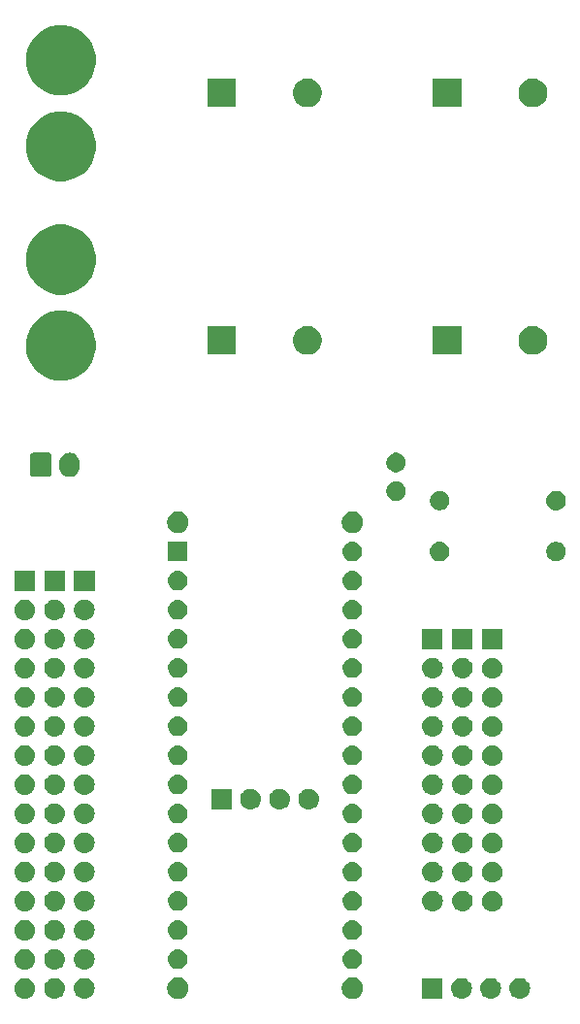
<source format=gbs>
G04 #@! TF.GenerationSoftware,KiCad,Pcbnew,(5.0.1-3-g963ef8bb5)*
G04 #@! TF.CreationDate,2018-11-29T22:46:31+01:00*
G04 #@! TF.ProjectId,condensadores,636F6E64656E7361646F7265732E6B69,rev?*
G04 #@! TF.SameCoordinates,Original*
G04 #@! TF.FileFunction,Soldermask,Bot*
G04 #@! TF.FilePolarity,Negative*
%FSLAX46Y46*%
G04 Gerber Fmt 4.6, Leading zero omitted, Abs format (unit mm)*
G04 Created by KiCad (PCBNEW (5.0.1-3-g963ef8bb5)) date jueves, 29 de noviembre de 2018, 22:46:31*
%MOMM*%
%LPD*%
G01*
G04 APERTURE LIST*
%ADD10C,0.100000*%
G04 APERTURE END LIST*
D10*
G36*
X101813880Y-161643108D02*
X101874480Y-161655162D01*
X102045731Y-161726097D01*
X102167141Y-161807221D01*
X102199855Y-161829080D01*
X102330920Y-161960145D01*
X102433904Y-162114271D01*
X102504838Y-162285521D01*
X102541000Y-162467318D01*
X102541000Y-162652682D01*
X102504838Y-162834479D01*
X102433904Y-163005729D01*
X102330920Y-163159855D01*
X102199855Y-163290920D01*
X102199852Y-163290922D01*
X102045731Y-163393903D01*
X101874480Y-163464838D01*
X101813880Y-163476892D01*
X101692682Y-163501000D01*
X101507318Y-163501000D01*
X101386120Y-163476892D01*
X101325520Y-163464838D01*
X101154269Y-163393903D01*
X101000148Y-163290922D01*
X101000145Y-163290920D01*
X100869080Y-163159855D01*
X100766096Y-163005729D01*
X100695162Y-162834479D01*
X100659000Y-162652682D01*
X100659000Y-162467318D01*
X100695162Y-162285521D01*
X100766096Y-162114271D01*
X100869080Y-161960145D01*
X101000145Y-161829080D01*
X101032859Y-161807221D01*
X101154269Y-161726097D01*
X101325520Y-161655162D01*
X101386120Y-161643108D01*
X101507318Y-161619000D01*
X101692682Y-161619000D01*
X101813880Y-161643108D01*
X101813880Y-161643108D01*
G37*
G36*
X86573880Y-161643108D02*
X86634480Y-161655162D01*
X86805731Y-161726097D01*
X86927141Y-161807221D01*
X86959855Y-161829080D01*
X87090920Y-161960145D01*
X87193904Y-162114271D01*
X87264838Y-162285521D01*
X87301000Y-162467318D01*
X87301000Y-162652682D01*
X87264838Y-162834479D01*
X87193904Y-163005729D01*
X87090920Y-163159855D01*
X86959855Y-163290920D01*
X86959852Y-163290922D01*
X86805731Y-163393903D01*
X86634480Y-163464838D01*
X86573880Y-163476892D01*
X86452682Y-163501000D01*
X86267318Y-163501000D01*
X86146120Y-163476892D01*
X86085520Y-163464838D01*
X85914269Y-163393903D01*
X85760148Y-163290922D01*
X85760145Y-163290920D01*
X85629080Y-163159855D01*
X85526096Y-163005729D01*
X85455162Y-162834479D01*
X85419000Y-162652682D01*
X85419000Y-162467318D01*
X85455162Y-162285521D01*
X85526096Y-162114271D01*
X85629080Y-161960145D01*
X85760145Y-161829080D01*
X85792859Y-161807221D01*
X85914269Y-161726097D01*
X86085520Y-161655162D01*
X86146120Y-161643108D01*
X86267318Y-161619000D01*
X86452682Y-161619000D01*
X86573880Y-161643108D01*
X86573880Y-161643108D01*
G37*
G36*
X116315442Y-161665518D02*
X116381627Y-161672037D01*
X116494853Y-161706384D01*
X116551467Y-161723557D01*
X116690087Y-161797652D01*
X116707991Y-161807222D01*
X116734622Y-161829078D01*
X116845186Y-161919814D01*
X116928448Y-162021271D01*
X116957778Y-162057009D01*
X116957779Y-162057011D01*
X117041443Y-162213533D01*
X117041443Y-162213534D01*
X117092963Y-162383373D01*
X117110359Y-162560000D01*
X117092963Y-162736627D01*
X117063280Y-162834479D01*
X117041443Y-162906467D01*
X116988384Y-163005731D01*
X116957778Y-163062991D01*
X116928448Y-163098729D01*
X116845186Y-163200186D01*
X116743729Y-163283448D01*
X116707991Y-163312778D01*
X116707989Y-163312779D01*
X116551467Y-163396443D01*
X116494853Y-163413616D01*
X116381627Y-163447963D01*
X116315442Y-163454482D01*
X116249260Y-163461000D01*
X116160740Y-163461000D01*
X116094558Y-163454482D01*
X116028373Y-163447963D01*
X115915147Y-163413616D01*
X115858533Y-163396443D01*
X115702011Y-163312779D01*
X115702009Y-163312778D01*
X115666271Y-163283448D01*
X115564814Y-163200186D01*
X115481552Y-163098729D01*
X115452222Y-163062991D01*
X115421616Y-163005731D01*
X115368557Y-162906467D01*
X115346720Y-162834479D01*
X115317037Y-162736627D01*
X115299641Y-162560000D01*
X115317037Y-162383373D01*
X115368557Y-162213534D01*
X115368557Y-162213533D01*
X115452221Y-162057011D01*
X115452222Y-162057009D01*
X115481552Y-162021271D01*
X115564814Y-161919814D01*
X115675378Y-161829078D01*
X115702009Y-161807222D01*
X115719913Y-161797652D01*
X115858533Y-161723557D01*
X115915147Y-161706384D01*
X116028373Y-161672037D01*
X116094558Y-161665518D01*
X116160740Y-161659000D01*
X116249260Y-161659000D01*
X116315442Y-161665518D01*
X116315442Y-161665518D01*
G37*
G36*
X113775442Y-161665518D02*
X113841627Y-161672037D01*
X113954853Y-161706384D01*
X114011467Y-161723557D01*
X114150087Y-161797652D01*
X114167991Y-161807222D01*
X114194622Y-161829078D01*
X114305186Y-161919814D01*
X114388448Y-162021271D01*
X114417778Y-162057009D01*
X114417779Y-162057011D01*
X114501443Y-162213533D01*
X114501443Y-162213534D01*
X114552963Y-162383373D01*
X114570359Y-162560000D01*
X114552963Y-162736627D01*
X114523280Y-162834479D01*
X114501443Y-162906467D01*
X114448384Y-163005731D01*
X114417778Y-163062991D01*
X114388448Y-163098729D01*
X114305186Y-163200186D01*
X114203729Y-163283448D01*
X114167991Y-163312778D01*
X114167989Y-163312779D01*
X114011467Y-163396443D01*
X113954853Y-163413616D01*
X113841627Y-163447963D01*
X113775442Y-163454482D01*
X113709260Y-163461000D01*
X113620740Y-163461000D01*
X113554558Y-163454482D01*
X113488373Y-163447963D01*
X113375147Y-163413616D01*
X113318533Y-163396443D01*
X113162011Y-163312779D01*
X113162009Y-163312778D01*
X113126271Y-163283448D01*
X113024814Y-163200186D01*
X112941552Y-163098729D01*
X112912222Y-163062991D01*
X112881616Y-163005731D01*
X112828557Y-162906467D01*
X112806720Y-162834479D01*
X112777037Y-162736627D01*
X112759641Y-162560000D01*
X112777037Y-162383373D01*
X112828557Y-162213534D01*
X112828557Y-162213533D01*
X112912221Y-162057011D01*
X112912222Y-162057009D01*
X112941552Y-162021271D01*
X113024814Y-161919814D01*
X113135378Y-161829078D01*
X113162009Y-161807222D01*
X113179913Y-161797652D01*
X113318533Y-161723557D01*
X113375147Y-161706384D01*
X113488373Y-161672037D01*
X113554558Y-161665518D01*
X113620740Y-161659000D01*
X113709260Y-161659000D01*
X113775442Y-161665518D01*
X113775442Y-161665518D01*
G37*
G36*
X111235442Y-161665518D02*
X111301627Y-161672037D01*
X111414853Y-161706384D01*
X111471467Y-161723557D01*
X111610087Y-161797652D01*
X111627991Y-161807222D01*
X111654622Y-161829078D01*
X111765186Y-161919814D01*
X111848448Y-162021271D01*
X111877778Y-162057009D01*
X111877779Y-162057011D01*
X111961443Y-162213533D01*
X111961443Y-162213534D01*
X112012963Y-162383373D01*
X112030359Y-162560000D01*
X112012963Y-162736627D01*
X111983280Y-162834479D01*
X111961443Y-162906467D01*
X111908384Y-163005731D01*
X111877778Y-163062991D01*
X111848448Y-163098729D01*
X111765186Y-163200186D01*
X111663729Y-163283448D01*
X111627991Y-163312778D01*
X111627989Y-163312779D01*
X111471467Y-163396443D01*
X111414853Y-163413616D01*
X111301627Y-163447963D01*
X111235442Y-163454482D01*
X111169260Y-163461000D01*
X111080740Y-163461000D01*
X111014558Y-163454482D01*
X110948373Y-163447963D01*
X110835147Y-163413616D01*
X110778533Y-163396443D01*
X110622011Y-163312779D01*
X110622009Y-163312778D01*
X110586271Y-163283448D01*
X110484814Y-163200186D01*
X110401552Y-163098729D01*
X110372222Y-163062991D01*
X110341616Y-163005731D01*
X110288557Y-162906467D01*
X110266720Y-162834479D01*
X110237037Y-162736627D01*
X110219641Y-162560000D01*
X110237037Y-162383373D01*
X110288557Y-162213534D01*
X110288557Y-162213533D01*
X110372221Y-162057011D01*
X110372222Y-162057009D01*
X110401552Y-162021271D01*
X110484814Y-161919814D01*
X110595378Y-161829078D01*
X110622009Y-161807222D01*
X110639913Y-161797652D01*
X110778533Y-161723557D01*
X110835147Y-161706384D01*
X110948373Y-161672037D01*
X111014558Y-161665518D01*
X111080740Y-161659000D01*
X111169260Y-161659000D01*
X111235442Y-161665518D01*
X111235442Y-161665518D01*
G37*
G36*
X109486000Y-163461000D02*
X107684000Y-163461000D01*
X107684000Y-161659000D01*
X109486000Y-161659000D01*
X109486000Y-163461000D01*
X109486000Y-163461000D01*
G37*
G36*
X78310442Y-161665518D02*
X78376627Y-161672037D01*
X78489853Y-161706384D01*
X78546467Y-161723557D01*
X78685087Y-161797652D01*
X78702991Y-161807222D01*
X78729622Y-161829078D01*
X78840186Y-161919814D01*
X78923448Y-162021271D01*
X78952778Y-162057009D01*
X78952779Y-162057011D01*
X79036443Y-162213533D01*
X79036443Y-162213534D01*
X79087963Y-162383373D01*
X79105359Y-162560000D01*
X79087963Y-162736627D01*
X79058280Y-162834479D01*
X79036443Y-162906467D01*
X78983384Y-163005731D01*
X78952778Y-163062991D01*
X78923448Y-163098729D01*
X78840186Y-163200186D01*
X78738729Y-163283448D01*
X78702991Y-163312778D01*
X78702989Y-163312779D01*
X78546467Y-163396443D01*
X78489853Y-163413616D01*
X78376627Y-163447963D01*
X78310442Y-163454482D01*
X78244260Y-163461000D01*
X78155740Y-163461000D01*
X78089558Y-163454482D01*
X78023373Y-163447963D01*
X77910147Y-163413616D01*
X77853533Y-163396443D01*
X77697011Y-163312779D01*
X77697009Y-163312778D01*
X77661271Y-163283448D01*
X77559814Y-163200186D01*
X77476552Y-163098729D01*
X77447222Y-163062991D01*
X77416616Y-163005731D01*
X77363557Y-162906467D01*
X77341720Y-162834479D01*
X77312037Y-162736627D01*
X77294641Y-162560000D01*
X77312037Y-162383373D01*
X77363557Y-162213534D01*
X77363557Y-162213533D01*
X77447221Y-162057011D01*
X77447222Y-162057009D01*
X77476552Y-162021271D01*
X77559814Y-161919814D01*
X77670378Y-161829078D01*
X77697009Y-161807222D01*
X77714913Y-161797652D01*
X77853533Y-161723557D01*
X77910147Y-161706384D01*
X78023373Y-161672037D01*
X78089558Y-161665518D01*
X78155740Y-161659000D01*
X78244260Y-161659000D01*
X78310442Y-161665518D01*
X78310442Y-161665518D01*
G37*
G36*
X75710442Y-161665518D02*
X75776627Y-161672037D01*
X75889853Y-161706384D01*
X75946467Y-161723557D01*
X76085087Y-161797652D01*
X76102991Y-161807222D01*
X76129622Y-161829078D01*
X76240186Y-161919814D01*
X76323448Y-162021271D01*
X76352778Y-162057009D01*
X76352779Y-162057011D01*
X76436443Y-162213533D01*
X76436443Y-162213534D01*
X76487963Y-162383373D01*
X76505359Y-162560000D01*
X76487963Y-162736627D01*
X76458280Y-162834479D01*
X76436443Y-162906467D01*
X76383384Y-163005731D01*
X76352778Y-163062991D01*
X76323448Y-163098729D01*
X76240186Y-163200186D01*
X76138729Y-163283448D01*
X76102991Y-163312778D01*
X76102989Y-163312779D01*
X75946467Y-163396443D01*
X75889853Y-163413616D01*
X75776627Y-163447963D01*
X75710442Y-163454482D01*
X75644260Y-163461000D01*
X75555740Y-163461000D01*
X75489558Y-163454482D01*
X75423373Y-163447963D01*
X75310147Y-163413616D01*
X75253533Y-163396443D01*
X75097011Y-163312779D01*
X75097009Y-163312778D01*
X75061271Y-163283448D01*
X74959814Y-163200186D01*
X74876552Y-163098729D01*
X74847222Y-163062991D01*
X74816616Y-163005731D01*
X74763557Y-162906467D01*
X74741720Y-162834479D01*
X74712037Y-162736627D01*
X74694641Y-162560000D01*
X74712037Y-162383373D01*
X74763557Y-162213534D01*
X74763557Y-162213533D01*
X74847221Y-162057011D01*
X74847222Y-162057009D01*
X74876552Y-162021271D01*
X74959814Y-161919814D01*
X75070378Y-161829078D01*
X75097009Y-161807222D01*
X75114913Y-161797652D01*
X75253533Y-161723557D01*
X75310147Y-161706384D01*
X75423373Y-161672037D01*
X75489558Y-161665518D01*
X75555740Y-161659000D01*
X75644260Y-161659000D01*
X75710442Y-161665518D01*
X75710442Y-161665518D01*
G37*
G36*
X73110442Y-161665518D02*
X73176627Y-161672037D01*
X73289853Y-161706384D01*
X73346467Y-161723557D01*
X73485087Y-161797652D01*
X73502991Y-161807222D01*
X73529622Y-161829078D01*
X73640186Y-161919814D01*
X73723448Y-162021271D01*
X73752778Y-162057009D01*
X73752779Y-162057011D01*
X73836443Y-162213533D01*
X73836443Y-162213534D01*
X73887963Y-162383373D01*
X73905359Y-162560000D01*
X73887963Y-162736627D01*
X73858280Y-162834479D01*
X73836443Y-162906467D01*
X73783384Y-163005731D01*
X73752778Y-163062991D01*
X73723448Y-163098729D01*
X73640186Y-163200186D01*
X73538729Y-163283448D01*
X73502991Y-163312778D01*
X73502989Y-163312779D01*
X73346467Y-163396443D01*
X73289853Y-163413616D01*
X73176627Y-163447963D01*
X73110442Y-163454482D01*
X73044260Y-163461000D01*
X72955740Y-163461000D01*
X72889558Y-163454482D01*
X72823373Y-163447963D01*
X72710147Y-163413616D01*
X72653533Y-163396443D01*
X72497011Y-163312779D01*
X72497009Y-163312778D01*
X72461271Y-163283448D01*
X72359814Y-163200186D01*
X72276552Y-163098729D01*
X72247222Y-163062991D01*
X72216616Y-163005731D01*
X72163557Y-162906467D01*
X72141720Y-162834479D01*
X72112037Y-162736627D01*
X72094641Y-162560000D01*
X72112037Y-162383373D01*
X72163557Y-162213534D01*
X72163557Y-162213533D01*
X72247221Y-162057011D01*
X72247222Y-162057009D01*
X72276552Y-162021271D01*
X72359814Y-161919814D01*
X72470378Y-161829078D01*
X72497009Y-161807222D01*
X72514913Y-161797652D01*
X72653533Y-161723557D01*
X72710147Y-161706384D01*
X72823373Y-161672037D01*
X72889558Y-161665518D01*
X72955740Y-161659000D01*
X73044260Y-161659000D01*
X73110442Y-161665518D01*
X73110442Y-161665518D01*
G37*
G36*
X78310442Y-159125518D02*
X78376627Y-159132037D01*
X78489853Y-159166384D01*
X78546467Y-159183557D01*
X78633311Y-159229977D01*
X78702991Y-159267222D01*
X78738729Y-159296552D01*
X78840186Y-159379814D01*
X78923448Y-159481271D01*
X78952778Y-159517009D01*
X78952779Y-159517011D01*
X79036443Y-159673533D01*
X79053616Y-159730147D01*
X79087963Y-159843373D01*
X79105359Y-160020000D01*
X79087963Y-160196627D01*
X79053616Y-160309853D01*
X79036443Y-160366467D01*
X78967698Y-160495078D01*
X78952778Y-160522991D01*
X78923448Y-160558729D01*
X78840186Y-160660186D01*
X78738729Y-160743448D01*
X78702991Y-160772778D01*
X78702989Y-160772779D01*
X78546467Y-160856443D01*
X78539069Y-160858687D01*
X78376627Y-160907963D01*
X78310442Y-160914482D01*
X78244260Y-160921000D01*
X78155740Y-160921000D01*
X78089558Y-160914482D01*
X78023373Y-160907963D01*
X77860931Y-160858687D01*
X77853533Y-160856443D01*
X77697011Y-160772779D01*
X77697009Y-160772778D01*
X77661271Y-160743448D01*
X77559814Y-160660186D01*
X77476552Y-160558729D01*
X77447222Y-160522991D01*
X77432302Y-160495078D01*
X77363557Y-160366467D01*
X77346384Y-160309853D01*
X77312037Y-160196627D01*
X77294641Y-160020000D01*
X77312037Y-159843373D01*
X77346384Y-159730147D01*
X77363557Y-159673533D01*
X77447221Y-159517011D01*
X77447222Y-159517009D01*
X77476552Y-159481271D01*
X77559814Y-159379814D01*
X77661271Y-159296552D01*
X77697009Y-159267222D01*
X77766689Y-159229977D01*
X77853533Y-159183557D01*
X77910147Y-159166384D01*
X78023373Y-159132037D01*
X78089558Y-159125518D01*
X78155740Y-159119000D01*
X78244260Y-159119000D01*
X78310442Y-159125518D01*
X78310442Y-159125518D01*
G37*
G36*
X75710442Y-159125518D02*
X75776627Y-159132037D01*
X75889853Y-159166384D01*
X75946467Y-159183557D01*
X76033311Y-159229977D01*
X76102991Y-159267222D01*
X76138729Y-159296552D01*
X76240186Y-159379814D01*
X76323448Y-159481271D01*
X76352778Y-159517009D01*
X76352779Y-159517011D01*
X76436443Y-159673533D01*
X76453616Y-159730147D01*
X76487963Y-159843373D01*
X76505359Y-160020000D01*
X76487963Y-160196627D01*
X76453616Y-160309853D01*
X76436443Y-160366467D01*
X76367698Y-160495078D01*
X76352778Y-160522991D01*
X76323448Y-160558729D01*
X76240186Y-160660186D01*
X76138729Y-160743448D01*
X76102991Y-160772778D01*
X76102989Y-160772779D01*
X75946467Y-160856443D01*
X75939069Y-160858687D01*
X75776627Y-160907963D01*
X75710442Y-160914482D01*
X75644260Y-160921000D01*
X75555740Y-160921000D01*
X75489558Y-160914482D01*
X75423373Y-160907963D01*
X75260931Y-160858687D01*
X75253533Y-160856443D01*
X75097011Y-160772779D01*
X75097009Y-160772778D01*
X75061271Y-160743448D01*
X74959814Y-160660186D01*
X74876552Y-160558729D01*
X74847222Y-160522991D01*
X74832302Y-160495078D01*
X74763557Y-160366467D01*
X74746384Y-160309853D01*
X74712037Y-160196627D01*
X74694641Y-160020000D01*
X74712037Y-159843373D01*
X74746384Y-159730147D01*
X74763557Y-159673533D01*
X74847221Y-159517011D01*
X74847222Y-159517009D01*
X74876552Y-159481271D01*
X74959814Y-159379814D01*
X75061271Y-159296552D01*
X75097009Y-159267222D01*
X75166689Y-159229977D01*
X75253533Y-159183557D01*
X75310147Y-159166384D01*
X75423373Y-159132037D01*
X75489558Y-159125518D01*
X75555740Y-159119000D01*
X75644260Y-159119000D01*
X75710442Y-159125518D01*
X75710442Y-159125518D01*
G37*
G36*
X73110442Y-159125518D02*
X73176627Y-159132037D01*
X73289853Y-159166384D01*
X73346467Y-159183557D01*
X73433311Y-159229977D01*
X73502991Y-159267222D01*
X73538729Y-159296552D01*
X73640186Y-159379814D01*
X73723448Y-159481271D01*
X73752778Y-159517009D01*
X73752779Y-159517011D01*
X73836443Y-159673533D01*
X73853616Y-159730147D01*
X73887963Y-159843373D01*
X73905359Y-160020000D01*
X73887963Y-160196627D01*
X73853616Y-160309853D01*
X73836443Y-160366467D01*
X73767698Y-160495078D01*
X73752778Y-160522991D01*
X73723448Y-160558729D01*
X73640186Y-160660186D01*
X73538729Y-160743448D01*
X73502991Y-160772778D01*
X73502989Y-160772779D01*
X73346467Y-160856443D01*
X73339069Y-160858687D01*
X73176627Y-160907963D01*
X73110442Y-160914482D01*
X73044260Y-160921000D01*
X72955740Y-160921000D01*
X72889558Y-160914482D01*
X72823373Y-160907963D01*
X72660931Y-160858687D01*
X72653533Y-160856443D01*
X72497011Y-160772779D01*
X72497009Y-160772778D01*
X72461271Y-160743448D01*
X72359814Y-160660186D01*
X72276552Y-160558729D01*
X72247222Y-160522991D01*
X72232302Y-160495078D01*
X72163557Y-160366467D01*
X72146384Y-160309853D01*
X72112037Y-160196627D01*
X72094641Y-160020000D01*
X72112037Y-159843373D01*
X72146384Y-159730147D01*
X72163557Y-159673533D01*
X72247221Y-159517011D01*
X72247222Y-159517009D01*
X72276552Y-159481271D01*
X72359814Y-159379814D01*
X72461271Y-159296552D01*
X72497009Y-159267222D01*
X72566689Y-159229977D01*
X72653533Y-159183557D01*
X72710147Y-159166384D01*
X72823373Y-159132037D01*
X72889558Y-159125518D01*
X72955740Y-159119000D01*
X73044260Y-159119000D01*
X73110442Y-159125518D01*
X73110442Y-159125518D01*
G37*
G36*
X101766821Y-159181313D02*
X101766824Y-159181314D01*
X101766825Y-159181314D01*
X101927239Y-159229975D01*
X101927241Y-159229976D01*
X101927244Y-159229977D01*
X102075078Y-159308995D01*
X102204659Y-159415341D01*
X102311005Y-159544922D01*
X102390023Y-159692756D01*
X102390024Y-159692759D01*
X102390025Y-159692761D01*
X102435713Y-159843375D01*
X102438687Y-159853179D01*
X102455117Y-160020000D01*
X102438687Y-160186821D01*
X102438686Y-160186824D01*
X102438686Y-160186825D01*
X102435713Y-160196627D01*
X102390023Y-160347244D01*
X102311005Y-160495078D01*
X102204659Y-160624659D01*
X102075078Y-160731005D01*
X101927244Y-160810023D01*
X101927241Y-160810024D01*
X101927239Y-160810025D01*
X101766825Y-160858686D01*
X101766824Y-160858686D01*
X101766821Y-160858687D01*
X101641804Y-160871000D01*
X101558196Y-160871000D01*
X101433179Y-160858687D01*
X101433176Y-160858686D01*
X101433175Y-160858686D01*
X101272761Y-160810025D01*
X101272759Y-160810024D01*
X101272756Y-160810023D01*
X101124922Y-160731005D01*
X100995341Y-160624659D01*
X100888995Y-160495078D01*
X100809977Y-160347244D01*
X100764288Y-160196627D01*
X100761314Y-160186825D01*
X100761314Y-160186824D01*
X100761313Y-160186821D01*
X100744883Y-160020000D01*
X100761313Y-159853179D01*
X100764287Y-159843375D01*
X100809975Y-159692761D01*
X100809976Y-159692759D01*
X100809977Y-159692756D01*
X100888995Y-159544922D01*
X100995341Y-159415341D01*
X101124922Y-159308995D01*
X101272756Y-159229977D01*
X101272759Y-159229976D01*
X101272761Y-159229975D01*
X101433175Y-159181314D01*
X101433176Y-159181314D01*
X101433179Y-159181313D01*
X101558196Y-159169000D01*
X101641804Y-159169000D01*
X101766821Y-159181313D01*
X101766821Y-159181313D01*
G37*
G36*
X86526821Y-159181313D02*
X86526824Y-159181314D01*
X86526825Y-159181314D01*
X86687239Y-159229975D01*
X86687241Y-159229976D01*
X86687244Y-159229977D01*
X86835078Y-159308995D01*
X86964659Y-159415341D01*
X87071005Y-159544922D01*
X87150023Y-159692756D01*
X87150024Y-159692759D01*
X87150025Y-159692761D01*
X87195713Y-159843375D01*
X87198687Y-159853179D01*
X87215117Y-160020000D01*
X87198687Y-160186821D01*
X87198686Y-160186824D01*
X87198686Y-160186825D01*
X87195713Y-160196627D01*
X87150023Y-160347244D01*
X87071005Y-160495078D01*
X86964659Y-160624659D01*
X86835078Y-160731005D01*
X86687244Y-160810023D01*
X86687241Y-160810024D01*
X86687239Y-160810025D01*
X86526825Y-160858686D01*
X86526824Y-160858686D01*
X86526821Y-160858687D01*
X86401804Y-160871000D01*
X86318196Y-160871000D01*
X86193179Y-160858687D01*
X86193176Y-160858686D01*
X86193175Y-160858686D01*
X86032761Y-160810025D01*
X86032759Y-160810024D01*
X86032756Y-160810023D01*
X85884922Y-160731005D01*
X85755341Y-160624659D01*
X85648995Y-160495078D01*
X85569977Y-160347244D01*
X85524288Y-160196627D01*
X85521314Y-160186825D01*
X85521314Y-160186824D01*
X85521313Y-160186821D01*
X85504883Y-160020000D01*
X85521313Y-159853179D01*
X85524287Y-159843375D01*
X85569975Y-159692761D01*
X85569976Y-159692759D01*
X85569977Y-159692756D01*
X85648995Y-159544922D01*
X85755341Y-159415341D01*
X85884922Y-159308995D01*
X86032756Y-159229977D01*
X86032759Y-159229976D01*
X86032761Y-159229975D01*
X86193175Y-159181314D01*
X86193176Y-159181314D01*
X86193179Y-159181313D01*
X86318196Y-159169000D01*
X86401804Y-159169000D01*
X86526821Y-159181313D01*
X86526821Y-159181313D01*
G37*
G36*
X75710443Y-156585519D02*
X75776627Y-156592037D01*
X75889853Y-156626384D01*
X75946467Y-156643557D01*
X76033311Y-156689977D01*
X76102991Y-156727222D01*
X76138729Y-156756552D01*
X76240186Y-156839814D01*
X76323448Y-156941271D01*
X76352778Y-156977009D01*
X76352779Y-156977011D01*
X76436443Y-157133533D01*
X76453616Y-157190147D01*
X76487963Y-157303373D01*
X76505359Y-157480000D01*
X76487963Y-157656627D01*
X76453616Y-157769853D01*
X76436443Y-157826467D01*
X76367698Y-157955078D01*
X76352778Y-157982991D01*
X76323448Y-158018729D01*
X76240186Y-158120186D01*
X76138729Y-158203448D01*
X76102991Y-158232778D01*
X76102989Y-158232779D01*
X75946467Y-158316443D01*
X75939069Y-158318687D01*
X75776627Y-158367963D01*
X75710442Y-158374482D01*
X75644260Y-158381000D01*
X75555740Y-158381000D01*
X75489558Y-158374482D01*
X75423373Y-158367963D01*
X75260931Y-158318687D01*
X75253533Y-158316443D01*
X75097011Y-158232779D01*
X75097009Y-158232778D01*
X75061271Y-158203448D01*
X74959814Y-158120186D01*
X74876552Y-158018729D01*
X74847222Y-157982991D01*
X74832302Y-157955078D01*
X74763557Y-157826467D01*
X74746384Y-157769853D01*
X74712037Y-157656627D01*
X74694641Y-157480000D01*
X74712037Y-157303373D01*
X74746384Y-157190147D01*
X74763557Y-157133533D01*
X74847221Y-156977011D01*
X74847222Y-156977009D01*
X74876552Y-156941271D01*
X74959814Y-156839814D01*
X75061271Y-156756552D01*
X75097009Y-156727222D01*
X75166689Y-156689977D01*
X75253533Y-156643557D01*
X75310147Y-156626384D01*
X75423373Y-156592037D01*
X75489557Y-156585519D01*
X75555740Y-156579000D01*
X75644260Y-156579000D01*
X75710443Y-156585519D01*
X75710443Y-156585519D01*
G37*
G36*
X78310443Y-156585519D02*
X78376627Y-156592037D01*
X78489853Y-156626384D01*
X78546467Y-156643557D01*
X78633311Y-156689977D01*
X78702991Y-156727222D01*
X78738729Y-156756552D01*
X78840186Y-156839814D01*
X78923448Y-156941271D01*
X78952778Y-156977009D01*
X78952779Y-156977011D01*
X79036443Y-157133533D01*
X79053616Y-157190147D01*
X79087963Y-157303373D01*
X79105359Y-157480000D01*
X79087963Y-157656627D01*
X79053616Y-157769853D01*
X79036443Y-157826467D01*
X78967698Y-157955078D01*
X78952778Y-157982991D01*
X78923448Y-158018729D01*
X78840186Y-158120186D01*
X78738729Y-158203448D01*
X78702991Y-158232778D01*
X78702989Y-158232779D01*
X78546467Y-158316443D01*
X78539069Y-158318687D01*
X78376627Y-158367963D01*
X78310442Y-158374482D01*
X78244260Y-158381000D01*
X78155740Y-158381000D01*
X78089558Y-158374482D01*
X78023373Y-158367963D01*
X77860931Y-158318687D01*
X77853533Y-158316443D01*
X77697011Y-158232779D01*
X77697009Y-158232778D01*
X77661271Y-158203448D01*
X77559814Y-158120186D01*
X77476552Y-158018729D01*
X77447222Y-157982991D01*
X77432302Y-157955078D01*
X77363557Y-157826467D01*
X77346384Y-157769853D01*
X77312037Y-157656627D01*
X77294641Y-157480000D01*
X77312037Y-157303373D01*
X77346384Y-157190147D01*
X77363557Y-157133533D01*
X77447221Y-156977011D01*
X77447222Y-156977009D01*
X77476552Y-156941271D01*
X77559814Y-156839814D01*
X77661271Y-156756552D01*
X77697009Y-156727222D01*
X77766689Y-156689977D01*
X77853533Y-156643557D01*
X77910147Y-156626384D01*
X78023373Y-156592037D01*
X78089557Y-156585519D01*
X78155740Y-156579000D01*
X78244260Y-156579000D01*
X78310443Y-156585519D01*
X78310443Y-156585519D01*
G37*
G36*
X73110443Y-156585519D02*
X73176627Y-156592037D01*
X73289853Y-156626384D01*
X73346467Y-156643557D01*
X73433311Y-156689977D01*
X73502991Y-156727222D01*
X73538729Y-156756552D01*
X73640186Y-156839814D01*
X73723448Y-156941271D01*
X73752778Y-156977009D01*
X73752779Y-156977011D01*
X73836443Y-157133533D01*
X73853616Y-157190147D01*
X73887963Y-157303373D01*
X73905359Y-157480000D01*
X73887963Y-157656627D01*
X73853616Y-157769853D01*
X73836443Y-157826467D01*
X73767698Y-157955078D01*
X73752778Y-157982991D01*
X73723448Y-158018729D01*
X73640186Y-158120186D01*
X73538729Y-158203448D01*
X73502991Y-158232778D01*
X73502989Y-158232779D01*
X73346467Y-158316443D01*
X73339069Y-158318687D01*
X73176627Y-158367963D01*
X73110442Y-158374482D01*
X73044260Y-158381000D01*
X72955740Y-158381000D01*
X72889558Y-158374482D01*
X72823373Y-158367963D01*
X72660931Y-158318687D01*
X72653533Y-158316443D01*
X72497011Y-158232779D01*
X72497009Y-158232778D01*
X72461271Y-158203448D01*
X72359814Y-158120186D01*
X72276552Y-158018729D01*
X72247222Y-157982991D01*
X72232302Y-157955078D01*
X72163557Y-157826467D01*
X72146384Y-157769853D01*
X72112037Y-157656627D01*
X72094641Y-157480000D01*
X72112037Y-157303373D01*
X72146384Y-157190147D01*
X72163557Y-157133533D01*
X72247221Y-156977011D01*
X72247222Y-156977009D01*
X72276552Y-156941271D01*
X72359814Y-156839814D01*
X72461271Y-156756552D01*
X72497009Y-156727222D01*
X72566689Y-156689977D01*
X72653533Y-156643557D01*
X72710147Y-156626384D01*
X72823373Y-156592037D01*
X72889557Y-156585519D01*
X72955740Y-156579000D01*
X73044260Y-156579000D01*
X73110443Y-156585519D01*
X73110443Y-156585519D01*
G37*
G36*
X86526821Y-156641313D02*
X86526824Y-156641314D01*
X86526825Y-156641314D01*
X86687239Y-156689975D01*
X86687241Y-156689976D01*
X86687244Y-156689977D01*
X86835078Y-156768995D01*
X86964659Y-156875341D01*
X87071005Y-157004922D01*
X87150023Y-157152756D01*
X87150024Y-157152759D01*
X87150025Y-157152761D01*
X87195713Y-157303375D01*
X87198687Y-157313179D01*
X87215117Y-157480000D01*
X87198687Y-157646821D01*
X87198686Y-157646824D01*
X87198686Y-157646825D01*
X87195713Y-157656627D01*
X87150023Y-157807244D01*
X87071005Y-157955078D01*
X86964659Y-158084659D01*
X86835078Y-158191005D01*
X86687244Y-158270023D01*
X86687241Y-158270024D01*
X86687239Y-158270025D01*
X86526825Y-158318686D01*
X86526824Y-158318686D01*
X86526821Y-158318687D01*
X86401804Y-158331000D01*
X86318196Y-158331000D01*
X86193179Y-158318687D01*
X86193176Y-158318686D01*
X86193175Y-158318686D01*
X86032761Y-158270025D01*
X86032759Y-158270024D01*
X86032756Y-158270023D01*
X85884922Y-158191005D01*
X85755341Y-158084659D01*
X85648995Y-157955078D01*
X85569977Y-157807244D01*
X85524288Y-157656627D01*
X85521314Y-157646825D01*
X85521314Y-157646824D01*
X85521313Y-157646821D01*
X85504883Y-157480000D01*
X85521313Y-157313179D01*
X85524287Y-157303375D01*
X85569975Y-157152761D01*
X85569976Y-157152759D01*
X85569977Y-157152756D01*
X85648995Y-157004922D01*
X85755341Y-156875341D01*
X85884922Y-156768995D01*
X86032756Y-156689977D01*
X86032759Y-156689976D01*
X86032761Y-156689975D01*
X86193175Y-156641314D01*
X86193176Y-156641314D01*
X86193179Y-156641313D01*
X86318196Y-156629000D01*
X86401804Y-156629000D01*
X86526821Y-156641313D01*
X86526821Y-156641313D01*
G37*
G36*
X101766821Y-156641313D02*
X101766824Y-156641314D01*
X101766825Y-156641314D01*
X101927239Y-156689975D01*
X101927241Y-156689976D01*
X101927244Y-156689977D01*
X102075078Y-156768995D01*
X102204659Y-156875341D01*
X102311005Y-157004922D01*
X102390023Y-157152756D01*
X102390024Y-157152759D01*
X102390025Y-157152761D01*
X102435713Y-157303375D01*
X102438687Y-157313179D01*
X102455117Y-157480000D01*
X102438687Y-157646821D01*
X102438686Y-157646824D01*
X102438686Y-157646825D01*
X102435713Y-157656627D01*
X102390023Y-157807244D01*
X102311005Y-157955078D01*
X102204659Y-158084659D01*
X102075078Y-158191005D01*
X101927244Y-158270023D01*
X101927241Y-158270024D01*
X101927239Y-158270025D01*
X101766825Y-158318686D01*
X101766824Y-158318686D01*
X101766821Y-158318687D01*
X101641804Y-158331000D01*
X101558196Y-158331000D01*
X101433179Y-158318687D01*
X101433176Y-158318686D01*
X101433175Y-158318686D01*
X101272761Y-158270025D01*
X101272759Y-158270024D01*
X101272756Y-158270023D01*
X101124922Y-158191005D01*
X100995341Y-158084659D01*
X100888995Y-157955078D01*
X100809977Y-157807244D01*
X100764288Y-157656627D01*
X100761314Y-157646825D01*
X100761314Y-157646824D01*
X100761313Y-157646821D01*
X100744883Y-157480000D01*
X100761313Y-157313179D01*
X100764287Y-157303375D01*
X100809975Y-157152761D01*
X100809976Y-157152759D01*
X100809977Y-157152756D01*
X100888995Y-157004922D01*
X100995341Y-156875341D01*
X101124922Y-156768995D01*
X101272756Y-156689977D01*
X101272759Y-156689976D01*
X101272761Y-156689975D01*
X101433175Y-156641314D01*
X101433176Y-156641314D01*
X101433179Y-156641313D01*
X101558196Y-156629000D01*
X101641804Y-156629000D01*
X101766821Y-156641313D01*
X101766821Y-156641313D01*
G37*
G36*
X113910442Y-154065518D02*
X113976627Y-154072037D01*
X114080535Y-154103557D01*
X114146467Y-154123557D01*
X114265572Y-154187221D01*
X114302991Y-154207222D01*
X114338729Y-154236552D01*
X114440186Y-154319814D01*
X114523448Y-154421271D01*
X114552778Y-154457009D01*
X114552779Y-154457011D01*
X114636443Y-154613533D01*
X114636443Y-154613534D01*
X114687963Y-154783373D01*
X114705359Y-154960000D01*
X114687963Y-155136627D01*
X114653616Y-155249853D01*
X114636443Y-155306467D01*
X114578388Y-155415078D01*
X114552778Y-155462991D01*
X114523448Y-155498729D01*
X114440186Y-155600186D01*
X114338729Y-155683448D01*
X114302991Y-155712778D01*
X114302989Y-155712779D01*
X114146467Y-155796443D01*
X114089853Y-155813616D01*
X113976627Y-155847963D01*
X113910442Y-155854482D01*
X113844260Y-155861000D01*
X113755740Y-155861000D01*
X113689558Y-155854482D01*
X113623373Y-155847963D01*
X113510147Y-155813616D01*
X113453533Y-155796443D01*
X113297011Y-155712779D01*
X113297009Y-155712778D01*
X113261271Y-155683448D01*
X113159814Y-155600186D01*
X113076552Y-155498729D01*
X113047222Y-155462991D01*
X113021612Y-155415078D01*
X112963557Y-155306467D01*
X112946384Y-155249853D01*
X112912037Y-155136627D01*
X112894641Y-154960000D01*
X112912037Y-154783373D01*
X112963557Y-154613534D01*
X112963557Y-154613533D01*
X113047221Y-154457011D01*
X113047222Y-154457009D01*
X113076552Y-154421271D01*
X113159814Y-154319814D01*
X113261271Y-154236552D01*
X113297009Y-154207222D01*
X113334428Y-154187221D01*
X113453533Y-154123557D01*
X113519465Y-154103557D01*
X113623373Y-154072037D01*
X113689558Y-154065518D01*
X113755740Y-154059000D01*
X113844260Y-154059000D01*
X113910442Y-154065518D01*
X113910442Y-154065518D01*
G37*
G36*
X111310442Y-154045518D02*
X111376627Y-154052037D01*
X111489853Y-154086384D01*
X111546467Y-154103557D01*
X111633311Y-154149977D01*
X111702991Y-154187222D01*
X111727361Y-154207222D01*
X111840186Y-154299814D01*
X111923448Y-154401271D01*
X111952778Y-154437009D01*
X111952779Y-154437011D01*
X112036443Y-154593533D01*
X112042510Y-154613533D01*
X112087963Y-154763373D01*
X112105359Y-154940000D01*
X112087963Y-155116627D01*
X112081896Y-155136627D01*
X112036443Y-155286467D01*
X111967698Y-155415078D01*
X111952778Y-155442991D01*
X111936366Y-155462989D01*
X111840186Y-155580186D01*
X111738729Y-155663448D01*
X111702991Y-155692778D01*
X111702989Y-155692779D01*
X111546467Y-155776443D01*
X111539069Y-155778687D01*
X111376627Y-155827963D01*
X111310442Y-155834482D01*
X111244260Y-155841000D01*
X111155740Y-155841000D01*
X111089558Y-155834482D01*
X111023373Y-155827963D01*
X110860931Y-155778687D01*
X110853533Y-155776443D01*
X110697011Y-155692779D01*
X110697009Y-155692778D01*
X110661271Y-155663448D01*
X110559814Y-155580186D01*
X110463634Y-155462989D01*
X110447222Y-155442991D01*
X110432302Y-155415078D01*
X110363557Y-155286467D01*
X110318104Y-155136627D01*
X110312037Y-155116627D01*
X110294641Y-154940000D01*
X110312037Y-154763373D01*
X110357490Y-154613533D01*
X110363557Y-154593533D01*
X110447221Y-154437011D01*
X110447222Y-154437009D01*
X110476552Y-154401271D01*
X110559814Y-154299814D01*
X110672639Y-154207222D01*
X110697009Y-154187222D01*
X110766689Y-154149977D01*
X110853533Y-154103557D01*
X110910147Y-154086384D01*
X111023373Y-154052037D01*
X111089558Y-154045518D01*
X111155740Y-154039000D01*
X111244260Y-154039000D01*
X111310442Y-154045518D01*
X111310442Y-154045518D01*
G37*
G36*
X75710442Y-154045518D02*
X75776627Y-154052037D01*
X75889853Y-154086384D01*
X75946467Y-154103557D01*
X76033311Y-154149977D01*
X76102991Y-154187222D01*
X76127361Y-154207222D01*
X76240186Y-154299814D01*
X76323448Y-154401271D01*
X76352778Y-154437009D01*
X76352779Y-154437011D01*
X76436443Y-154593533D01*
X76442510Y-154613533D01*
X76487963Y-154763373D01*
X76505359Y-154940000D01*
X76487963Y-155116627D01*
X76481896Y-155136627D01*
X76436443Y-155286467D01*
X76367698Y-155415078D01*
X76352778Y-155442991D01*
X76336366Y-155462989D01*
X76240186Y-155580186D01*
X76138729Y-155663448D01*
X76102991Y-155692778D01*
X76102989Y-155692779D01*
X75946467Y-155776443D01*
X75939069Y-155778687D01*
X75776627Y-155827963D01*
X75710442Y-155834482D01*
X75644260Y-155841000D01*
X75555740Y-155841000D01*
X75489558Y-155834482D01*
X75423373Y-155827963D01*
X75260931Y-155778687D01*
X75253533Y-155776443D01*
X75097011Y-155692779D01*
X75097009Y-155692778D01*
X75061271Y-155663448D01*
X74959814Y-155580186D01*
X74863634Y-155462989D01*
X74847222Y-155442991D01*
X74832302Y-155415078D01*
X74763557Y-155286467D01*
X74718104Y-155136627D01*
X74712037Y-155116627D01*
X74694641Y-154940000D01*
X74712037Y-154763373D01*
X74757490Y-154613533D01*
X74763557Y-154593533D01*
X74847221Y-154437011D01*
X74847222Y-154437009D01*
X74876552Y-154401271D01*
X74959814Y-154299814D01*
X75072639Y-154207222D01*
X75097009Y-154187222D01*
X75166689Y-154149977D01*
X75253533Y-154103557D01*
X75310147Y-154086384D01*
X75423373Y-154052037D01*
X75489558Y-154045518D01*
X75555740Y-154039000D01*
X75644260Y-154039000D01*
X75710442Y-154045518D01*
X75710442Y-154045518D01*
G37*
G36*
X108695442Y-154045518D02*
X108761627Y-154052037D01*
X108874853Y-154086384D01*
X108931467Y-154103557D01*
X109018311Y-154149977D01*
X109087991Y-154187222D01*
X109112361Y-154207222D01*
X109225186Y-154299814D01*
X109308448Y-154401271D01*
X109337778Y-154437009D01*
X109337779Y-154437011D01*
X109421443Y-154593533D01*
X109427510Y-154613533D01*
X109472963Y-154763373D01*
X109490359Y-154940000D01*
X109472963Y-155116627D01*
X109466896Y-155136627D01*
X109421443Y-155286467D01*
X109352698Y-155415078D01*
X109337778Y-155442991D01*
X109321366Y-155462989D01*
X109225186Y-155580186D01*
X109123729Y-155663448D01*
X109087991Y-155692778D01*
X109087989Y-155692779D01*
X108931467Y-155776443D01*
X108924069Y-155778687D01*
X108761627Y-155827963D01*
X108695442Y-155834482D01*
X108629260Y-155841000D01*
X108540740Y-155841000D01*
X108474558Y-155834482D01*
X108408373Y-155827963D01*
X108245931Y-155778687D01*
X108238533Y-155776443D01*
X108082011Y-155692779D01*
X108082009Y-155692778D01*
X108046271Y-155663448D01*
X107944814Y-155580186D01*
X107848634Y-155462989D01*
X107832222Y-155442991D01*
X107817302Y-155415078D01*
X107748557Y-155286467D01*
X107703104Y-155136627D01*
X107697037Y-155116627D01*
X107679641Y-154940000D01*
X107697037Y-154763373D01*
X107742490Y-154613533D01*
X107748557Y-154593533D01*
X107832221Y-154437011D01*
X107832222Y-154437009D01*
X107861552Y-154401271D01*
X107944814Y-154299814D01*
X108057639Y-154207222D01*
X108082009Y-154187222D01*
X108151689Y-154149977D01*
X108238533Y-154103557D01*
X108295147Y-154086384D01*
X108408373Y-154052037D01*
X108474558Y-154045518D01*
X108540740Y-154039000D01*
X108629260Y-154039000D01*
X108695442Y-154045518D01*
X108695442Y-154045518D01*
G37*
G36*
X78310442Y-154045518D02*
X78376627Y-154052037D01*
X78489853Y-154086384D01*
X78546467Y-154103557D01*
X78633311Y-154149977D01*
X78702991Y-154187222D01*
X78727361Y-154207222D01*
X78840186Y-154299814D01*
X78923448Y-154401271D01*
X78952778Y-154437009D01*
X78952779Y-154437011D01*
X79036443Y-154593533D01*
X79042510Y-154613533D01*
X79087963Y-154763373D01*
X79105359Y-154940000D01*
X79087963Y-155116627D01*
X79081896Y-155136627D01*
X79036443Y-155286467D01*
X78967698Y-155415078D01*
X78952778Y-155442991D01*
X78936366Y-155462989D01*
X78840186Y-155580186D01*
X78738729Y-155663448D01*
X78702991Y-155692778D01*
X78702989Y-155692779D01*
X78546467Y-155776443D01*
X78539069Y-155778687D01*
X78376627Y-155827963D01*
X78310442Y-155834482D01*
X78244260Y-155841000D01*
X78155740Y-155841000D01*
X78089558Y-155834482D01*
X78023373Y-155827963D01*
X77860931Y-155778687D01*
X77853533Y-155776443D01*
X77697011Y-155692779D01*
X77697009Y-155692778D01*
X77661271Y-155663448D01*
X77559814Y-155580186D01*
X77463634Y-155462989D01*
X77447222Y-155442991D01*
X77432302Y-155415078D01*
X77363557Y-155286467D01*
X77318104Y-155136627D01*
X77312037Y-155116627D01*
X77294641Y-154940000D01*
X77312037Y-154763373D01*
X77357490Y-154613533D01*
X77363557Y-154593533D01*
X77447221Y-154437011D01*
X77447222Y-154437009D01*
X77476552Y-154401271D01*
X77559814Y-154299814D01*
X77672639Y-154207222D01*
X77697009Y-154187222D01*
X77766689Y-154149977D01*
X77853533Y-154103557D01*
X77910147Y-154086384D01*
X78023373Y-154052037D01*
X78089558Y-154045518D01*
X78155740Y-154039000D01*
X78244260Y-154039000D01*
X78310442Y-154045518D01*
X78310442Y-154045518D01*
G37*
G36*
X73110442Y-154045518D02*
X73176627Y-154052037D01*
X73289853Y-154086384D01*
X73346467Y-154103557D01*
X73433311Y-154149977D01*
X73502991Y-154187222D01*
X73527361Y-154207222D01*
X73640186Y-154299814D01*
X73723448Y-154401271D01*
X73752778Y-154437009D01*
X73752779Y-154437011D01*
X73836443Y-154593533D01*
X73842510Y-154613533D01*
X73887963Y-154763373D01*
X73905359Y-154940000D01*
X73887963Y-155116627D01*
X73881896Y-155136627D01*
X73836443Y-155286467D01*
X73767698Y-155415078D01*
X73752778Y-155442991D01*
X73736366Y-155462989D01*
X73640186Y-155580186D01*
X73538729Y-155663448D01*
X73502991Y-155692778D01*
X73502989Y-155692779D01*
X73346467Y-155776443D01*
X73339069Y-155778687D01*
X73176627Y-155827963D01*
X73110442Y-155834482D01*
X73044260Y-155841000D01*
X72955740Y-155841000D01*
X72889558Y-155834482D01*
X72823373Y-155827963D01*
X72660931Y-155778687D01*
X72653533Y-155776443D01*
X72497011Y-155692779D01*
X72497009Y-155692778D01*
X72461271Y-155663448D01*
X72359814Y-155580186D01*
X72263634Y-155462989D01*
X72247222Y-155442991D01*
X72232302Y-155415078D01*
X72163557Y-155286467D01*
X72118104Y-155136627D01*
X72112037Y-155116627D01*
X72094641Y-154940000D01*
X72112037Y-154763373D01*
X72157490Y-154613533D01*
X72163557Y-154593533D01*
X72247221Y-154437011D01*
X72247222Y-154437009D01*
X72276552Y-154401271D01*
X72359814Y-154299814D01*
X72472639Y-154207222D01*
X72497009Y-154187222D01*
X72566689Y-154149977D01*
X72653533Y-154103557D01*
X72710147Y-154086384D01*
X72823373Y-154052037D01*
X72889558Y-154045518D01*
X72955740Y-154039000D01*
X73044260Y-154039000D01*
X73110442Y-154045518D01*
X73110442Y-154045518D01*
G37*
G36*
X101766821Y-154101313D02*
X101766824Y-154101314D01*
X101766825Y-154101314D01*
X101927239Y-154149975D01*
X101927241Y-154149976D01*
X101927244Y-154149977D01*
X102075078Y-154228995D01*
X102204659Y-154335341D01*
X102311005Y-154464922D01*
X102390023Y-154612756D01*
X102390024Y-154612759D01*
X102390025Y-154612761D01*
X102435713Y-154763375D01*
X102438687Y-154773179D01*
X102455117Y-154940000D01*
X102438687Y-155106821D01*
X102438686Y-155106824D01*
X102438686Y-155106825D01*
X102429646Y-155136627D01*
X102390023Y-155267244D01*
X102311005Y-155415078D01*
X102204659Y-155544659D01*
X102075078Y-155651005D01*
X101927244Y-155730023D01*
X101927241Y-155730024D01*
X101927239Y-155730025D01*
X101766825Y-155778686D01*
X101766824Y-155778686D01*
X101766821Y-155778687D01*
X101641804Y-155791000D01*
X101558196Y-155791000D01*
X101433179Y-155778687D01*
X101433176Y-155778686D01*
X101433175Y-155778686D01*
X101272761Y-155730025D01*
X101272759Y-155730024D01*
X101272756Y-155730023D01*
X101124922Y-155651005D01*
X100995341Y-155544659D01*
X100888995Y-155415078D01*
X100809977Y-155267244D01*
X100770355Y-155136627D01*
X100761314Y-155106825D01*
X100761314Y-155106824D01*
X100761313Y-155106821D01*
X100744883Y-154940000D01*
X100761313Y-154773179D01*
X100764287Y-154763375D01*
X100809975Y-154612761D01*
X100809976Y-154612759D01*
X100809977Y-154612756D01*
X100888995Y-154464922D01*
X100995341Y-154335341D01*
X101124922Y-154228995D01*
X101272756Y-154149977D01*
X101272759Y-154149976D01*
X101272761Y-154149975D01*
X101433175Y-154101314D01*
X101433176Y-154101314D01*
X101433179Y-154101313D01*
X101558196Y-154089000D01*
X101641804Y-154089000D01*
X101766821Y-154101313D01*
X101766821Y-154101313D01*
G37*
G36*
X86526821Y-154101313D02*
X86526824Y-154101314D01*
X86526825Y-154101314D01*
X86687239Y-154149975D01*
X86687241Y-154149976D01*
X86687244Y-154149977D01*
X86835078Y-154228995D01*
X86964659Y-154335341D01*
X87071005Y-154464922D01*
X87150023Y-154612756D01*
X87150024Y-154612759D01*
X87150025Y-154612761D01*
X87195713Y-154763375D01*
X87198687Y-154773179D01*
X87215117Y-154940000D01*
X87198687Y-155106821D01*
X87198686Y-155106824D01*
X87198686Y-155106825D01*
X87189646Y-155136627D01*
X87150023Y-155267244D01*
X87071005Y-155415078D01*
X86964659Y-155544659D01*
X86835078Y-155651005D01*
X86687244Y-155730023D01*
X86687241Y-155730024D01*
X86687239Y-155730025D01*
X86526825Y-155778686D01*
X86526824Y-155778686D01*
X86526821Y-155778687D01*
X86401804Y-155791000D01*
X86318196Y-155791000D01*
X86193179Y-155778687D01*
X86193176Y-155778686D01*
X86193175Y-155778686D01*
X86032761Y-155730025D01*
X86032759Y-155730024D01*
X86032756Y-155730023D01*
X85884922Y-155651005D01*
X85755341Y-155544659D01*
X85648995Y-155415078D01*
X85569977Y-155267244D01*
X85530355Y-155136627D01*
X85521314Y-155106825D01*
X85521314Y-155106824D01*
X85521313Y-155106821D01*
X85504883Y-154940000D01*
X85521313Y-154773179D01*
X85524287Y-154763375D01*
X85569975Y-154612761D01*
X85569976Y-154612759D01*
X85569977Y-154612756D01*
X85648995Y-154464922D01*
X85755341Y-154335341D01*
X85884922Y-154228995D01*
X86032756Y-154149977D01*
X86032759Y-154149976D01*
X86032761Y-154149975D01*
X86193175Y-154101314D01*
X86193176Y-154101314D01*
X86193179Y-154101313D01*
X86318196Y-154089000D01*
X86401804Y-154089000D01*
X86526821Y-154101313D01*
X86526821Y-154101313D01*
G37*
G36*
X113910443Y-151525519D02*
X113976627Y-151532037D01*
X114080535Y-151563557D01*
X114146467Y-151583557D01*
X114265572Y-151647221D01*
X114302991Y-151667222D01*
X114338729Y-151696552D01*
X114440186Y-151779814D01*
X114523448Y-151881271D01*
X114552778Y-151917009D01*
X114552779Y-151917011D01*
X114636443Y-152073533D01*
X114636443Y-152073534D01*
X114687963Y-152243373D01*
X114705359Y-152420000D01*
X114687963Y-152596627D01*
X114653616Y-152709853D01*
X114636443Y-152766467D01*
X114578388Y-152875078D01*
X114552778Y-152922991D01*
X114523448Y-152958729D01*
X114440186Y-153060186D01*
X114338729Y-153143448D01*
X114302991Y-153172778D01*
X114302989Y-153172779D01*
X114146467Y-153256443D01*
X114089853Y-153273616D01*
X113976627Y-153307963D01*
X113910443Y-153314481D01*
X113844260Y-153321000D01*
X113755740Y-153321000D01*
X113689557Y-153314481D01*
X113623373Y-153307963D01*
X113510147Y-153273616D01*
X113453533Y-153256443D01*
X113297011Y-153172779D01*
X113297009Y-153172778D01*
X113261271Y-153143448D01*
X113159814Y-153060186D01*
X113076552Y-152958729D01*
X113047222Y-152922991D01*
X113021612Y-152875078D01*
X112963557Y-152766467D01*
X112946384Y-152709853D01*
X112912037Y-152596627D01*
X112894641Y-152420000D01*
X112912037Y-152243373D01*
X112963557Y-152073534D01*
X112963557Y-152073533D01*
X113047221Y-151917011D01*
X113047222Y-151917009D01*
X113076552Y-151881271D01*
X113159814Y-151779814D01*
X113261271Y-151696552D01*
X113297009Y-151667222D01*
X113334428Y-151647221D01*
X113453533Y-151583557D01*
X113519465Y-151563557D01*
X113623373Y-151532037D01*
X113689557Y-151525519D01*
X113755740Y-151519000D01*
X113844260Y-151519000D01*
X113910443Y-151525519D01*
X113910443Y-151525519D01*
G37*
G36*
X78310443Y-151505519D02*
X78376627Y-151512037D01*
X78489853Y-151546384D01*
X78546467Y-151563557D01*
X78633311Y-151609977D01*
X78702991Y-151647222D01*
X78727361Y-151667222D01*
X78840186Y-151759814D01*
X78923448Y-151861271D01*
X78952778Y-151897009D01*
X78952779Y-151897011D01*
X79036443Y-152053533D01*
X79042510Y-152073533D01*
X79087963Y-152223373D01*
X79105359Y-152400000D01*
X79087963Y-152576627D01*
X79081896Y-152596627D01*
X79036443Y-152746467D01*
X78967698Y-152875078D01*
X78952778Y-152902991D01*
X78936366Y-152922989D01*
X78840186Y-153040186D01*
X78738729Y-153123448D01*
X78702991Y-153152778D01*
X78702989Y-153152779D01*
X78546467Y-153236443D01*
X78539069Y-153238687D01*
X78376627Y-153287963D01*
X78310443Y-153294481D01*
X78244260Y-153301000D01*
X78155740Y-153301000D01*
X78089557Y-153294481D01*
X78023373Y-153287963D01*
X77860931Y-153238687D01*
X77853533Y-153236443D01*
X77697011Y-153152779D01*
X77697009Y-153152778D01*
X77661271Y-153123448D01*
X77559814Y-153040186D01*
X77463634Y-152922989D01*
X77447222Y-152902991D01*
X77432302Y-152875078D01*
X77363557Y-152746467D01*
X77318104Y-152596627D01*
X77312037Y-152576627D01*
X77294641Y-152400000D01*
X77312037Y-152223373D01*
X77357490Y-152073533D01*
X77363557Y-152053533D01*
X77447221Y-151897011D01*
X77447222Y-151897009D01*
X77476552Y-151861271D01*
X77559814Y-151759814D01*
X77672639Y-151667222D01*
X77697009Y-151647222D01*
X77766689Y-151609977D01*
X77853533Y-151563557D01*
X77910147Y-151546384D01*
X78023373Y-151512037D01*
X78089557Y-151505519D01*
X78155740Y-151499000D01*
X78244260Y-151499000D01*
X78310443Y-151505519D01*
X78310443Y-151505519D01*
G37*
G36*
X75710443Y-151505519D02*
X75776627Y-151512037D01*
X75889853Y-151546384D01*
X75946467Y-151563557D01*
X76033311Y-151609977D01*
X76102991Y-151647222D01*
X76127361Y-151667222D01*
X76240186Y-151759814D01*
X76323448Y-151861271D01*
X76352778Y-151897009D01*
X76352779Y-151897011D01*
X76436443Y-152053533D01*
X76442510Y-152073533D01*
X76487963Y-152223373D01*
X76505359Y-152400000D01*
X76487963Y-152576627D01*
X76481896Y-152596627D01*
X76436443Y-152746467D01*
X76367698Y-152875078D01*
X76352778Y-152902991D01*
X76336366Y-152922989D01*
X76240186Y-153040186D01*
X76138729Y-153123448D01*
X76102991Y-153152778D01*
X76102989Y-153152779D01*
X75946467Y-153236443D01*
X75939069Y-153238687D01*
X75776627Y-153287963D01*
X75710443Y-153294481D01*
X75644260Y-153301000D01*
X75555740Y-153301000D01*
X75489557Y-153294481D01*
X75423373Y-153287963D01*
X75260931Y-153238687D01*
X75253533Y-153236443D01*
X75097011Y-153152779D01*
X75097009Y-153152778D01*
X75061271Y-153123448D01*
X74959814Y-153040186D01*
X74863634Y-152922989D01*
X74847222Y-152902991D01*
X74832302Y-152875078D01*
X74763557Y-152746467D01*
X74718104Y-152596627D01*
X74712037Y-152576627D01*
X74694641Y-152400000D01*
X74712037Y-152223373D01*
X74757490Y-152073533D01*
X74763557Y-152053533D01*
X74847221Y-151897011D01*
X74847222Y-151897009D01*
X74876552Y-151861271D01*
X74959814Y-151759814D01*
X75072639Y-151667222D01*
X75097009Y-151647222D01*
X75166689Y-151609977D01*
X75253533Y-151563557D01*
X75310147Y-151546384D01*
X75423373Y-151512037D01*
X75489557Y-151505519D01*
X75555740Y-151499000D01*
X75644260Y-151499000D01*
X75710443Y-151505519D01*
X75710443Y-151505519D01*
G37*
G36*
X73110443Y-151505519D02*
X73176627Y-151512037D01*
X73289853Y-151546384D01*
X73346467Y-151563557D01*
X73433311Y-151609977D01*
X73502991Y-151647222D01*
X73527361Y-151667222D01*
X73640186Y-151759814D01*
X73723448Y-151861271D01*
X73752778Y-151897009D01*
X73752779Y-151897011D01*
X73836443Y-152053533D01*
X73842510Y-152073533D01*
X73887963Y-152223373D01*
X73905359Y-152400000D01*
X73887963Y-152576627D01*
X73881896Y-152596627D01*
X73836443Y-152746467D01*
X73767698Y-152875078D01*
X73752778Y-152902991D01*
X73736366Y-152922989D01*
X73640186Y-153040186D01*
X73538729Y-153123448D01*
X73502991Y-153152778D01*
X73502989Y-153152779D01*
X73346467Y-153236443D01*
X73339069Y-153238687D01*
X73176627Y-153287963D01*
X73110443Y-153294481D01*
X73044260Y-153301000D01*
X72955740Y-153301000D01*
X72889557Y-153294481D01*
X72823373Y-153287963D01*
X72660931Y-153238687D01*
X72653533Y-153236443D01*
X72497011Y-153152779D01*
X72497009Y-153152778D01*
X72461271Y-153123448D01*
X72359814Y-153040186D01*
X72263634Y-152922989D01*
X72247222Y-152902991D01*
X72232302Y-152875078D01*
X72163557Y-152746467D01*
X72118104Y-152596627D01*
X72112037Y-152576627D01*
X72094641Y-152400000D01*
X72112037Y-152223373D01*
X72157490Y-152073533D01*
X72163557Y-152053533D01*
X72247221Y-151897011D01*
X72247222Y-151897009D01*
X72276552Y-151861271D01*
X72359814Y-151759814D01*
X72472639Y-151667222D01*
X72497009Y-151647222D01*
X72566689Y-151609977D01*
X72653533Y-151563557D01*
X72710147Y-151546384D01*
X72823373Y-151512037D01*
X72889557Y-151505519D01*
X72955740Y-151499000D01*
X73044260Y-151499000D01*
X73110443Y-151505519D01*
X73110443Y-151505519D01*
G37*
G36*
X108695443Y-151505519D02*
X108761627Y-151512037D01*
X108874853Y-151546384D01*
X108931467Y-151563557D01*
X109018311Y-151609977D01*
X109087991Y-151647222D01*
X109112361Y-151667222D01*
X109225186Y-151759814D01*
X109308448Y-151861271D01*
X109337778Y-151897009D01*
X109337779Y-151897011D01*
X109421443Y-152053533D01*
X109427510Y-152073533D01*
X109472963Y-152223373D01*
X109490359Y-152400000D01*
X109472963Y-152576627D01*
X109466896Y-152596627D01*
X109421443Y-152746467D01*
X109352698Y-152875078D01*
X109337778Y-152902991D01*
X109321366Y-152922989D01*
X109225186Y-153040186D01*
X109123729Y-153123448D01*
X109087991Y-153152778D01*
X109087989Y-153152779D01*
X108931467Y-153236443D01*
X108924069Y-153238687D01*
X108761627Y-153287963D01*
X108695443Y-153294481D01*
X108629260Y-153301000D01*
X108540740Y-153301000D01*
X108474557Y-153294481D01*
X108408373Y-153287963D01*
X108245931Y-153238687D01*
X108238533Y-153236443D01*
X108082011Y-153152779D01*
X108082009Y-153152778D01*
X108046271Y-153123448D01*
X107944814Y-153040186D01*
X107848634Y-152922989D01*
X107832222Y-152902991D01*
X107817302Y-152875078D01*
X107748557Y-152746467D01*
X107703104Y-152596627D01*
X107697037Y-152576627D01*
X107679641Y-152400000D01*
X107697037Y-152223373D01*
X107742490Y-152073533D01*
X107748557Y-152053533D01*
X107832221Y-151897011D01*
X107832222Y-151897009D01*
X107861552Y-151861271D01*
X107944814Y-151759814D01*
X108057639Y-151667222D01*
X108082009Y-151647222D01*
X108151689Y-151609977D01*
X108238533Y-151563557D01*
X108295147Y-151546384D01*
X108408373Y-151512037D01*
X108474557Y-151505519D01*
X108540740Y-151499000D01*
X108629260Y-151499000D01*
X108695443Y-151505519D01*
X108695443Y-151505519D01*
G37*
G36*
X111310443Y-151505519D02*
X111376627Y-151512037D01*
X111489853Y-151546384D01*
X111546467Y-151563557D01*
X111633311Y-151609977D01*
X111702991Y-151647222D01*
X111727361Y-151667222D01*
X111840186Y-151759814D01*
X111923448Y-151861271D01*
X111952778Y-151897009D01*
X111952779Y-151897011D01*
X112036443Y-152053533D01*
X112042510Y-152073533D01*
X112087963Y-152223373D01*
X112105359Y-152400000D01*
X112087963Y-152576627D01*
X112081896Y-152596627D01*
X112036443Y-152746467D01*
X111967698Y-152875078D01*
X111952778Y-152902991D01*
X111936366Y-152922989D01*
X111840186Y-153040186D01*
X111738729Y-153123448D01*
X111702991Y-153152778D01*
X111702989Y-153152779D01*
X111546467Y-153236443D01*
X111539069Y-153238687D01*
X111376627Y-153287963D01*
X111310443Y-153294481D01*
X111244260Y-153301000D01*
X111155740Y-153301000D01*
X111089557Y-153294481D01*
X111023373Y-153287963D01*
X110860931Y-153238687D01*
X110853533Y-153236443D01*
X110697011Y-153152779D01*
X110697009Y-153152778D01*
X110661271Y-153123448D01*
X110559814Y-153040186D01*
X110463634Y-152922989D01*
X110447222Y-152902991D01*
X110432302Y-152875078D01*
X110363557Y-152746467D01*
X110318104Y-152596627D01*
X110312037Y-152576627D01*
X110294641Y-152400000D01*
X110312037Y-152223373D01*
X110357490Y-152073533D01*
X110363557Y-152053533D01*
X110447221Y-151897011D01*
X110447222Y-151897009D01*
X110476552Y-151861271D01*
X110559814Y-151759814D01*
X110672639Y-151667222D01*
X110697009Y-151647222D01*
X110766689Y-151609977D01*
X110853533Y-151563557D01*
X110910147Y-151546384D01*
X111023373Y-151512037D01*
X111089557Y-151505519D01*
X111155740Y-151499000D01*
X111244260Y-151499000D01*
X111310443Y-151505519D01*
X111310443Y-151505519D01*
G37*
G36*
X101766821Y-151561313D02*
X101766824Y-151561314D01*
X101766825Y-151561314D01*
X101927239Y-151609975D01*
X101927241Y-151609976D01*
X101927244Y-151609977D01*
X102075078Y-151688995D01*
X102204659Y-151795341D01*
X102311005Y-151924922D01*
X102390023Y-152072756D01*
X102390024Y-152072759D01*
X102390025Y-152072761D01*
X102435713Y-152223375D01*
X102438687Y-152233179D01*
X102455117Y-152400000D01*
X102438687Y-152566821D01*
X102438686Y-152566824D01*
X102438686Y-152566825D01*
X102429646Y-152596627D01*
X102390023Y-152727244D01*
X102311005Y-152875078D01*
X102204659Y-153004659D01*
X102075078Y-153111005D01*
X101927244Y-153190023D01*
X101927241Y-153190024D01*
X101927239Y-153190025D01*
X101766825Y-153238686D01*
X101766824Y-153238686D01*
X101766821Y-153238687D01*
X101641804Y-153251000D01*
X101558196Y-153251000D01*
X101433179Y-153238687D01*
X101433176Y-153238686D01*
X101433175Y-153238686D01*
X101272761Y-153190025D01*
X101272759Y-153190024D01*
X101272756Y-153190023D01*
X101124922Y-153111005D01*
X100995341Y-153004659D01*
X100888995Y-152875078D01*
X100809977Y-152727244D01*
X100770355Y-152596627D01*
X100761314Y-152566825D01*
X100761314Y-152566824D01*
X100761313Y-152566821D01*
X100744883Y-152400000D01*
X100761313Y-152233179D01*
X100764287Y-152223375D01*
X100809975Y-152072761D01*
X100809976Y-152072759D01*
X100809977Y-152072756D01*
X100888995Y-151924922D01*
X100995341Y-151795341D01*
X101124922Y-151688995D01*
X101272756Y-151609977D01*
X101272759Y-151609976D01*
X101272761Y-151609975D01*
X101433175Y-151561314D01*
X101433176Y-151561314D01*
X101433179Y-151561313D01*
X101558196Y-151549000D01*
X101641804Y-151549000D01*
X101766821Y-151561313D01*
X101766821Y-151561313D01*
G37*
G36*
X86526821Y-151561313D02*
X86526824Y-151561314D01*
X86526825Y-151561314D01*
X86687239Y-151609975D01*
X86687241Y-151609976D01*
X86687244Y-151609977D01*
X86835078Y-151688995D01*
X86964659Y-151795341D01*
X87071005Y-151924922D01*
X87150023Y-152072756D01*
X87150024Y-152072759D01*
X87150025Y-152072761D01*
X87195713Y-152223375D01*
X87198687Y-152233179D01*
X87215117Y-152400000D01*
X87198687Y-152566821D01*
X87198686Y-152566824D01*
X87198686Y-152566825D01*
X87189646Y-152596627D01*
X87150023Y-152727244D01*
X87071005Y-152875078D01*
X86964659Y-153004659D01*
X86835078Y-153111005D01*
X86687244Y-153190023D01*
X86687241Y-153190024D01*
X86687239Y-153190025D01*
X86526825Y-153238686D01*
X86526824Y-153238686D01*
X86526821Y-153238687D01*
X86401804Y-153251000D01*
X86318196Y-153251000D01*
X86193179Y-153238687D01*
X86193176Y-153238686D01*
X86193175Y-153238686D01*
X86032761Y-153190025D01*
X86032759Y-153190024D01*
X86032756Y-153190023D01*
X85884922Y-153111005D01*
X85755341Y-153004659D01*
X85648995Y-152875078D01*
X85569977Y-152727244D01*
X85530355Y-152596627D01*
X85521314Y-152566825D01*
X85521314Y-152566824D01*
X85521313Y-152566821D01*
X85504883Y-152400000D01*
X85521313Y-152233179D01*
X85524287Y-152223375D01*
X85569975Y-152072761D01*
X85569976Y-152072759D01*
X85569977Y-152072756D01*
X85648995Y-151924922D01*
X85755341Y-151795341D01*
X85884922Y-151688995D01*
X86032756Y-151609977D01*
X86032759Y-151609976D01*
X86032761Y-151609975D01*
X86193175Y-151561314D01*
X86193176Y-151561314D01*
X86193179Y-151561313D01*
X86318196Y-151549000D01*
X86401804Y-151549000D01*
X86526821Y-151561313D01*
X86526821Y-151561313D01*
G37*
G36*
X113910442Y-148985518D02*
X113976627Y-148992037D01*
X114080535Y-149023557D01*
X114146467Y-149043557D01*
X114265572Y-149107221D01*
X114302991Y-149127222D01*
X114338729Y-149156552D01*
X114440186Y-149239814D01*
X114523448Y-149341271D01*
X114552778Y-149377009D01*
X114552779Y-149377011D01*
X114636443Y-149533533D01*
X114636443Y-149533534D01*
X114687963Y-149703373D01*
X114705359Y-149880000D01*
X114687963Y-150056627D01*
X114653616Y-150169853D01*
X114636443Y-150226467D01*
X114578388Y-150335078D01*
X114552778Y-150382991D01*
X114523448Y-150418729D01*
X114440186Y-150520186D01*
X114338729Y-150603448D01*
X114302991Y-150632778D01*
X114302989Y-150632779D01*
X114146467Y-150716443D01*
X114089853Y-150733616D01*
X113976627Y-150767963D01*
X113910442Y-150774482D01*
X113844260Y-150781000D01*
X113755740Y-150781000D01*
X113689558Y-150774482D01*
X113623373Y-150767963D01*
X113510147Y-150733616D01*
X113453533Y-150716443D01*
X113297011Y-150632779D01*
X113297009Y-150632778D01*
X113261271Y-150603448D01*
X113159814Y-150520186D01*
X113076552Y-150418729D01*
X113047222Y-150382991D01*
X113021612Y-150335078D01*
X112963557Y-150226467D01*
X112946384Y-150169853D01*
X112912037Y-150056627D01*
X112894641Y-149880000D01*
X112912037Y-149703373D01*
X112963557Y-149533534D01*
X112963557Y-149533533D01*
X113047221Y-149377011D01*
X113047222Y-149377009D01*
X113076552Y-149341271D01*
X113159814Y-149239814D01*
X113261271Y-149156552D01*
X113297009Y-149127222D01*
X113334428Y-149107221D01*
X113453533Y-149043557D01*
X113519465Y-149023557D01*
X113623373Y-148992037D01*
X113689558Y-148985518D01*
X113755740Y-148979000D01*
X113844260Y-148979000D01*
X113910442Y-148985518D01*
X113910442Y-148985518D01*
G37*
G36*
X75710443Y-148965519D02*
X75776627Y-148972037D01*
X75889853Y-149006384D01*
X75946467Y-149023557D01*
X76033311Y-149069977D01*
X76102991Y-149107222D01*
X76127361Y-149127222D01*
X76240186Y-149219814D01*
X76323448Y-149321271D01*
X76352778Y-149357009D01*
X76352779Y-149357011D01*
X76436443Y-149513533D01*
X76442510Y-149533533D01*
X76487963Y-149683373D01*
X76505359Y-149860000D01*
X76487963Y-150036627D01*
X76481896Y-150056627D01*
X76436443Y-150206467D01*
X76367698Y-150335078D01*
X76352778Y-150362991D01*
X76336366Y-150382989D01*
X76240186Y-150500186D01*
X76138729Y-150583448D01*
X76102991Y-150612778D01*
X76102989Y-150612779D01*
X75946467Y-150696443D01*
X75939069Y-150698687D01*
X75776627Y-150747963D01*
X75710443Y-150754481D01*
X75644260Y-150761000D01*
X75555740Y-150761000D01*
X75489557Y-150754481D01*
X75423373Y-150747963D01*
X75260931Y-150698687D01*
X75253533Y-150696443D01*
X75097011Y-150612779D01*
X75097009Y-150612778D01*
X75061271Y-150583448D01*
X74959814Y-150500186D01*
X74863634Y-150382989D01*
X74847222Y-150362991D01*
X74832302Y-150335078D01*
X74763557Y-150206467D01*
X74718104Y-150056627D01*
X74712037Y-150036627D01*
X74694641Y-149860000D01*
X74712037Y-149683373D01*
X74757490Y-149533533D01*
X74763557Y-149513533D01*
X74847221Y-149357011D01*
X74847222Y-149357009D01*
X74876552Y-149321271D01*
X74959814Y-149219814D01*
X75072639Y-149127222D01*
X75097009Y-149107222D01*
X75166689Y-149069977D01*
X75253533Y-149023557D01*
X75310147Y-149006384D01*
X75423373Y-148972037D01*
X75489557Y-148965519D01*
X75555740Y-148959000D01*
X75644260Y-148959000D01*
X75710443Y-148965519D01*
X75710443Y-148965519D01*
G37*
G36*
X73110443Y-148965519D02*
X73176627Y-148972037D01*
X73289853Y-149006384D01*
X73346467Y-149023557D01*
X73433311Y-149069977D01*
X73502991Y-149107222D01*
X73527361Y-149127222D01*
X73640186Y-149219814D01*
X73723448Y-149321271D01*
X73752778Y-149357009D01*
X73752779Y-149357011D01*
X73836443Y-149513533D01*
X73842510Y-149533533D01*
X73887963Y-149683373D01*
X73905359Y-149860000D01*
X73887963Y-150036627D01*
X73881896Y-150056627D01*
X73836443Y-150206467D01*
X73767698Y-150335078D01*
X73752778Y-150362991D01*
X73736366Y-150382989D01*
X73640186Y-150500186D01*
X73538729Y-150583448D01*
X73502991Y-150612778D01*
X73502989Y-150612779D01*
X73346467Y-150696443D01*
X73339069Y-150698687D01*
X73176627Y-150747963D01*
X73110443Y-150754481D01*
X73044260Y-150761000D01*
X72955740Y-150761000D01*
X72889557Y-150754481D01*
X72823373Y-150747963D01*
X72660931Y-150698687D01*
X72653533Y-150696443D01*
X72497011Y-150612779D01*
X72497009Y-150612778D01*
X72461271Y-150583448D01*
X72359814Y-150500186D01*
X72263634Y-150382989D01*
X72247222Y-150362991D01*
X72232302Y-150335078D01*
X72163557Y-150206467D01*
X72118104Y-150056627D01*
X72112037Y-150036627D01*
X72094641Y-149860000D01*
X72112037Y-149683373D01*
X72157490Y-149533533D01*
X72163557Y-149513533D01*
X72247221Y-149357011D01*
X72247222Y-149357009D01*
X72276552Y-149321271D01*
X72359814Y-149219814D01*
X72472639Y-149127222D01*
X72497009Y-149107222D01*
X72566689Y-149069977D01*
X72653533Y-149023557D01*
X72710147Y-149006384D01*
X72823373Y-148972037D01*
X72889557Y-148965519D01*
X72955740Y-148959000D01*
X73044260Y-148959000D01*
X73110443Y-148965519D01*
X73110443Y-148965519D01*
G37*
G36*
X78310443Y-148965519D02*
X78376627Y-148972037D01*
X78489853Y-149006384D01*
X78546467Y-149023557D01*
X78633311Y-149069977D01*
X78702991Y-149107222D01*
X78727361Y-149127222D01*
X78840186Y-149219814D01*
X78923448Y-149321271D01*
X78952778Y-149357009D01*
X78952779Y-149357011D01*
X79036443Y-149513533D01*
X79042510Y-149533533D01*
X79087963Y-149683373D01*
X79105359Y-149860000D01*
X79087963Y-150036627D01*
X79081896Y-150056627D01*
X79036443Y-150206467D01*
X78967698Y-150335078D01*
X78952778Y-150362991D01*
X78936366Y-150382989D01*
X78840186Y-150500186D01*
X78738729Y-150583448D01*
X78702991Y-150612778D01*
X78702989Y-150612779D01*
X78546467Y-150696443D01*
X78539069Y-150698687D01*
X78376627Y-150747963D01*
X78310443Y-150754481D01*
X78244260Y-150761000D01*
X78155740Y-150761000D01*
X78089557Y-150754481D01*
X78023373Y-150747963D01*
X77860931Y-150698687D01*
X77853533Y-150696443D01*
X77697011Y-150612779D01*
X77697009Y-150612778D01*
X77661271Y-150583448D01*
X77559814Y-150500186D01*
X77463634Y-150382989D01*
X77447222Y-150362991D01*
X77432302Y-150335078D01*
X77363557Y-150206467D01*
X77318104Y-150056627D01*
X77312037Y-150036627D01*
X77294641Y-149860000D01*
X77312037Y-149683373D01*
X77357490Y-149533533D01*
X77363557Y-149513533D01*
X77447221Y-149357011D01*
X77447222Y-149357009D01*
X77476552Y-149321271D01*
X77559814Y-149219814D01*
X77672639Y-149127222D01*
X77697009Y-149107222D01*
X77766689Y-149069977D01*
X77853533Y-149023557D01*
X77910147Y-149006384D01*
X78023373Y-148972037D01*
X78089557Y-148965519D01*
X78155740Y-148959000D01*
X78244260Y-148959000D01*
X78310443Y-148965519D01*
X78310443Y-148965519D01*
G37*
G36*
X111310443Y-148965519D02*
X111376627Y-148972037D01*
X111489853Y-149006384D01*
X111546467Y-149023557D01*
X111633311Y-149069977D01*
X111702991Y-149107222D01*
X111727361Y-149127222D01*
X111840186Y-149219814D01*
X111923448Y-149321271D01*
X111952778Y-149357009D01*
X111952779Y-149357011D01*
X112036443Y-149513533D01*
X112042510Y-149533533D01*
X112087963Y-149683373D01*
X112105359Y-149860000D01*
X112087963Y-150036627D01*
X112081896Y-150056627D01*
X112036443Y-150206467D01*
X111967698Y-150335078D01*
X111952778Y-150362991D01*
X111936366Y-150382989D01*
X111840186Y-150500186D01*
X111738729Y-150583448D01*
X111702991Y-150612778D01*
X111702989Y-150612779D01*
X111546467Y-150696443D01*
X111539069Y-150698687D01*
X111376627Y-150747963D01*
X111310443Y-150754481D01*
X111244260Y-150761000D01*
X111155740Y-150761000D01*
X111089557Y-150754481D01*
X111023373Y-150747963D01*
X110860931Y-150698687D01*
X110853533Y-150696443D01*
X110697011Y-150612779D01*
X110697009Y-150612778D01*
X110661271Y-150583448D01*
X110559814Y-150500186D01*
X110463634Y-150382989D01*
X110447222Y-150362991D01*
X110432302Y-150335078D01*
X110363557Y-150206467D01*
X110318104Y-150056627D01*
X110312037Y-150036627D01*
X110294641Y-149860000D01*
X110312037Y-149683373D01*
X110357490Y-149533533D01*
X110363557Y-149513533D01*
X110447221Y-149357011D01*
X110447222Y-149357009D01*
X110476552Y-149321271D01*
X110559814Y-149219814D01*
X110672639Y-149127222D01*
X110697009Y-149107222D01*
X110766689Y-149069977D01*
X110853533Y-149023557D01*
X110910147Y-149006384D01*
X111023373Y-148972037D01*
X111089557Y-148965519D01*
X111155740Y-148959000D01*
X111244260Y-148959000D01*
X111310443Y-148965519D01*
X111310443Y-148965519D01*
G37*
G36*
X108695443Y-148965519D02*
X108761627Y-148972037D01*
X108874853Y-149006384D01*
X108931467Y-149023557D01*
X109018311Y-149069977D01*
X109087991Y-149107222D01*
X109112361Y-149127222D01*
X109225186Y-149219814D01*
X109308448Y-149321271D01*
X109337778Y-149357009D01*
X109337779Y-149357011D01*
X109421443Y-149513533D01*
X109427510Y-149533533D01*
X109472963Y-149683373D01*
X109490359Y-149860000D01*
X109472963Y-150036627D01*
X109466896Y-150056627D01*
X109421443Y-150206467D01*
X109352698Y-150335078D01*
X109337778Y-150362991D01*
X109321366Y-150382989D01*
X109225186Y-150500186D01*
X109123729Y-150583448D01*
X109087991Y-150612778D01*
X109087989Y-150612779D01*
X108931467Y-150696443D01*
X108924069Y-150698687D01*
X108761627Y-150747963D01*
X108695443Y-150754481D01*
X108629260Y-150761000D01*
X108540740Y-150761000D01*
X108474557Y-150754481D01*
X108408373Y-150747963D01*
X108245931Y-150698687D01*
X108238533Y-150696443D01*
X108082011Y-150612779D01*
X108082009Y-150612778D01*
X108046271Y-150583448D01*
X107944814Y-150500186D01*
X107848634Y-150382989D01*
X107832222Y-150362991D01*
X107817302Y-150335078D01*
X107748557Y-150206467D01*
X107703104Y-150056627D01*
X107697037Y-150036627D01*
X107679641Y-149860000D01*
X107697037Y-149683373D01*
X107742490Y-149533533D01*
X107748557Y-149513533D01*
X107832221Y-149357011D01*
X107832222Y-149357009D01*
X107861552Y-149321271D01*
X107944814Y-149219814D01*
X108057639Y-149127222D01*
X108082009Y-149107222D01*
X108151689Y-149069977D01*
X108238533Y-149023557D01*
X108295147Y-149006384D01*
X108408373Y-148972037D01*
X108474557Y-148965519D01*
X108540740Y-148959000D01*
X108629260Y-148959000D01*
X108695443Y-148965519D01*
X108695443Y-148965519D01*
G37*
G36*
X86526821Y-149021313D02*
X86526824Y-149021314D01*
X86526825Y-149021314D01*
X86687239Y-149069975D01*
X86687241Y-149069976D01*
X86687244Y-149069977D01*
X86835078Y-149148995D01*
X86964659Y-149255341D01*
X87071005Y-149384922D01*
X87150023Y-149532756D01*
X87150024Y-149532759D01*
X87150025Y-149532761D01*
X87195713Y-149683375D01*
X87198687Y-149693179D01*
X87215117Y-149860000D01*
X87198687Y-150026821D01*
X87198686Y-150026824D01*
X87198686Y-150026825D01*
X87189646Y-150056627D01*
X87150023Y-150187244D01*
X87071005Y-150335078D01*
X86964659Y-150464659D01*
X86835078Y-150571005D01*
X86687244Y-150650023D01*
X86687241Y-150650024D01*
X86687239Y-150650025D01*
X86526825Y-150698686D01*
X86526824Y-150698686D01*
X86526821Y-150698687D01*
X86401804Y-150711000D01*
X86318196Y-150711000D01*
X86193179Y-150698687D01*
X86193176Y-150698686D01*
X86193175Y-150698686D01*
X86032761Y-150650025D01*
X86032759Y-150650024D01*
X86032756Y-150650023D01*
X85884922Y-150571005D01*
X85755341Y-150464659D01*
X85648995Y-150335078D01*
X85569977Y-150187244D01*
X85530355Y-150056627D01*
X85521314Y-150026825D01*
X85521314Y-150026824D01*
X85521313Y-150026821D01*
X85504883Y-149860000D01*
X85521313Y-149693179D01*
X85524287Y-149683375D01*
X85569975Y-149532761D01*
X85569976Y-149532759D01*
X85569977Y-149532756D01*
X85648995Y-149384922D01*
X85755341Y-149255341D01*
X85884922Y-149148995D01*
X86032756Y-149069977D01*
X86032759Y-149069976D01*
X86032761Y-149069975D01*
X86193175Y-149021314D01*
X86193176Y-149021314D01*
X86193179Y-149021313D01*
X86318196Y-149009000D01*
X86401804Y-149009000D01*
X86526821Y-149021313D01*
X86526821Y-149021313D01*
G37*
G36*
X101766821Y-149021313D02*
X101766824Y-149021314D01*
X101766825Y-149021314D01*
X101927239Y-149069975D01*
X101927241Y-149069976D01*
X101927244Y-149069977D01*
X102075078Y-149148995D01*
X102204659Y-149255341D01*
X102311005Y-149384922D01*
X102390023Y-149532756D01*
X102390024Y-149532759D01*
X102390025Y-149532761D01*
X102435713Y-149683375D01*
X102438687Y-149693179D01*
X102455117Y-149860000D01*
X102438687Y-150026821D01*
X102438686Y-150026824D01*
X102438686Y-150026825D01*
X102429646Y-150056627D01*
X102390023Y-150187244D01*
X102311005Y-150335078D01*
X102204659Y-150464659D01*
X102075078Y-150571005D01*
X101927244Y-150650023D01*
X101927241Y-150650024D01*
X101927239Y-150650025D01*
X101766825Y-150698686D01*
X101766824Y-150698686D01*
X101766821Y-150698687D01*
X101641804Y-150711000D01*
X101558196Y-150711000D01*
X101433179Y-150698687D01*
X101433176Y-150698686D01*
X101433175Y-150698686D01*
X101272761Y-150650025D01*
X101272759Y-150650024D01*
X101272756Y-150650023D01*
X101124922Y-150571005D01*
X100995341Y-150464659D01*
X100888995Y-150335078D01*
X100809977Y-150187244D01*
X100770355Y-150056627D01*
X100761314Y-150026825D01*
X100761314Y-150026824D01*
X100761313Y-150026821D01*
X100744883Y-149860000D01*
X100761313Y-149693179D01*
X100764287Y-149683375D01*
X100809975Y-149532761D01*
X100809976Y-149532759D01*
X100809977Y-149532756D01*
X100888995Y-149384922D01*
X100995341Y-149255341D01*
X101124922Y-149148995D01*
X101272756Y-149069977D01*
X101272759Y-149069976D01*
X101272761Y-149069975D01*
X101433175Y-149021314D01*
X101433176Y-149021314D01*
X101433179Y-149021313D01*
X101558196Y-149009000D01*
X101641804Y-149009000D01*
X101766821Y-149021313D01*
X101766821Y-149021313D01*
G37*
G36*
X113910443Y-146445519D02*
X113976627Y-146452037D01*
X114080535Y-146483557D01*
X114146467Y-146503557D01*
X114238946Y-146552989D01*
X114302991Y-146587222D01*
X114338729Y-146616552D01*
X114440186Y-146699814D01*
X114523448Y-146801271D01*
X114552778Y-146837009D01*
X114552779Y-146837011D01*
X114636443Y-146993533D01*
X114636443Y-146993534D01*
X114687963Y-147163373D01*
X114705359Y-147340000D01*
X114687963Y-147516627D01*
X114653616Y-147629853D01*
X114636443Y-147686467D01*
X114578388Y-147795078D01*
X114552778Y-147842991D01*
X114523448Y-147878729D01*
X114440186Y-147980186D01*
X114338729Y-148063448D01*
X114302991Y-148092778D01*
X114302989Y-148092779D01*
X114146467Y-148176443D01*
X114089853Y-148193616D01*
X113976627Y-148227963D01*
X113910442Y-148234482D01*
X113844260Y-148241000D01*
X113755740Y-148241000D01*
X113689558Y-148234482D01*
X113623373Y-148227963D01*
X113510147Y-148193616D01*
X113453533Y-148176443D01*
X113297011Y-148092779D01*
X113297009Y-148092778D01*
X113261271Y-148063448D01*
X113159814Y-147980186D01*
X113076552Y-147878729D01*
X113047222Y-147842991D01*
X113021612Y-147795078D01*
X112963557Y-147686467D01*
X112946384Y-147629853D01*
X112912037Y-147516627D01*
X112894641Y-147340000D01*
X112912037Y-147163373D01*
X112963557Y-146993534D01*
X112963557Y-146993533D01*
X113047221Y-146837011D01*
X113047222Y-146837009D01*
X113076552Y-146801271D01*
X113159814Y-146699814D01*
X113261271Y-146616552D01*
X113297009Y-146587222D01*
X113361054Y-146552989D01*
X113453533Y-146503557D01*
X113519465Y-146483557D01*
X113623373Y-146452037D01*
X113689557Y-146445519D01*
X113755740Y-146439000D01*
X113844260Y-146439000D01*
X113910443Y-146445519D01*
X113910443Y-146445519D01*
G37*
G36*
X78310442Y-146425518D02*
X78376627Y-146432037D01*
X78489853Y-146466384D01*
X78546467Y-146483557D01*
X78633311Y-146529977D01*
X78702991Y-146567222D01*
X78727361Y-146587222D01*
X78840186Y-146679814D01*
X78923448Y-146781271D01*
X78952778Y-146817009D01*
X78952779Y-146817011D01*
X79036443Y-146973533D01*
X79042510Y-146993533D01*
X79087963Y-147143373D01*
X79105359Y-147320000D01*
X79087963Y-147496627D01*
X79081896Y-147516627D01*
X79036443Y-147666467D01*
X78967698Y-147795078D01*
X78952778Y-147822991D01*
X78936366Y-147842989D01*
X78840186Y-147960186D01*
X78738729Y-148043448D01*
X78702991Y-148072778D01*
X78702989Y-148072779D01*
X78546467Y-148156443D01*
X78539069Y-148158687D01*
X78376627Y-148207963D01*
X78310442Y-148214482D01*
X78244260Y-148221000D01*
X78155740Y-148221000D01*
X78089558Y-148214482D01*
X78023373Y-148207963D01*
X77860931Y-148158687D01*
X77853533Y-148156443D01*
X77697011Y-148072779D01*
X77697009Y-148072778D01*
X77661271Y-148043448D01*
X77559814Y-147960186D01*
X77463634Y-147842989D01*
X77447222Y-147822991D01*
X77432302Y-147795078D01*
X77363557Y-147666467D01*
X77318104Y-147516627D01*
X77312037Y-147496627D01*
X77294641Y-147320000D01*
X77312037Y-147143373D01*
X77357490Y-146993533D01*
X77363557Y-146973533D01*
X77447221Y-146817011D01*
X77447222Y-146817009D01*
X77476552Y-146781271D01*
X77559814Y-146679814D01*
X77672639Y-146587222D01*
X77697009Y-146567222D01*
X77766689Y-146529977D01*
X77853533Y-146483557D01*
X77910147Y-146466384D01*
X78023373Y-146432037D01*
X78089558Y-146425518D01*
X78155740Y-146419000D01*
X78244260Y-146419000D01*
X78310442Y-146425518D01*
X78310442Y-146425518D01*
G37*
G36*
X73110442Y-146425518D02*
X73176627Y-146432037D01*
X73289853Y-146466384D01*
X73346467Y-146483557D01*
X73433311Y-146529977D01*
X73502991Y-146567222D01*
X73527361Y-146587222D01*
X73640186Y-146679814D01*
X73723448Y-146781271D01*
X73752778Y-146817009D01*
X73752779Y-146817011D01*
X73836443Y-146973533D01*
X73842510Y-146993533D01*
X73887963Y-147143373D01*
X73905359Y-147320000D01*
X73887963Y-147496627D01*
X73881896Y-147516627D01*
X73836443Y-147666467D01*
X73767698Y-147795078D01*
X73752778Y-147822991D01*
X73736366Y-147842989D01*
X73640186Y-147960186D01*
X73538729Y-148043448D01*
X73502991Y-148072778D01*
X73502989Y-148072779D01*
X73346467Y-148156443D01*
X73339069Y-148158687D01*
X73176627Y-148207963D01*
X73110442Y-148214482D01*
X73044260Y-148221000D01*
X72955740Y-148221000D01*
X72889558Y-148214482D01*
X72823373Y-148207963D01*
X72660931Y-148158687D01*
X72653533Y-148156443D01*
X72497011Y-148072779D01*
X72497009Y-148072778D01*
X72461271Y-148043448D01*
X72359814Y-147960186D01*
X72263634Y-147842989D01*
X72247222Y-147822991D01*
X72232302Y-147795078D01*
X72163557Y-147666467D01*
X72118104Y-147516627D01*
X72112037Y-147496627D01*
X72094641Y-147320000D01*
X72112037Y-147143373D01*
X72157490Y-146993533D01*
X72163557Y-146973533D01*
X72247221Y-146817011D01*
X72247222Y-146817009D01*
X72276552Y-146781271D01*
X72359814Y-146679814D01*
X72472639Y-146587222D01*
X72497009Y-146567222D01*
X72566689Y-146529977D01*
X72653533Y-146483557D01*
X72710147Y-146466384D01*
X72823373Y-146432037D01*
X72889558Y-146425518D01*
X72955740Y-146419000D01*
X73044260Y-146419000D01*
X73110442Y-146425518D01*
X73110442Y-146425518D01*
G37*
G36*
X108695442Y-146425518D02*
X108761627Y-146432037D01*
X108874853Y-146466384D01*
X108931467Y-146483557D01*
X109018311Y-146529977D01*
X109087991Y-146567222D01*
X109112361Y-146587222D01*
X109225186Y-146679814D01*
X109308448Y-146781271D01*
X109337778Y-146817009D01*
X109337779Y-146817011D01*
X109421443Y-146973533D01*
X109427510Y-146993533D01*
X109472963Y-147143373D01*
X109490359Y-147320000D01*
X109472963Y-147496627D01*
X109466896Y-147516627D01*
X109421443Y-147666467D01*
X109352698Y-147795078D01*
X109337778Y-147822991D01*
X109321366Y-147842989D01*
X109225186Y-147960186D01*
X109123729Y-148043448D01*
X109087991Y-148072778D01*
X109087989Y-148072779D01*
X108931467Y-148156443D01*
X108924069Y-148158687D01*
X108761627Y-148207963D01*
X108695442Y-148214482D01*
X108629260Y-148221000D01*
X108540740Y-148221000D01*
X108474558Y-148214482D01*
X108408373Y-148207963D01*
X108245931Y-148158687D01*
X108238533Y-148156443D01*
X108082011Y-148072779D01*
X108082009Y-148072778D01*
X108046271Y-148043448D01*
X107944814Y-147960186D01*
X107848634Y-147842989D01*
X107832222Y-147822991D01*
X107817302Y-147795078D01*
X107748557Y-147666467D01*
X107703104Y-147516627D01*
X107697037Y-147496627D01*
X107679641Y-147320000D01*
X107697037Y-147143373D01*
X107742490Y-146993533D01*
X107748557Y-146973533D01*
X107832221Y-146817011D01*
X107832222Y-146817009D01*
X107861552Y-146781271D01*
X107944814Y-146679814D01*
X108057639Y-146587222D01*
X108082009Y-146567222D01*
X108151689Y-146529977D01*
X108238533Y-146483557D01*
X108295147Y-146466384D01*
X108408373Y-146432037D01*
X108474558Y-146425518D01*
X108540740Y-146419000D01*
X108629260Y-146419000D01*
X108695442Y-146425518D01*
X108695442Y-146425518D01*
G37*
G36*
X111310442Y-146425518D02*
X111376627Y-146432037D01*
X111489853Y-146466384D01*
X111546467Y-146483557D01*
X111633311Y-146529977D01*
X111702991Y-146567222D01*
X111727361Y-146587222D01*
X111840186Y-146679814D01*
X111923448Y-146781271D01*
X111952778Y-146817009D01*
X111952779Y-146817011D01*
X112036443Y-146973533D01*
X112042510Y-146993533D01*
X112087963Y-147143373D01*
X112105359Y-147320000D01*
X112087963Y-147496627D01*
X112081896Y-147516627D01*
X112036443Y-147666467D01*
X111967698Y-147795078D01*
X111952778Y-147822991D01*
X111936366Y-147842989D01*
X111840186Y-147960186D01*
X111738729Y-148043448D01*
X111702991Y-148072778D01*
X111702989Y-148072779D01*
X111546467Y-148156443D01*
X111539069Y-148158687D01*
X111376627Y-148207963D01*
X111310442Y-148214482D01*
X111244260Y-148221000D01*
X111155740Y-148221000D01*
X111089558Y-148214482D01*
X111023373Y-148207963D01*
X110860931Y-148158687D01*
X110853533Y-148156443D01*
X110697011Y-148072779D01*
X110697009Y-148072778D01*
X110661271Y-148043448D01*
X110559814Y-147960186D01*
X110463634Y-147842989D01*
X110447222Y-147822991D01*
X110432302Y-147795078D01*
X110363557Y-147666467D01*
X110318104Y-147516627D01*
X110312037Y-147496627D01*
X110294641Y-147320000D01*
X110312037Y-147143373D01*
X110357490Y-146993533D01*
X110363557Y-146973533D01*
X110447221Y-146817011D01*
X110447222Y-146817009D01*
X110476552Y-146781271D01*
X110559814Y-146679814D01*
X110672639Y-146587222D01*
X110697009Y-146567222D01*
X110766689Y-146529977D01*
X110853533Y-146483557D01*
X110910147Y-146466384D01*
X111023373Y-146432037D01*
X111089558Y-146425518D01*
X111155740Y-146419000D01*
X111244260Y-146419000D01*
X111310442Y-146425518D01*
X111310442Y-146425518D01*
G37*
G36*
X75710442Y-146425518D02*
X75776627Y-146432037D01*
X75889853Y-146466384D01*
X75946467Y-146483557D01*
X76033311Y-146529977D01*
X76102991Y-146567222D01*
X76127361Y-146587222D01*
X76240186Y-146679814D01*
X76323448Y-146781271D01*
X76352778Y-146817009D01*
X76352779Y-146817011D01*
X76436443Y-146973533D01*
X76442510Y-146993533D01*
X76487963Y-147143373D01*
X76505359Y-147320000D01*
X76487963Y-147496627D01*
X76481896Y-147516627D01*
X76436443Y-147666467D01*
X76367698Y-147795078D01*
X76352778Y-147822991D01*
X76336366Y-147842989D01*
X76240186Y-147960186D01*
X76138729Y-148043448D01*
X76102991Y-148072778D01*
X76102989Y-148072779D01*
X75946467Y-148156443D01*
X75939069Y-148158687D01*
X75776627Y-148207963D01*
X75710442Y-148214482D01*
X75644260Y-148221000D01*
X75555740Y-148221000D01*
X75489558Y-148214482D01*
X75423373Y-148207963D01*
X75260931Y-148158687D01*
X75253533Y-148156443D01*
X75097011Y-148072779D01*
X75097009Y-148072778D01*
X75061271Y-148043448D01*
X74959814Y-147960186D01*
X74863634Y-147842989D01*
X74847222Y-147822991D01*
X74832302Y-147795078D01*
X74763557Y-147666467D01*
X74718104Y-147516627D01*
X74712037Y-147496627D01*
X74694641Y-147320000D01*
X74712037Y-147143373D01*
X74757490Y-146993533D01*
X74763557Y-146973533D01*
X74847221Y-146817011D01*
X74847222Y-146817009D01*
X74876552Y-146781271D01*
X74959814Y-146679814D01*
X75072639Y-146587222D01*
X75097009Y-146567222D01*
X75166689Y-146529977D01*
X75253533Y-146483557D01*
X75310147Y-146466384D01*
X75423373Y-146432037D01*
X75489558Y-146425518D01*
X75555740Y-146419000D01*
X75644260Y-146419000D01*
X75710442Y-146425518D01*
X75710442Y-146425518D01*
G37*
G36*
X86526821Y-146481313D02*
X86526824Y-146481314D01*
X86526825Y-146481314D01*
X86687239Y-146529975D01*
X86687241Y-146529976D01*
X86687244Y-146529977D01*
X86835078Y-146608995D01*
X86964659Y-146715341D01*
X87071005Y-146844922D01*
X87150023Y-146992756D01*
X87150024Y-146992759D01*
X87150025Y-146992761D01*
X87195713Y-147143375D01*
X87198687Y-147153179D01*
X87215117Y-147320000D01*
X87198687Y-147486821D01*
X87198686Y-147486824D01*
X87198686Y-147486825D01*
X87189646Y-147516627D01*
X87150023Y-147647244D01*
X87071005Y-147795078D01*
X86964659Y-147924659D01*
X86835078Y-148031005D01*
X86687244Y-148110023D01*
X86687241Y-148110024D01*
X86687239Y-148110025D01*
X86526825Y-148158686D01*
X86526824Y-148158686D01*
X86526821Y-148158687D01*
X86401804Y-148171000D01*
X86318196Y-148171000D01*
X86193179Y-148158687D01*
X86193176Y-148158686D01*
X86193175Y-148158686D01*
X86032761Y-148110025D01*
X86032759Y-148110024D01*
X86032756Y-148110023D01*
X85884922Y-148031005D01*
X85755341Y-147924659D01*
X85648995Y-147795078D01*
X85569977Y-147647244D01*
X85530355Y-147516627D01*
X85521314Y-147486825D01*
X85521314Y-147486824D01*
X85521313Y-147486821D01*
X85504883Y-147320000D01*
X85521313Y-147153179D01*
X85524287Y-147143375D01*
X85569975Y-146992761D01*
X85569976Y-146992759D01*
X85569977Y-146992756D01*
X85648995Y-146844922D01*
X85755341Y-146715341D01*
X85884922Y-146608995D01*
X86032756Y-146529977D01*
X86032759Y-146529976D01*
X86032761Y-146529975D01*
X86193175Y-146481314D01*
X86193176Y-146481314D01*
X86193179Y-146481313D01*
X86318196Y-146469000D01*
X86401804Y-146469000D01*
X86526821Y-146481313D01*
X86526821Y-146481313D01*
G37*
G36*
X101766821Y-146481313D02*
X101766824Y-146481314D01*
X101766825Y-146481314D01*
X101927239Y-146529975D01*
X101927241Y-146529976D01*
X101927244Y-146529977D01*
X102075078Y-146608995D01*
X102204659Y-146715341D01*
X102311005Y-146844922D01*
X102390023Y-146992756D01*
X102390024Y-146992759D01*
X102390025Y-146992761D01*
X102435713Y-147143375D01*
X102438687Y-147153179D01*
X102455117Y-147320000D01*
X102438687Y-147486821D01*
X102438686Y-147486824D01*
X102438686Y-147486825D01*
X102429646Y-147516627D01*
X102390023Y-147647244D01*
X102311005Y-147795078D01*
X102204659Y-147924659D01*
X102075078Y-148031005D01*
X101927244Y-148110023D01*
X101927241Y-148110024D01*
X101927239Y-148110025D01*
X101766825Y-148158686D01*
X101766824Y-148158686D01*
X101766821Y-148158687D01*
X101641804Y-148171000D01*
X101558196Y-148171000D01*
X101433179Y-148158687D01*
X101433176Y-148158686D01*
X101433175Y-148158686D01*
X101272761Y-148110025D01*
X101272759Y-148110024D01*
X101272756Y-148110023D01*
X101124922Y-148031005D01*
X100995341Y-147924659D01*
X100888995Y-147795078D01*
X100809977Y-147647244D01*
X100770355Y-147516627D01*
X100761314Y-147486825D01*
X100761314Y-147486824D01*
X100761313Y-147486821D01*
X100744883Y-147320000D01*
X100761313Y-147153179D01*
X100764287Y-147143375D01*
X100809975Y-146992761D01*
X100809976Y-146992759D01*
X100809977Y-146992756D01*
X100888995Y-146844922D01*
X100995341Y-146715341D01*
X101124922Y-146608995D01*
X101272756Y-146529977D01*
X101272759Y-146529976D01*
X101272761Y-146529975D01*
X101433175Y-146481314D01*
X101433176Y-146481314D01*
X101433179Y-146481313D01*
X101558196Y-146469000D01*
X101641804Y-146469000D01*
X101766821Y-146481313D01*
X101766821Y-146481313D01*
G37*
G36*
X97900443Y-145155519D02*
X97966627Y-145162037D01*
X98079853Y-145196384D01*
X98136467Y-145213557D01*
X98214146Y-145255078D01*
X98292991Y-145297222D01*
X98300020Y-145302991D01*
X98430186Y-145409814D01*
X98513448Y-145511271D01*
X98542778Y-145547009D01*
X98542779Y-145547011D01*
X98626443Y-145703533D01*
X98626443Y-145703534D01*
X98677963Y-145873373D01*
X98695359Y-146050000D01*
X98677963Y-146226627D01*
X98643616Y-146339853D01*
X98626443Y-146396467D01*
X98579892Y-146483557D01*
X98542778Y-146552991D01*
X98514686Y-146587221D01*
X98430186Y-146690186D01*
X98328729Y-146773448D01*
X98292991Y-146802778D01*
X98292989Y-146802779D01*
X98136467Y-146886443D01*
X98079853Y-146903616D01*
X97966627Y-146937963D01*
X97900442Y-146944482D01*
X97834260Y-146951000D01*
X97745740Y-146951000D01*
X97679558Y-146944482D01*
X97613373Y-146937963D01*
X97500147Y-146903616D01*
X97443533Y-146886443D01*
X97287011Y-146802779D01*
X97287009Y-146802778D01*
X97251271Y-146773448D01*
X97149814Y-146690186D01*
X97065314Y-146587221D01*
X97037222Y-146552991D01*
X97000108Y-146483557D01*
X96953557Y-146396467D01*
X96936384Y-146339853D01*
X96902037Y-146226627D01*
X96884641Y-146050000D01*
X96902037Y-145873373D01*
X96953557Y-145703534D01*
X96953557Y-145703533D01*
X97037221Y-145547011D01*
X97037222Y-145547009D01*
X97066552Y-145511271D01*
X97149814Y-145409814D01*
X97279980Y-145302991D01*
X97287009Y-145297222D01*
X97365854Y-145255078D01*
X97443533Y-145213557D01*
X97500147Y-145196384D01*
X97613373Y-145162037D01*
X97679557Y-145155519D01*
X97745740Y-145149000D01*
X97834260Y-145149000D01*
X97900443Y-145155519D01*
X97900443Y-145155519D01*
G37*
G36*
X95360443Y-145155519D02*
X95426627Y-145162037D01*
X95539853Y-145196384D01*
X95596467Y-145213557D01*
X95674146Y-145255078D01*
X95752991Y-145297222D01*
X95760020Y-145302991D01*
X95890186Y-145409814D01*
X95973448Y-145511271D01*
X96002778Y-145547009D01*
X96002779Y-145547011D01*
X96086443Y-145703533D01*
X96086443Y-145703534D01*
X96137963Y-145873373D01*
X96155359Y-146050000D01*
X96137963Y-146226627D01*
X96103616Y-146339853D01*
X96086443Y-146396467D01*
X96039892Y-146483557D01*
X96002778Y-146552991D01*
X95974686Y-146587221D01*
X95890186Y-146690186D01*
X95788729Y-146773448D01*
X95752991Y-146802778D01*
X95752989Y-146802779D01*
X95596467Y-146886443D01*
X95539853Y-146903616D01*
X95426627Y-146937963D01*
X95360442Y-146944482D01*
X95294260Y-146951000D01*
X95205740Y-146951000D01*
X95139558Y-146944482D01*
X95073373Y-146937963D01*
X94960147Y-146903616D01*
X94903533Y-146886443D01*
X94747011Y-146802779D01*
X94747009Y-146802778D01*
X94711271Y-146773448D01*
X94609814Y-146690186D01*
X94525314Y-146587221D01*
X94497222Y-146552991D01*
X94460108Y-146483557D01*
X94413557Y-146396467D01*
X94396384Y-146339853D01*
X94362037Y-146226627D01*
X94344641Y-146050000D01*
X94362037Y-145873373D01*
X94413557Y-145703534D01*
X94413557Y-145703533D01*
X94497221Y-145547011D01*
X94497222Y-145547009D01*
X94526552Y-145511271D01*
X94609814Y-145409814D01*
X94739980Y-145302991D01*
X94747009Y-145297222D01*
X94825854Y-145255078D01*
X94903533Y-145213557D01*
X94960147Y-145196384D01*
X95073373Y-145162037D01*
X95139557Y-145155519D01*
X95205740Y-145149000D01*
X95294260Y-145149000D01*
X95360443Y-145155519D01*
X95360443Y-145155519D01*
G37*
G36*
X92820443Y-145155519D02*
X92886627Y-145162037D01*
X92999853Y-145196384D01*
X93056467Y-145213557D01*
X93134146Y-145255078D01*
X93212991Y-145297222D01*
X93220020Y-145302991D01*
X93350186Y-145409814D01*
X93433448Y-145511271D01*
X93462778Y-145547009D01*
X93462779Y-145547011D01*
X93546443Y-145703533D01*
X93546443Y-145703534D01*
X93597963Y-145873373D01*
X93615359Y-146050000D01*
X93597963Y-146226627D01*
X93563616Y-146339853D01*
X93546443Y-146396467D01*
X93499892Y-146483557D01*
X93462778Y-146552991D01*
X93434686Y-146587221D01*
X93350186Y-146690186D01*
X93248729Y-146773448D01*
X93212991Y-146802778D01*
X93212989Y-146802779D01*
X93056467Y-146886443D01*
X92999853Y-146903616D01*
X92886627Y-146937963D01*
X92820442Y-146944482D01*
X92754260Y-146951000D01*
X92665740Y-146951000D01*
X92599558Y-146944482D01*
X92533373Y-146937963D01*
X92420147Y-146903616D01*
X92363533Y-146886443D01*
X92207011Y-146802779D01*
X92207009Y-146802778D01*
X92171271Y-146773448D01*
X92069814Y-146690186D01*
X91985314Y-146587221D01*
X91957222Y-146552991D01*
X91920108Y-146483557D01*
X91873557Y-146396467D01*
X91856384Y-146339853D01*
X91822037Y-146226627D01*
X91804641Y-146050000D01*
X91822037Y-145873373D01*
X91873557Y-145703534D01*
X91873557Y-145703533D01*
X91957221Y-145547011D01*
X91957222Y-145547009D01*
X91986552Y-145511271D01*
X92069814Y-145409814D01*
X92199980Y-145302991D01*
X92207009Y-145297222D01*
X92285854Y-145255078D01*
X92363533Y-145213557D01*
X92420147Y-145196384D01*
X92533373Y-145162037D01*
X92599557Y-145155519D01*
X92665740Y-145149000D01*
X92754260Y-145149000D01*
X92820443Y-145155519D01*
X92820443Y-145155519D01*
G37*
G36*
X91071000Y-146951000D02*
X89269000Y-146951000D01*
X89269000Y-145149000D01*
X91071000Y-145149000D01*
X91071000Y-146951000D01*
X91071000Y-146951000D01*
G37*
G36*
X113910443Y-143905519D02*
X113976627Y-143912037D01*
X114080535Y-143943557D01*
X114146467Y-143963557D01*
X114265572Y-144027221D01*
X114302991Y-144047222D01*
X114338729Y-144076552D01*
X114440186Y-144159814D01*
X114523448Y-144261271D01*
X114552778Y-144297009D01*
X114552779Y-144297011D01*
X114636443Y-144453533D01*
X114636443Y-144453534D01*
X114687963Y-144623373D01*
X114705359Y-144800000D01*
X114687963Y-144976627D01*
X114653616Y-145089853D01*
X114636443Y-145146467D01*
X114600582Y-145213557D01*
X114552778Y-145302991D01*
X114523448Y-145338729D01*
X114440186Y-145440186D01*
X114338729Y-145523448D01*
X114302991Y-145552778D01*
X114302989Y-145552779D01*
X114146467Y-145636443D01*
X114089853Y-145653616D01*
X113976627Y-145687963D01*
X113910443Y-145694481D01*
X113844260Y-145701000D01*
X113755740Y-145701000D01*
X113689557Y-145694481D01*
X113623373Y-145687963D01*
X113510147Y-145653616D01*
X113453533Y-145636443D01*
X113297011Y-145552779D01*
X113297009Y-145552778D01*
X113261271Y-145523448D01*
X113159814Y-145440186D01*
X113076552Y-145338729D01*
X113047222Y-145302991D01*
X112999418Y-145213557D01*
X112963557Y-145146467D01*
X112946384Y-145089853D01*
X112912037Y-144976627D01*
X112894641Y-144800000D01*
X112912037Y-144623373D01*
X112963557Y-144453534D01*
X112963557Y-144453533D01*
X113047221Y-144297011D01*
X113047222Y-144297009D01*
X113076552Y-144261271D01*
X113159814Y-144159814D01*
X113261271Y-144076552D01*
X113297009Y-144047222D01*
X113334428Y-144027221D01*
X113453533Y-143963557D01*
X113519465Y-143943557D01*
X113623373Y-143912037D01*
X113689557Y-143905519D01*
X113755740Y-143899000D01*
X113844260Y-143899000D01*
X113910443Y-143905519D01*
X113910443Y-143905519D01*
G37*
G36*
X75710443Y-143885519D02*
X75776627Y-143892037D01*
X75889853Y-143926384D01*
X75946467Y-143943557D01*
X76033311Y-143989977D01*
X76102991Y-144027222D01*
X76127361Y-144047222D01*
X76240186Y-144139814D01*
X76323448Y-144241271D01*
X76352778Y-144277009D01*
X76352779Y-144277011D01*
X76436443Y-144433533D01*
X76442510Y-144453533D01*
X76487963Y-144603373D01*
X76505359Y-144780000D01*
X76487963Y-144956627D01*
X76481896Y-144976627D01*
X76436443Y-145126467D01*
X76417430Y-145162037D01*
X76352778Y-145282991D01*
X76336366Y-145302989D01*
X76240186Y-145420186D01*
X76138729Y-145503448D01*
X76102991Y-145532778D01*
X76102989Y-145532779D01*
X75946467Y-145616443D01*
X75939069Y-145618687D01*
X75776627Y-145667963D01*
X75710443Y-145674481D01*
X75644260Y-145681000D01*
X75555740Y-145681000D01*
X75489557Y-145674481D01*
X75423373Y-145667963D01*
X75260931Y-145618687D01*
X75253533Y-145616443D01*
X75097011Y-145532779D01*
X75097009Y-145532778D01*
X75061271Y-145503448D01*
X74959814Y-145420186D01*
X74863634Y-145302989D01*
X74847222Y-145282991D01*
X74782570Y-145162037D01*
X74763557Y-145126467D01*
X74718104Y-144976627D01*
X74712037Y-144956627D01*
X74694641Y-144780000D01*
X74712037Y-144603373D01*
X74757490Y-144453533D01*
X74763557Y-144433533D01*
X74847221Y-144277011D01*
X74847222Y-144277009D01*
X74876552Y-144241271D01*
X74959814Y-144139814D01*
X75072639Y-144047222D01*
X75097009Y-144027222D01*
X75166689Y-143989977D01*
X75253533Y-143943557D01*
X75310147Y-143926384D01*
X75423373Y-143892037D01*
X75489557Y-143885519D01*
X75555740Y-143879000D01*
X75644260Y-143879000D01*
X75710443Y-143885519D01*
X75710443Y-143885519D01*
G37*
G36*
X73110443Y-143885519D02*
X73176627Y-143892037D01*
X73289853Y-143926384D01*
X73346467Y-143943557D01*
X73433311Y-143989977D01*
X73502991Y-144027222D01*
X73527361Y-144047222D01*
X73640186Y-144139814D01*
X73723448Y-144241271D01*
X73752778Y-144277009D01*
X73752779Y-144277011D01*
X73836443Y-144433533D01*
X73842510Y-144453533D01*
X73887963Y-144603373D01*
X73905359Y-144780000D01*
X73887963Y-144956627D01*
X73881896Y-144976627D01*
X73836443Y-145126467D01*
X73817430Y-145162037D01*
X73752778Y-145282991D01*
X73736366Y-145302989D01*
X73640186Y-145420186D01*
X73538729Y-145503448D01*
X73502991Y-145532778D01*
X73502989Y-145532779D01*
X73346467Y-145616443D01*
X73339069Y-145618687D01*
X73176627Y-145667963D01*
X73110443Y-145674481D01*
X73044260Y-145681000D01*
X72955740Y-145681000D01*
X72889557Y-145674481D01*
X72823373Y-145667963D01*
X72660931Y-145618687D01*
X72653533Y-145616443D01*
X72497011Y-145532779D01*
X72497009Y-145532778D01*
X72461271Y-145503448D01*
X72359814Y-145420186D01*
X72263634Y-145302989D01*
X72247222Y-145282991D01*
X72182570Y-145162037D01*
X72163557Y-145126467D01*
X72118104Y-144976627D01*
X72112037Y-144956627D01*
X72094641Y-144780000D01*
X72112037Y-144603373D01*
X72157490Y-144453533D01*
X72163557Y-144433533D01*
X72247221Y-144277011D01*
X72247222Y-144277009D01*
X72276552Y-144241271D01*
X72359814Y-144139814D01*
X72472639Y-144047222D01*
X72497009Y-144027222D01*
X72566689Y-143989977D01*
X72653533Y-143943557D01*
X72710147Y-143926384D01*
X72823373Y-143892037D01*
X72889557Y-143885519D01*
X72955740Y-143879000D01*
X73044260Y-143879000D01*
X73110443Y-143885519D01*
X73110443Y-143885519D01*
G37*
G36*
X108695443Y-143885519D02*
X108761627Y-143892037D01*
X108874853Y-143926384D01*
X108931467Y-143943557D01*
X109018311Y-143989977D01*
X109087991Y-144027222D01*
X109112361Y-144047222D01*
X109225186Y-144139814D01*
X109308448Y-144241271D01*
X109337778Y-144277009D01*
X109337779Y-144277011D01*
X109421443Y-144433533D01*
X109427510Y-144453533D01*
X109472963Y-144603373D01*
X109490359Y-144780000D01*
X109472963Y-144956627D01*
X109466896Y-144976627D01*
X109421443Y-145126467D01*
X109402430Y-145162037D01*
X109337778Y-145282991D01*
X109321366Y-145302989D01*
X109225186Y-145420186D01*
X109123729Y-145503448D01*
X109087991Y-145532778D01*
X109087989Y-145532779D01*
X108931467Y-145616443D01*
X108924069Y-145618687D01*
X108761627Y-145667963D01*
X108695443Y-145674481D01*
X108629260Y-145681000D01*
X108540740Y-145681000D01*
X108474557Y-145674481D01*
X108408373Y-145667963D01*
X108245931Y-145618687D01*
X108238533Y-145616443D01*
X108082011Y-145532779D01*
X108082009Y-145532778D01*
X108046271Y-145503448D01*
X107944814Y-145420186D01*
X107848634Y-145302989D01*
X107832222Y-145282991D01*
X107767570Y-145162037D01*
X107748557Y-145126467D01*
X107703104Y-144976627D01*
X107697037Y-144956627D01*
X107679641Y-144780000D01*
X107697037Y-144603373D01*
X107742490Y-144453533D01*
X107748557Y-144433533D01*
X107832221Y-144277011D01*
X107832222Y-144277009D01*
X107861552Y-144241271D01*
X107944814Y-144139814D01*
X108057639Y-144047222D01*
X108082009Y-144027222D01*
X108151689Y-143989977D01*
X108238533Y-143943557D01*
X108295147Y-143926384D01*
X108408373Y-143892037D01*
X108474557Y-143885519D01*
X108540740Y-143879000D01*
X108629260Y-143879000D01*
X108695443Y-143885519D01*
X108695443Y-143885519D01*
G37*
G36*
X78310443Y-143885519D02*
X78376627Y-143892037D01*
X78489853Y-143926384D01*
X78546467Y-143943557D01*
X78633311Y-143989977D01*
X78702991Y-144027222D01*
X78727361Y-144047222D01*
X78840186Y-144139814D01*
X78923448Y-144241271D01*
X78952778Y-144277009D01*
X78952779Y-144277011D01*
X79036443Y-144433533D01*
X79042510Y-144453533D01*
X79087963Y-144603373D01*
X79105359Y-144780000D01*
X79087963Y-144956627D01*
X79081896Y-144976627D01*
X79036443Y-145126467D01*
X79017430Y-145162037D01*
X78952778Y-145282991D01*
X78936366Y-145302989D01*
X78840186Y-145420186D01*
X78738729Y-145503448D01*
X78702991Y-145532778D01*
X78702989Y-145532779D01*
X78546467Y-145616443D01*
X78539069Y-145618687D01*
X78376627Y-145667963D01*
X78310443Y-145674481D01*
X78244260Y-145681000D01*
X78155740Y-145681000D01*
X78089557Y-145674481D01*
X78023373Y-145667963D01*
X77860931Y-145618687D01*
X77853533Y-145616443D01*
X77697011Y-145532779D01*
X77697009Y-145532778D01*
X77661271Y-145503448D01*
X77559814Y-145420186D01*
X77463634Y-145302989D01*
X77447222Y-145282991D01*
X77382570Y-145162037D01*
X77363557Y-145126467D01*
X77318104Y-144976627D01*
X77312037Y-144956627D01*
X77294641Y-144780000D01*
X77312037Y-144603373D01*
X77357490Y-144453533D01*
X77363557Y-144433533D01*
X77447221Y-144277011D01*
X77447222Y-144277009D01*
X77476552Y-144241271D01*
X77559814Y-144139814D01*
X77672639Y-144047222D01*
X77697009Y-144027222D01*
X77766689Y-143989977D01*
X77853533Y-143943557D01*
X77910147Y-143926384D01*
X78023373Y-143892037D01*
X78089557Y-143885519D01*
X78155740Y-143879000D01*
X78244260Y-143879000D01*
X78310443Y-143885519D01*
X78310443Y-143885519D01*
G37*
G36*
X111310443Y-143885519D02*
X111376627Y-143892037D01*
X111489853Y-143926384D01*
X111546467Y-143943557D01*
X111633311Y-143989977D01*
X111702991Y-144027222D01*
X111727361Y-144047222D01*
X111840186Y-144139814D01*
X111923448Y-144241271D01*
X111952778Y-144277009D01*
X111952779Y-144277011D01*
X112036443Y-144433533D01*
X112042510Y-144453533D01*
X112087963Y-144603373D01*
X112105359Y-144780000D01*
X112087963Y-144956627D01*
X112081896Y-144976627D01*
X112036443Y-145126467D01*
X112017430Y-145162037D01*
X111952778Y-145282991D01*
X111936366Y-145302989D01*
X111840186Y-145420186D01*
X111738729Y-145503448D01*
X111702991Y-145532778D01*
X111702989Y-145532779D01*
X111546467Y-145616443D01*
X111539069Y-145618687D01*
X111376627Y-145667963D01*
X111310443Y-145674481D01*
X111244260Y-145681000D01*
X111155740Y-145681000D01*
X111089557Y-145674481D01*
X111023373Y-145667963D01*
X110860931Y-145618687D01*
X110853533Y-145616443D01*
X110697011Y-145532779D01*
X110697009Y-145532778D01*
X110661271Y-145503448D01*
X110559814Y-145420186D01*
X110463634Y-145302989D01*
X110447222Y-145282991D01*
X110382570Y-145162037D01*
X110363557Y-145126467D01*
X110318104Y-144976627D01*
X110312037Y-144956627D01*
X110294641Y-144780000D01*
X110312037Y-144603373D01*
X110357490Y-144453533D01*
X110363557Y-144433533D01*
X110447221Y-144277011D01*
X110447222Y-144277009D01*
X110476552Y-144241271D01*
X110559814Y-144139814D01*
X110672639Y-144047222D01*
X110697009Y-144027222D01*
X110766689Y-143989977D01*
X110853533Y-143943557D01*
X110910147Y-143926384D01*
X111023373Y-143892037D01*
X111089557Y-143885519D01*
X111155740Y-143879000D01*
X111244260Y-143879000D01*
X111310443Y-143885519D01*
X111310443Y-143885519D01*
G37*
G36*
X101766821Y-143941313D02*
X101766824Y-143941314D01*
X101766825Y-143941314D01*
X101927239Y-143989975D01*
X101927241Y-143989976D01*
X101927244Y-143989977D01*
X102075078Y-144068995D01*
X102204659Y-144175341D01*
X102311005Y-144304922D01*
X102390023Y-144452756D01*
X102390024Y-144452759D01*
X102390025Y-144452761D01*
X102435713Y-144603375D01*
X102438687Y-144613179D01*
X102455117Y-144780000D01*
X102438687Y-144946821D01*
X102438686Y-144946824D01*
X102438686Y-144946825D01*
X102429646Y-144976627D01*
X102390023Y-145107244D01*
X102311005Y-145255078D01*
X102204659Y-145384659D01*
X102075078Y-145491005D01*
X101927244Y-145570023D01*
X101927241Y-145570024D01*
X101927239Y-145570025D01*
X101766825Y-145618686D01*
X101766824Y-145618686D01*
X101766821Y-145618687D01*
X101641804Y-145631000D01*
X101558196Y-145631000D01*
X101433179Y-145618687D01*
X101433176Y-145618686D01*
X101433175Y-145618686D01*
X101272761Y-145570025D01*
X101272759Y-145570024D01*
X101272756Y-145570023D01*
X101124922Y-145491005D01*
X100995341Y-145384659D01*
X100888995Y-145255078D01*
X100809977Y-145107244D01*
X100770355Y-144976627D01*
X100761314Y-144946825D01*
X100761314Y-144946824D01*
X100761313Y-144946821D01*
X100744883Y-144780000D01*
X100761313Y-144613179D01*
X100764287Y-144603375D01*
X100809975Y-144452761D01*
X100809976Y-144452759D01*
X100809977Y-144452756D01*
X100888995Y-144304922D01*
X100995341Y-144175341D01*
X101124922Y-144068995D01*
X101272756Y-143989977D01*
X101272759Y-143989976D01*
X101272761Y-143989975D01*
X101433175Y-143941314D01*
X101433176Y-143941314D01*
X101433179Y-143941313D01*
X101558196Y-143929000D01*
X101641804Y-143929000D01*
X101766821Y-143941313D01*
X101766821Y-143941313D01*
G37*
G36*
X86526821Y-143941313D02*
X86526824Y-143941314D01*
X86526825Y-143941314D01*
X86687239Y-143989975D01*
X86687241Y-143989976D01*
X86687244Y-143989977D01*
X86835078Y-144068995D01*
X86964659Y-144175341D01*
X87071005Y-144304922D01*
X87150023Y-144452756D01*
X87150024Y-144452759D01*
X87150025Y-144452761D01*
X87195713Y-144603375D01*
X87198687Y-144613179D01*
X87215117Y-144780000D01*
X87198687Y-144946821D01*
X87198686Y-144946824D01*
X87198686Y-144946825D01*
X87189646Y-144976627D01*
X87150023Y-145107244D01*
X87071005Y-145255078D01*
X86964659Y-145384659D01*
X86835078Y-145491005D01*
X86687244Y-145570023D01*
X86687241Y-145570024D01*
X86687239Y-145570025D01*
X86526825Y-145618686D01*
X86526824Y-145618686D01*
X86526821Y-145618687D01*
X86401804Y-145631000D01*
X86318196Y-145631000D01*
X86193179Y-145618687D01*
X86193176Y-145618686D01*
X86193175Y-145618686D01*
X86032761Y-145570025D01*
X86032759Y-145570024D01*
X86032756Y-145570023D01*
X85884922Y-145491005D01*
X85755341Y-145384659D01*
X85648995Y-145255078D01*
X85569977Y-145107244D01*
X85530355Y-144976627D01*
X85521314Y-144946825D01*
X85521314Y-144946824D01*
X85521313Y-144946821D01*
X85504883Y-144780000D01*
X85521313Y-144613179D01*
X85524287Y-144603375D01*
X85569975Y-144452761D01*
X85569976Y-144452759D01*
X85569977Y-144452756D01*
X85648995Y-144304922D01*
X85755341Y-144175341D01*
X85884922Y-144068995D01*
X86032756Y-143989977D01*
X86032759Y-143989976D01*
X86032761Y-143989975D01*
X86193175Y-143941314D01*
X86193176Y-143941314D01*
X86193179Y-143941313D01*
X86318196Y-143929000D01*
X86401804Y-143929000D01*
X86526821Y-143941313D01*
X86526821Y-143941313D01*
G37*
G36*
X113910443Y-141365519D02*
X113976627Y-141372037D01*
X114080535Y-141403557D01*
X114146467Y-141423557D01*
X114265572Y-141487221D01*
X114302991Y-141507222D01*
X114338729Y-141536552D01*
X114440186Y-141619814D01*
X114523448Y-141721271D01*
X114552778Y-141757009D01*
X114552779Y-141757011D01*
X114636443Y-141913533D01*
X114636443Y-141913534D01*
X114687963Y-142083373D01*
X114705359Y-142260000D01*
X114687963Y-142436627D01*
X114653616Y-142549853D01*
X114636443Y-142606467D01*
X114578388Y-142715078D01*
X114552778Y-142762991D01*
X114523448Y-142798729D01*
X114440186Y-142900186D01*
X114338729Y-142983448D01*
X114302991Y-143012778D01*
X114302989Y-143012779D01*
X114146467Y-143096443D01*
X114089853Y-143113616D01*
X113976627Y-143147963D01*
X113910443Y-143154481D01*
X113844260Y-143161000D01*
X113755740Y-143161000D01*
X113689557Y-143154481D01*
X113623373Y-143147963D01*
X113510147Y-143113616D01*
X113453533Y-143096443D01*
X113297011Y-143012779D01*
X113297009Y-143012778D01*
X113261271Y-142983448D01*
X113159814Y-142900186D01*
X113076552Y-142798729D01*
X113047222Y-142762991D01*
X113021612Y-142715078D01*
X112963557Y-142606467D01*
X112946384Y-142549853D01*
X112912037Y-142436627D01*
X112894641Y-142260000D01*
X112912037Y-142083373D01*
X112963557Y-141913534D01*
X112963557Y-141913533D01*
X113047221Y-141757011D01*
X113047222Y-141757009D01*
X113076552Y-141721271D01*
X113159814Y-141619814D01*
X113261271Y-141536552D01*
X113297009Y-141507222D01*
X113334428Y-141487221D01*
X113453533Y-141423557D01*
X113519465Y-141403557D01*
X113623373Y-141372037D01*
X113689557Y-141365519D01*
X113755740Y-141359000D01*
X113844260Y-141359000D01*
X113910443Y-141365519D01*
X113910443Y-141365519D01*
G37*
G36*
X78310442Y-141345518D02*
X78376627Y-141352037D01*
X78489853Y-141386384D01*
X78546467Y-141403557D01*
X78633311Y-141449977D01*
X78702991Y-141487222D01*
X78727361Y-141507222D01*
X78840186Y-141599814D01*
X78923448Y-141701271D01*
X78952778Y-141737009D01*
X78952779Y-141737011D01*
X79036443Y-141893533D01*
X79042510Y-141913533D01*
X79087963Y-142063373D01*
X79105359Y-142240000D01*
X79087963Y-142416627D01*
X79081896Y-142436627D01*
X79036443Y-142586467D01*
X78967698Y-142715078D01*
X78952778Y-142742991D01*
X78936366Y-142762989D01*
X78840186Y-142880186D01*
X78738729Y-142963448D01*
X78702991Y-142992778D01*
X78702989Y-142992779D01*
X78546467Y-143076443D01*
X78539069Y-143078687D01*
X78376627Y-143127963D01*
X78310443Y-143134481D01*
X78244260Y-143141000D01*
X78155740Y-143141000D01*
X78089557Y-143134481D01*
X78023373Y-143127963D01*
X77860931Y-143078687D01*
X77853533Y-143076443D01*
X77697011Y-142992779D01*
X77697009Y-142992778D01*
X77661271Y-142963448D01*
X77559814Y-142880186D01*
X77463634Y-142762989D01*
X77447222Y-142742991D01*
X77432302Y-142715078D01*
X77363557Y-142586467D01*
X77318104Y-142436627D01*
X77312037Y-142416627D01*
X77294641Y-142240000D01*
X77312037Y-142063373D01*
X77357490Y-141913533D01*
X77363557Y-141893533D01*
X77447221Y-141737011D01*
X77447222Y-141737009D01*
X77476552Y-141701271D01*
X77559814Y-141599814D01*
X77672639Y-141507222D01*
X77697009Y-141487222D01*
X77766689Y-141449977D01*
X77853533Y-141403557D01*
X77910147Y-141386384D01*
X78023373Y-141352037D01*
X78089558Y-141345518D01*
X78155740Y-141339000D01*
X78244260Y-141339000D01*
X78310442Y-141345518D01*
X78310442Y-141345518D01*
G37*
G36*
X108695442Y-141345518D02*
X108761627Y-141352037D01*
X108874853Y-141386384D01*
X108931467Y-141403557D01*
X109018311Y-141449977D01*
X109087991Y-141487222D01*
X109112361Y-141507222D01*
X109225186Y-141599814D01*
X109308448Y-141701271D01*
X109337778Y-141737009D01*
X109337779Y-141737011D01*
X109421443Y-141893533D01*
X109427510Y-141913533D01*
X109472963Y-142063373D01*
X109490359Y-142240000D01*
X109472963Y-142416627D01*
X109466896Y-142436627D01*
X109421443Y-142586467D01*
X109352698Y-142715078D01*
X109337778Y-142742991D01*
X109321366Y-142762989D01*
X109225186Y-142880186D01*
X109123729Y-142963448D01*
X109087991Y-142992778D01*
X109087989Y-142992779D01*
X108931467Y-143076443D01*
X108924069Y-143078687D01*
X108761627Y-143127963D01*
X108695443Y-143134481D01*
X108629260Y-143141000D01*
X108540740Y-143141000D01*
X108474557Y-143134481D01*
X108408373Y-143127963D01*
X108245931Y-143078687D01*
X108238533Y-143076443D01*
X108082011Y-142992779D01*
X108082009Y-142992778D01*
X108046271Y-142963448D01*
X107944814Y-142880186D01*
X107848634Y-142762989D01*
X107832222Y-142742991D01*
X107817302Y-142715078D01*
X107748557Y-142586467D01*
X107703104Y-142436627D01*
X107697037Y-142416627D01*
X107679641Y-142240000D01*
X107697037Y-142063373D01*
X107742490Y-141913533D01*
X107748557Y-141893533D01*
X107832221Y-141737011D01*
X107832222Y-141737009D01*
X107861552Y-141701271D01*
X107944814Y-141599814D01*
X108057639Y-141507222D01*
X108082009Y-141487222D01*
X108151689Y-141449977D01*
X108238533Y-141403557D01*
X108295147Y-141386384D01*
X108408373Y-141352037D01*
X108474558Y-141345518D01*
X108540740Y-141339000D01*
X108629260Y-141339000D01*
X108695442Y-141345518D01*
X108695442Y-141345518D01*
G37*
G36*
X111310442Y-141345518D02*
X111376627Y-141352037D01*
X111489853Y-141386384D01*
X111546467Y-141403557D01*
X111633311Y-141449977D01*
X111702991Y-141487222D01*
X111727361Y-141507222D01*
X111840186Y-141599814D01*
X111923448Y-141701271D01*
X111952778Y-141737009D01*
X111952779Y-141737011D01*
X112036443Y-141893533D01*
X112042510Y-141913533D01*
X112087963Y-142063373D01*
X112105359Y-142240000D01*
X112087963Y-142416627D01*
X112081896Y-142436627D01*
X112036443Y-142586467D01*
X111967698Y-142715078D01*
X111952778Y-142742991D01*
X111936366Y-142762989D01*
X111840186Y-142880186D01*
X111738729Y-142963448D01*
X111702991Y-142992778D01*
X111702989Y-142992779D01*
X111546467Y-143076443D01*
X111539069Y-143078687D01*
X111376627Y-143127963D01*
X111310443Y-143134481D01*
X111244260Y-143141000D01*
X111155740Y-143141000D01*
X111089557Y-143134481D01*
X111023373Y-143127963D01*
X110860931Y-143078687D01*
X110853533Y-143076443D01*
X110697011Y-142992779D01*
X110697009Y-142992778D01*
X110661271Y-142963448D01*
X110559814Y-142880186D01*
X110463634Y-142762989D01*
X110447222Y-142742991D01*
X110432302Y-142715078D01*
X110363557Y-142586467D01*
X110318104Y-142436627D01*
X110312037Y-142416627D01*
X110294641Y-142240000D01*
X110312037Y-142063373D01*
X110357490Y-141913533D01*
X110363557Y-141893533D01*
X110447221Y-141737011D01*
X110447222Y-141737009D01*
X110476552Y-141701271D01*
X110559814Y-141599814D01*
X110672639Y-141507222D01*
X110697009Y-141487222D01*
X110766689Y-141449977D01*
X110853533Y-141403557D01*
X110910147Y-141386384D01*
X111023373Y-141352037D01*
X111089558Y-141345518D01*
X111155740Y-141339000D01*
X111244260Y-141339000D01*
X111310442Y-141345518D01*
X111310442Y-141345518D01*
G37*
G36*
X73110442Y-141345518D02*
X73176627Y-141352037D01*
X73289853Y-141386384D01*
X73346467Y-141403557D01*
X73433311Y-141449977D01*
X73502991Y-141487222D01*
X73527361Y-141507222D01*
X73640186Y-141599814D01*
X73723448Y-141701271D01*
X73752778Y-141737009D01*
X73752779Y-141737011D01*
X73836443Y-141893533D01*
X73842510Y-141913533D01*
X73887963Y-142063373D01*
X73905359Y-142240000D01*
X73887963Y-142416627D01*
X73881896Y-142436627D01*
X73836443Y-142586467D01*
X73767698Y-142715078D01*
X73752778Y-142742991D01*
X73736366Y-142762989D01*
X73640186Y-142880186D01*
X73538729Y-142963448D01*
X73502991Y-142992778D01*
X73502989Y-142992779D01*
X73346467Y-143076443D01*
X73339069Y-143078687D01*
X73176627Y-143127963D01*
X73110443Y-143134481D01*
X73044260Y-143141000D01*
X72955740Y-143141000D01*
X72889557Y-143134481D01*
X72823373Y-143127963D01*
X72660931Y-143078687D01*
X72653533Y-143076443D01*
X72497011Y-142992779D01*
X72497009Y-142992778D01*
X72461271Y-142963448D01*
X72359814Y-142880186D01*
X72263634Y-142762989D01*
X72247222Y-142742991D01*
X72232302Y-142715078D01*
X72163557Y-142586467D01*
X72118104Y-142436627D01*
X72112037Y-142416627D01*
X72094641Y-142240000D01*
X72112037Y-142063373D01*
X72157490Y-141913533D01*
X72163557Y-141893533D01*
X72247221Y-141737011D01*
X72247222Y-141737009D01*
X72276552Y-141701271D01*
X72359814Y-141599814D01*
X72472639Y-141507222D01*
X72497009Y-141487222D01*
X72566689Y-141449977D01*
X72653533Y-141403557D01*
X72710147Y-141386384D01*
X72823373Y-141352037D01*
X72889558Y-141345518D01*
X72955740Y-141339000D01*
X73044260Y-141339000D01*
X73110442Y-141345518D01*
X73110442Y-141345518D01*
G37*
G36*
X75710442Y-141345518D02*
X75776627Y-141352037D01*
X75889853Y-141386384D01*
X75946467Y-141403557D01*
X76033311Y-141449977D01*
X76102991Y-141487222D01*
X76127361Y-141507222D01*
X76240186Y-141599814D01*
X76323448Y-141701271D01*
X76352778Y-141737009D01*
X76352779Y-141737011D01*
X76436443Y-141893533D01*
X76442510Y-141913533D01*
X76487963Y-142063373D01*
X76505359Y-142240000D01*
X76487963Y-142416627D01*
X76481896Y-142436627D01*
X76436443Y-142586467D01*
X76367698Y-142715078D01*
X76352778Y-142742991D01*
X76336366Y-142762989D01*
X76240186Y-142880186D01*
X76138729Y-142963448D01*
X76102991Y-142992778D01*
X76102989Y-142992779D01*
X75946467Y-143076443D01*
X75939069Y-143078687D01*
X75776627Y-143127963D01*
X75710443Y-143134481D01*
X75644260Y-143141000D01*
X75555740Y-143141000D01*
X75489557Y-143134481D01*
X75423373Y-143127963D01*
X75260931Y-143078687D01*
X75253533Y-143076443D01*
X75097011Y-142992779D01*
X75097009Y-142992778D01*
X75061271Y-142963448D01*
X74959814Y-142880186D01*
X74863634Y-142762989D01*
X74847222Y-142742991D01*
X74832302Y-142715078D01*
X74763557Y-142586467D01*
X74718104Y-142436627D01*
X74712037Y-142416627D01*
X74694641Y-142240000D01*
X74712037Y-142063373D01*
X74757490Y-141913533D01*
X74763557Y-141893533D01*
X74847221Y-141737011D01*
X74847222Y-141737009D01*
X74876552Y-141701271D01*
X74959814Y-141599814D01*
X75072639Y-141507222D01*
X75097009Y-141487222D01*
X75166689Y-141449977D01*
X75253533Y-141403557D01*
X75310147Y-141386384D01*
X75423373Y-141352037D01*
X75489558Y-141345518D01*
X75555740Y-141339000D01*
X75644260Y-141339000D01*
X75710442Y-141345518D01*
X75710442Y-141345518D01*
G37*
G36*
X86526821Y-141401313D02*
X86526824Y-141401314D01*
X86526825Y-141401314D01*
X86687239Y-141449975D01*
X86687241Y-141449976D01*
X86687244Y-141449977D01*
X86835078Y-141528995D01*
X86964659Y-141635341D01*
X87071005Y-141764922D01*
X87150023Y-141912756D01*
X87150024Y-141912759D01*
X87150025Y-141912761D01*
X87195713Y-142063375D01*
X87198687Y-142073179D01*
X87215117Y-142240000D01*
X87198687Y-142406821D01*
X87198686Y-142406824D01*
X87198686Y-142406825D01*
X87189646Y-142436627D01*
X87150023Y-142567244D01*
X87071005Y-142715078D01*
X86964659Y-142844659D01*
X86835078Y-142951005D01*
X86687244Y-143030023D01*
X86687241Y-143030024D01*
X86687239Y-143030025D01*
X86526825Y-143078686D01*
X86526824Y-143078686D01*
X86526821Y-143078687D01*
X86401804Y-143091000D01*
X86318196Y-143091000D01*
X86193179Y-143078687D01*
X86193176Y-143078686D01*
X86193175Y-143078686D01*
X86032761Y-143030025D01*
X86032759Y-143030024D01*
X86032756Y-143030023D01*
X85884922Y-142951005D01*
X85755341Y-142844659D01*
X85648995Y-142715078D01*
X85569977Y-142567244D01*
X85530355Y-142436627D01*
X85521314Y-142406825D01*
X85521314Y-142406824D01*
X85521313Y-142406821D01*
X85504883Y-142240000D01*
X85521313Y-142073179D01*
X85524287Y-142063375D01*
X85569975Y-141912761D01*
X85569976Y-141912759D01*
X85569977Y-141912756D01*
X85648995Y-141764922D01*
X85755341Y-141635341D01*
X85884922Y-141528995D01*
X86032756Y-141449977D01*
X86032759Y-141449976D01*
X86032761Y-141449975D01*
X86193175Y-141401314D01*
X86193176Y-141401314D01*
X86193179Y-141401313D01*
X86318196Y-141389000D01*
X86401804Y-141389000D01*
X86526821Y-141401313D01*
X86526821Y-141401313D01*
G37*
G36*
X101766821Y-141401313D02*
X101766824Y-141401314D01*
X101766825Y-141401314D01*
X101927239Y-141449975D01*
X101927241Y-141449976D01*
X101927244Y-141449977D01*
X102075078Y-141528995D01*
X102204659Y-141635341D01*
X102311005Y-141764922D01*
X102390023Y-141912756D01*
X102390024Y-141912759D01*
X102390025Y-141912761D01*
X102435713Y-142063375D01*
X102438687Y-142073179D01*
X102455117Y-142240000D01*
X102438687Y-142406821D01*
X102438686Y-142406824D01*
X102438686Y-142406825D01*
X102429646Y-142436627D01*
X102390023Y-142567244D01*
X102311005Y-142715078D01*
X102204659Y-142844659D01*
X102075078Y-142951005D01*
X101927244Y-143030023D01*
X101927241Y-143030024D01*
X101927239Y-143030025D01*
X101766825Y-143078686D01*
X101766824Y-143078686D01*
X101766821Y-143078687D01*
X101641804Y-143091000D01*
X101558196Y-143091000D01*
X101433179Y-143078687D01*
X101433176Y-143078686D01*
X101433175Y-143078686D01*
X101272761Y-143030025D01*
X101272759Y-143030024D01*
X101272756Y-143030023D01*
X101124922Y-142951005D01*
X100995341Y-142844659D01*
X100888995Y-142715078D01*
X100809977Y-142567244D01*
X100770355Y-142436627D01*
X100761314Y-142406825D01*
X100761314Y-142406824D01*
X100761313Y-142406821D01*
X100744883Y-142240000D01*
X100761313Y-142073179D01*
X100764287Y-142063375D01*
X100809975Y-141912761D01*
X100809976Y-141912759D01*
X100809977Y-141912756D01*
X100888995Y-141764922D01*
X100995341Y-141635341D01*
X101124922Y-141528995D01*
X101272756Y-141449977D01*
X101272759Y-141449976D01*
X101272761Y-141449975D01*
X101433175Y-141401314D01*
X101433176Y-141401314D01*
X101433179Y-141401313D01*
X101558196Y-141389000D01*
X101641804Y-141389000D01*
X101766821Y-141401313D01*
X101766821Y-141401313D01*
G37*
G36*
X113910443Y-138825519D02*
X113976627Y-138832037D01*
X114080535Y-138863557D01*
X114146467Y-138883557D01*
X114265572Y-138947221D01*
X114302991Y-138967222D01*
X114338729Y-138996552D01*
X114440186Y-139079814D01*
X114523448Y-139181271D01*
X114552778Y-139217009D01*
X114552779Y-139217011D01*
X114636443Y-139373533D01*
X114636443Y-139373534D01*
X114687963Y-139543373D01*
X114705359Y-139720000D01*
X114687963Y-139896627D01*
X114653616Y-140009853D01*
X114636443Y-140066467D01*
X114578388Y-140175078D01*
X114552778Y-140222991D01*
X114523448Y-140258729D01*
X114440186Y-140360186D01*
X114338729Y-140443448D01*
X114302991Y-140472778D01*
X114302989Y-140472779D01*
X114146467Y-140556443D01*
X114089853Y-140573616D01*
X113976627Y-140607963D01*
X113910443Y-140614481D01*
X113844260Y-140621000D01*
X113755740Y-140621000D01*
X113689557Y-140614481D01*
X113623373Y-140607963D01*
X113510147Y-140573616D01*
X113453533Y-140556443D01*
X113297011Y-140472779D01*
X113297009Y-140472778D01*
X113261271Y-140443448D01*
X113159814Y-140360186D01*
X113076552Y-140258729D01*
X113047222Y-140222991D01*
X113021612Y-140175078D01*
X112963557Y-140066467D01*
X112946384Y-140009853D01*
X112912037Y-139896627D01*
X112894641Y-139720000D01*
X112912037Y-139543373D01*
X112963557Y-139373534D01*
X112963557Y-139373533D01*
X113047221Y-139217011D01*
X113047222Y-139217009D01*
X113076552Y-139181271D01*
X113159814Y-139079814D01*
X113261271Y-138996552D01*
X113297009Y-138967222D01*
X113334428Y-138947221D01*
X113453533Y-138883557D01*
X113519465Y-138863557D01*
X113623373Y-138832037D01*
X113689557Y-138825519D01*
X113755740Y-138819000D01*
X113844260Y-138819000D01*
X113910443Y-138825519D01*
X113910443Y-138825519D01*
G37*
G36*
X73110442Y-138805518D02*
X73176627Y-138812037D01*
X73289853Y-138846384D01*
X73346467Y-138863557D01*
X73433311Y-138909977D01*
X73502991Y-138947222D01*
X73527361Y-138967222D01*
X73640186Y-139059814D01*
X73723448Y-139161271D01*
X73752778Y-139197009D01*
X73752779Y-139197011D01*
X73836443Y-139353533D01*
X73842510Y-139373533D01*
X73887963Y-139523373D01*
X73905359Y-139700000D01*
X73887963Y-139876627D01*
X73881896Y-139896627D01*
X73836443Y-140046467D01*
X73767698Y-140175078D01*
X73752778Y-140202991D01*
X73736366Y-140222989D01*
X73640186Y-140340186D01*
X73538729Y-140423448D01*
X73502991Y-140452778D01*
X73502989Y-140452779D01*
X73346467Y-140536443D01*
X73339069Y-140538687D01*
X73176627Y-140587963D01*
X73110442Y-140594482D01*
X73044260Y-140601000D01*
X72955740Y-140601000D01*
X72889558Y-140594482D01*
X72823373Y-140587963D01*
X72660931Y-140538687D01*
X72653533Y-140536443D01*
X72497011Y-140452779D01*
X72497009Y-140452778D01*
X72461271Y-140423448D01*
X72359814Y-140340186D01*
X72263634Y-140222989D01*
X72247222Y-140202991D01*
X72232302Y-140175078D01*
X72163557Y-140046467D01*
X72118104Y-139896627D01*
X72112037Y-139876627D01*
X72094641Y-139700000D01*
X72112037Y-139523373D01*
X72157490Y-139373533D01*
X72163557Y-139353533D01*
X72247221Y-139197011D01*
X72247222Y-139197009D01*
X72276552Y-139161271D01*
X72359814Y-139059814D01*
X72472639Y-138967222D01*
X72497009Y-138947222D01*
X72566689Y-138909977D01*
X72653533Y-138863557D01*
X72710147Y-138846384D01*
X72823373Y-138812037D01*
X72889558Y-138805518D01*
X72955740Y-138799000D01*
X73044260Y-138799000D01*
X73110442Y-138805518D01*
X73110442Y-138805518D01*
G37*
G36*
X111310442Y-138805518D02*
X111376627Y-138812037D01*
X111489853Y-138846384D01*
X111546467Y-138863557D01*
X111633311Y-138909977D01*
X111702991Y-138947222D01*
X111727361Y-138967222D01*
X111840186Y-139059814D01*
X111923448Y-139161271D01*
X111952778Y-139197009D01*
X111952779Y-139197011D01*
X112036443Y-139353533D01*
X112042510Y-139373533D01*
X112087963Y-139523373D01*
X112105359Y-139700000D01*
X112087963Y-139876627D01*
X112081896Y-139896627D01*
X112036443Y-140046467D01*
X111967698Y-140175078D01*
X111952778Y-140202991D01*
X111936366Y-140222989D01*
X111840186Y-140340186D01*
X111738729Y-140423448D01*
X111702991Y-140452778D01*
X111702989Y-140452779D01*
X111546467Y-140536443D01*
X111539069Y-140538687D01*
X111376627Y-140587963D01*
X111310442Y-140594482D01*
X111244260Y-140601000D01*
X111155740Y-140601000D01*
X111089558Y-140594482D01*
X111023373Y-140587963D01*
X110860931Y-140538687D01*
X110853533Y-140536443D01*
X110697011Y-140452779D01*
X110697009Y-140452778D01*
X110661271Y-140423448D01*
X110559814Y-140340186D01*
X110463634Y-140222989D01*
X110447222Y-140202991D01*
X110432302Y-140175078D01*
X110363557Y-140046467D01*
X110318104Y-139896627D01*
X110312037Y-139876627D01*
X110294641Y-139700000D01*
X110312037Y-139523373D01*
X110357490Y-139373533D01*
X110363557Y-139353533D01*
X110447221Y-139197011D01*
X110447222Y-139197009D01*
X110476552Y-139161271D01*
X110559814Y-139059814D01*
X110672639Y-138967222D01*
X110697009Y-138947222D01*
X110766689Y-138909977D01*
X110853533Y-138863557D01*
X110910147Y-138846384D01*
X111023373Y-138812037D01*
X111089558Y-138805518D01*
X111155740Y-138799000D01*
X111244260Y-138799000D01*
X111310442Y-138805518D01*
X111310442Y-138805518D01*
G37*
G36*
X75710442Y-138805518D02*
X75776627Y-138812037D01*
X75889853Y-138846384D01*
X75946467Y-138863557D01*
X76033311Y-138909977D01*
X76102991Y-138947222D01*
X76127361Y-138967222D01*
X76240186Y-139059814D01*
X76323448Y-139161271D01*
X76352778Y-139197009D01*
X76352779Y-139197011D01*
X76436443Y-139353533D01*
X76442510Y-139373533D01*
X76487963Y-139523373D01*
X76505359Y-139700000D01*
X76487963Y-139876627D01*
X76481896Y-139896627D01*
X76436443Y-140046467D01*
X76367698Y-140175078D01*
X76352778Y-140202991D01*
X76336366Y-140222989D01*
X76240186Y-140340186D01*
X76138729Y-140423448D01*
X76102991Y-140452778D01*
X76102989Y-140452779D01*
X75946467Y-140536443D01*
X75939069Y-140538687D01*
X75776627Y-140587963D01*
X75710442Y-140594482D01*
X75644260Y-140601000D01*
X75555740Y-140601000D01*
X75489558Y-140594482D01*
X75423373Y-140587963D01*
X75260931Y-140538687D01*
X75253533Y-140536443D01*
X75097011Y-140452779D01*
X75097009Y-140452778D01*
X75061271Y-140423448D01*
X74959814Y-140340186D01*
X74863634Y-140222989D01*
X74847222Y-140202991D01*
X74832302Y-140175078D01*
X74763557Y-140046467D01*
X74718104Y-139896627D01*
X74712037Y-139876627D01*
X74694641Y-139700000D01*
X74712037Y-139523373D01*
X74757490Y-139373533D01*
X74763557Y-139353533D01*
X74847221Y-139197011D01*
X74847222Y-139197009D01*
X74876552Y-139161271D01*
X74959814Y-139059814D01*
X75072639Y-138967222D01*
X75097009Y-138947222D01*
X75166689Y-138909977D01*
X75253533Y-138863557D01*
X75310147Y-138846384D01*
X75423373Y-138812037D01*
X75489558Y-138805518D01*
X75555740Y-138799000D01*
X75644260Y-138799000D01*
X75710442Y-138805518D01*
X75710442Y-138805518D01*
G37*
G36*
X78310442Y-138805518D02*
X78376627Y-138812037D01*
X78489853Y-138846384D01*
X78546467Y-138863557D01*
X78633311Y-138909977D01*
X78702991Y-138947222D01*
X78727361Y-138967222D01*
X78840186Y-139059814D01*
X78923448Y-139161271D01*
X78952778Y-139197009D01*
X78952779Y-139197011D01*
X79036443Y-139353533D01*
X79042510Y-139373533D01*
X79087963Y-139523373D01*
X79105359Y-139700000D01*
X79087963Y-139876627D01*
X79081896Y-139896627D01*
X79036443Y-140046467D01*
X78967698Y-140175078D01*
X78952778Y-140202991D01*
X78936366Y-140222989D01*
X78840186Y-140340186D01*
X78738729Y-140423448D01*
X78702991Y-140452778D01*
X78702989Y-140452779D01*
X78546467Y-140536443D01*
X78539069Y-140538687D01*
X78376627Y-140587963D01*
X78310442Y-140594482D01*
X78244260Y-140601000D01*
X78155740Y-140601000D01*
X78089558Y-140594482D01*
X78023373Y-140587963D01*
X77860931Y-140538687D01*
X77853533Y-140536443D01*
X77697011Y-140452779D01*
X77697009Y-140452778D01*
X77661271Y-140423448D01*
X77559814Y-140340186D01*
X77463634Y-140222989D01*
X77447222Y-140202991D01*
X77432302Y-140175078D01*
X77363557Y-140046467D01*
X77318104Y-139896627D01*
X77312037Y-139876627D01*
X77294641Y-139700000D01*
X77312037Y-139523373D01*
X77357490Y-139373533D01*
X77363557Y-139353533D01*
X77447221Y-139197011D01*
X77447222Y-139197009D01*
X77476552Y-139161271D01*
X77559814Y-139059814D01*
X77672639Y-138967222D01*
X77697009Y-138947222D01*
X77766689Y-138909977D01*
X77853533Y-138863557D01*
X77910147Y-138846384D01*
X78023373Y-138812037D01*
X78089558Y-138805518D01*
X78155740Y-138799000D01*
X78244260Y-138799000D01*
X78310442Y-138805518D01*
X78310442Y-138805518D01*
G37*
G36*
X108695442Y-138805518D02*
X108761627Y-138812037D01*
X108874853Y-138846384D01*
X108931467Y-138863557D01*
X109018311Y-138909977D01*
X109087991Y-138947222D01*
X109112361Y-138967222D01*
X109225186Y-139059814D01*
X109308448Y-139161271D01*
X109337778Y-139197009D01*
X109337779Y-139197011D01*
X109421443Y-139353533D01*
X109427510Y-139373533D01*
X109472963Y-139523373D01*
X109490359Y-139700000D01*
X109472963Y-139876627D01*
X109466896Y-139896627D01*
X109421443Y-140046467D01*
X109352698Y-140175078D01*
X109337778Y-140202991D01*
X109321366Y-140222989D01*
X109225186Y-140340186D01*
X109123729Y-140423448D01*
X109087991Y-140452778D01*
X109087989Y-140452779D01*
X108931467Y-140536443D01*
X108924069Y-140538687D01*
X108761627Y-140587963D01*
X108695442Y-140594482D01*
X108629260Y-140601000D01*
X108540740Y-140601000D01*
X108474558Y-140594482D01*
X108408373Y-140587963D01*
X108245931Y-140538687D01*
X108238533Y-140536443D01*
X108082011Y-140452779D01*
X108082009Y-140452778D01*
X108046271Y-140423448D01*
X107944814Y-140340186D01*
X107848634Y-140222989D01*
X107832222Y-140202991D01*
X107817302Y-140175078D01*
X107748557Y-140046467D01*
X107703104Y-139896627D01*
X107697037Y-139876627D01*
X107679641Y-139700000D01*
X107697037Y-139523373D01*
X107742490Y-139373533D01*
X107748557Y-139353533D01*
X107832221Y-139197011D01*
X107832222Y-139197009D01*
X107861552Y-139161271D01*
X107944814Y-139059814D01*
X108057639Y-138967222D01*
X108082009Y-138947222D01*
X108151689Y-138909977D01*
X108238533Y-138863557D01*
X108295147Y-138846384D01*
X108408373Y-138812037D01*
X108474558Y-138805518D01*
X108540740Y-138799000D01*
X108629260Y-138799000D01*
X108695442Y-138805518D01*
X108695442Y-138805518D01*
G37*
G36*
X101766821Y-138861313D02*
X101766824Y-138861314D01*
X101766825Y-138861314D01*
X101927239Y-138909975D01*
X101927241Y-138909976D01*
X101927244Y-138909977D01*
X102075078Y-138988995D01*
X102204659Y-139095341D01*
X102311005Y-139224922D01*
X102390023Y-139372756D01*
X102390024Y-139372759D01*
X102390025Y-139372761D01*
X102435713Y-139523375D01*
X102438687Y-139533179D01*
X102455117Y-139700000D01*
X102438687Y-139866821D01*
X102438686Y-139866824D01*
X102438686Y-139866825D01*
X102429646Y-139896627D01*
X102390023Y-140027244D01*
X102311005Y-140175078D01*
X102204659Y-140304659D01*
X102075078Y-140411005D01*
X101927244Y-140490023D01*
X101927241Y-140490024D01*
X101927239Y-140490025D01*
X101766825Y-140538686D01*
X101766824Y-140538686D01*
X101766821Y-140538687D01*
X101641804Y-140551000D01*
X101558196Y-140551000D01*
X101433179Y-140538687D01*
X101433176Y-140538686D01*
X101433175Y-140538686D01*
X101272761Y-140490025D01*
X101272759Y-140490024D01*
X101272756Y-140490023D01*
X101124922Y-140411005D01*
X100995341Y-140304659D01*
X100888995Y-140175078D01*
X100809977Y-140027244D01*
X100770355Y-139896627D01*
X100761314Y-139866825D01*
X100761314Y-139866824D01*
X100761313Y-139866821D01*
X100744883Y-139700000D01*
X100761313Y-139533179D01*
X100764287Y-139523375D01*
X100809975Y-139372761D01*
X100809976Y-139372759D01*
X100809977Y-139372756D01*
X100888995Y-139224922D01*
X100995341Y-139095341D01*
X101124922Y-138988995D01*
X101272756Y-138909977D01*
X101272759Y-138909976D01*
X101272761Y-138909975D01*
X101433175Y-138861314D01*
X101433176Y-138861314D01*
X101433179Y-138861313D01*
X101558196Y-138849000D01*
X101641804Y-138849000D01*
X101766821Y-138861313D01*
X101766821Y-138861313D01*
G37*
G36*
X86526821Y-138861313D02*
X86526824Y-138861314D01*
X86526825Y-138861314D01*
X86687239Y-138909975D01*
X86687241Y-138909976D01*
X86687244Y-138909977D01*
X86835078Y-138988995D01*
X86964659Y-139095341D01*
X87071005Y-139224922D01*
X87150023Y-139372756D01*
X87150024Y-139372759D01*
X87150025Y-139372761D01*
X87195713Y-139523375D01*
X87198687Y-139533179D01*
X87215117Y-139700000D01*
X87198687Y-139866821D01*
X87198686Y-139866824D01*
X87198686Y-139866825D01*
X87189646Y-139896627D01*
X87150023Y-140027244D01*
X87071005Y-140175078D01*
X86964659Y-140304659D01*
X86835078Y-140411005D01*
X86687244Y-140490023D01*
X86687241Y-140490024D01*
X86687239Y-140490025D01*
X86526825Y-140538686D01*
X86526824Y-140538686D01*
X86526821Y-140538687D01*
X86401804Y-140551000D01*
X86318196Y-140551000D01*
X86193179Y-140538687D01*
X86193176Y-140538686D01*
X86193175Y-140538686D01*
X86032761Y-140490025D01*
X86032759Y-140490024D01*
X86032756Y-140490023D01*
X85884922Y-140411005D01*
X85755341Y-140304659D01*
X85648995Y-140175078D01*
X85569977Y-140027244D01*
X85530355Y-139896627D01*
X85521314Y-139866825D01*
X85521314Y-139866824D01*
X85521313Y-139866821D01*
X85504883Y-139700000D01*
X85521313Y-139533179D01*
X85524287Y-139523375D01*
X85569975Y-139372761D01*
X85569976Y-139372759D01*
X85569977Y-139372756D01*
X85648995Y-139224922D01*
X85755341Y-139095341D01*
X85884922Y-138988995D01*
X86032756Y-138909977D01*
X86032759Y-138909976D01*
X86032761Y-138909975D01*
X86193175Y-138861314D01*
X86193176Y-138861314D01*
X86193179Y-138861313D01*
X86318196Y-138849000D01*
X86401804Y-138849000D01*
X86526821Y-138861313D01*
X86526821Y-138861313D01*
G37*
G36*
X113910442Y-136285518D02*
X113976627Y-136292037D01*
X114080535Y-136323557D01*
X114146467Y-136343557D01*
X114265572Y-136407221D01*
X114302991Y-136427222D01*
X114338729Y-136456552D01*
X114440186Y-136539814D01*
X114523448Y-136641271D01*
X114552778Y-136677009D01*
X114552779Y-136677011D01*
X114636443Y-136833533D01*
X114636443Y-136833534D01*
X114687963Y-137003373D01*
X114705359Y-137180000D01*
X114687963Y-137356627D01*
X114653616Y-137469853D01*
X114636443Y-137526467D01*
X114578388Y-137635078D01*
X114552778Y-137682991D01*
X114523448Y-137718729D01*
X114440186Y-137820186D01*
X114338729Y-137903448D01*
X114302991Y-137932778D01*
X114302989Y-137932779D01*
X114146467Y-138016443D01*
X114089853Y-138033616D01*
X113976627Y-138067963D01*
X113910443Y-138074481D01*
X113844260Y-138081000D01*
X113755740Y-138081000D01*
X113689557Y-138074481D01*
X113623373Y-138067963D01*
X113510147Y-138033616D01*
X113453533Y-138016443D01*
X113297011Y-137932779D01*
X113297009Y-137932778D01*
X113261271Y-137903448D01*
X113159814Y-137820186D01*
X113076552Y-137718729D01*
X113047222Y-137682991D01*
X113021612Y-137635078D01*
X112963557Y-137526467D01*
X112946384Y-137469853D01*
X112912037Y-137356627D01*
X112894641Y-137180000D01*
X112912037Y-137003373D01*
X112963557Y-136833534D01*
X112963557Y-136833533D01*
X113047221Y-136677011D01*
X113047222Y-136677009D01*
X113076552Y-136641271D01*
X113159814Y-136539814D01*
X113261271Y-136456552D01*
X113297009Y-136427222D01*
X113334428Y-136407221D01*
X113453533Y-136343557D01*
X113519465Y-136323557D01*
X113623373Y-136292037D01*
X113689558Y-136285518D01*
X113755740Y-136279000D01*
X113844260Y-136279000D01*
X113910442Y-136285518D01*
X113910442Y-136285518D01*
G37*
G36*
X111310443Y-136265519D02*
X111376627Y-136272037D01*
X111489853Y-136306384D01*
X111546467Y-136323557D01*
X111633311Y-136369977D01*
X111702991Y-136407222D01*
X111727361Y-136427222D01*
X111840186Y-136519814D01*
X111923448Y-136621271D01*
X111952778Y-136657009D01*
X111952779Y-136657011D01*
X112036443Y-136813533D01*
X112042510Y-136833533D01*
X112087963Y-136983373D01*
X112105359Y-137160000D01*
X112087963Y-137336627D01*
X112081896Y-137356627D01*
X112036443Y-137506467D01*
X111967698Y-137635078D01*
X111952778Y-137662991D01*
X111936366Y-137682989D01*
X111840186Y-137800186D01*
X111738729Y-137883448D01*
X111702991Y-137912778D01*
X111702989Y-137912779D01*
X111546467Y-137996443D01*
X111539069Y-137998687D01*
X111376627Y-138047963D01*
X111310442Y-138054482D01*
X111244260Y-138061000D01*
X111155740Y-138061000D01*
X111089558Y-138054482D01*
X111023373Y-138047963D01*
X110860931Y-137998687D01*
X110853533Y-137996443D01*
X110697011Y-137912779D01*
X110697009Y-137912778D01*
X110661271Y-137883448D01*
X110559814Y-137800186D01*
X110463634Y-137682989D01*
X110447222Y-137662991D01*
X110432302Y-137635078D01*
X110363557Y-137506467D01*
X110318104Y-137356627D01*
X110312037Y-137336627D01*
X110294641Y-137160000D01*
X110312037Y-136983373D01*
X110357490Y-136833533D01*
X110363557Y-136813533D01*
X110447221Y-136657011D01*
X110447222Y-136657009D01*
X110476552Y-136621271D01*
X110559814Y-136519814D01*
X110672639Y-136427222D01*
X110697009Y-136407222D01*
X110766689Y-136369977D01*
X110853533Y-136323557D01*
X110910147Y-136306384D01*
X111023373Y-136272037D01*
X111089557Y-136265519D01*
X111155740Y-136259000D01*
X111244260Y-136259000D01*
X111310443Y-136265519D01*
X111310443Y-136265519D01*
G37*
G36*
X108695443Y-136265519D02*
X108761627Y-136272037D01*
X108874853Y-136306384D01*
X108931467Y-136323557D01*
X109018311Y-136369977D01*
X109087991Y-136407222D01*
X109112361Y-136427222D01*
X109225186Y-136519814D01*
X109308448Y-136621271D01*
X109337778Y-136657009D01*
X109337779Y-136657011D01*
X109421443Y-136813533D01*
X109427510Y-136833533D01*
X109472963Y-136983373D01*
X109490359Y-137160000D01*
X109472963Y-137336627D01*
X109466896Y-137356627D01*
X109421443Y-137506467D01*
X109352698Y-137635078D01*
X109337778Y-137662991D01*
X109321366Y-137682989D01*
X109225186Y-137800186D01*
X109123729Y-137883448D01*
X109087991Y-137912778D01*
X109087989Y-137912779D01*
X108931467Y-137996443D01*
X108924069Y-137998687D01*
X108761627Y-138047963D01*
X108695442Y-138054482D01*
X108629260Y-138061000D01*
X108540740Y-138061000D01*
X108474558Y-138054482D01*
X108408373Y-138047963D01*
X108245931Y-137998687D01*
X108238533Y-137996443D01*
X108082011Y-137912779D01*
X108082009Y-137912778D01*
X108046271Y-137883448D01*
X107944814Y-137800186D01*
X107848634Y-137682989D01*
X107832222Y-137662991D01*
X107817302Y-137635078D01*
X107748557Y-137506467D01*
X107703104Y-137356627D01*
X107697037Y-137336627D01*
X107679641Y-137160000D01*
X107697037Y-136983373D01*
X107742490Y-136833533D01*
X107748557Y-136813533D01*
X107832221Y-136657011D01*
X107832222Y-136657009D01*
X107861552Y-136621271D01*
X107944814Y-136519814D01*
X108057639Y-136427222D01*
X108082009Y-136407222D01*
X108151689Y-136369977D01*
X108238533Y-136323557D01*
X108295147Y-136306384D01*
X108408373Y-136272037D01*
X108474557Y-136265519D01*
X108540740Y-136259000D01*
X108629260Y-136259000D01*
X108695443Y-136265519D01*
X108695443Y-136265519D01*
G37*
G36*
X78310443Y-136265519D02*
X78376627Y-136272037D01*
X78489853Y-136306384D01*
X78546467Y-136323557D01*
X78633311Y-136369977D01*
X78702991Y-136407222D01*
X78727361Y-136427222D01*
X78840186Y-136519814D01*
X78923448Y-136621271D01*
X78952778Y-136657009D01*
X78952779Y-136657011D01*
X79036443Y-136813533D01*
X79042510Y-136833533D01*
X79087963Y-136983373D01*
X79105359Y-137160000D01*
X79087963Y-137336627D01*
X79081896Y-137356627D01*
X79036443Y-137506467D01*
X78967698Y-137635078D01*
X78952778Y-137662991D01*
X78936366Y-137682989D01*
X78840186Y-137800186D01*
X78738729Y-137883448D01*
X78702991Y-137912778D01*
X78702989Y-137912779D01*
X78546467Y-137996443D01*
X78539069Y-137998687D01*
X78376627Y-138047963D01*
X78310442Y-138054482D01*
X78244260Y-138061000D01*
X78155740Y-138061000D01*
X78089558Y-138054482D01*
X78023373Y-138047963D01*
X77860931Y-137998687D01*
X77853533Y-137996443D01*
X77697011Y-137912779D01*
X77697009Y-137912778D01*
X77661271Y-137883448D01*
X77559814Y-137800186D01*
X77463634Y-137682989D01*
X77447222Y-137662991D01*
X77432302Y-137635078D01*
X77363557Y-137506467D01*
X77318104Y-137356627D01*
X77312037Y-137336627D01*
X77294641Y-137160000D01*
X77312037Y-136983373D01*
X77357490Y-136833533D01*
X77363557Y-136813533D01*
X77447221Y-136657011D01*
X77447222Y-136657009D01*
X77476552Y-136621271D01*
X77559814Y-136519814D01*
X77672639Y-136427222D01*
X77697009Y-136407222D01*
X77766689Y-136369977D01*
X77853533Y-136323557D01*
X77910147Y-136306384D01*
X78023373Y-136272037D01*
X78089557Y-136265519D01*
X78155740Y-136259000D01*
X78244260Y-136259000D01*
X78310443Y-136265519D01*
X78310443Y-136265519D01*
G37*
G36*
X75710443Y-136265519D02*
X75776627Y-136272037D01*
X75889853Y-136306384D01*
X75946467Y-136323557D01*
X76033311Y-136369977D01*
X76102991Y-136407222D01*
X76127361Y-136427222D01*
X76240186Y-136519814D01*
X76323448Y-136621271D01*
X76352778Y-136657009D01*
X76352779Y-136657011D01*
X76436443Y-136813533D01*
X76442510Y-136833533D01*
X76487963Y-136983373D01*
X76505359Y-137160000D01*
X76487963Y-137336627D01*
X76481896Y-137356627D01*
X76436443Y-137506467D01*
X76367698Y-137635078D01*
X76352778Y-137662991D01*
X76336366Y-137682989D01*
X76240186Y-137800186D01*
X76138729Y-137883448D01*
X76102991Y-137912778D01*
X76102989Y-137912779D01*
X75946467Y-137996443D01*
X75939069Y-137998687D01*
X75776627Y-138047963D01*
X75710442Y-138054482D01*
X75644260Y-138061000D01*
X75555740Y-138061000D01*
X75489558Y-138054482D01*
X75423373Y-138047963D01*
X75260931Y-137998687D01*
X75253533Y-137996443D01*
X75097011Y-137912779D01*
X75097009Y-137912778D01*
X75061271Y-137883448D01*
X74959814Y-137800186D01*
X74863634Y-137682989D01*
X74847222Y-137662991D01*
X74832302Y-137635078D01*
X74763557Y-137506467D01*
X74718104Y-137356627D01*
X74712037Y-137336627D01*
X74694641Y-137160000D01*
X74712037Y-136983373D01*
X74757490Y-136833533D01*
X74763557Y-136813533D01*
X74847221Y-136657011D01*
X74847222Y-136657009D01*
X74876552Y-136621271D01*
X74959814Y-136519814D01*
X75072639Y-136427222D01*
X75097009Y-136407222D01*
X75166689Y-136369977D01*
X75253533Y-136323557D01*
X75310147Y-136306384D01*
X75423373Y-136272037D01*
X75489557Y-136265519D01*
X75555740Y-136259000D01*
X75644260Y-136259000D01*
X75710443Y-136265519D01*
X75710443Y-136265519D01*
G37*
G36*
X73110443Y-136265519D02*
X73176627Y-136272037D01*
X73289853Y-136306384D01*
X73346467Y-136323557D01*
X73433311Y-136369977D01*
X73502991Y-136407222D01*
X73527361Y-136427222D01*
X73640186Y-136519814D01*
X73723448Y-136621271D01*
X73752778Y-136657009D01*
X73752779Y-136657011D01*
X73836443Y-136813533D01*
X73842510Y-136833533D01*
X73887963Y-136983373D01*
X73905359Y-137160000D01*
X73887963Y-137336627D01*
X73881896Y-137356627D01*
X73836443Y-137506467D01*
X73767698Y-137635078D01*
X73752778Y-137662991D01*
X73736366Y-137682989D01*
X73640186Y-137800186D01*
X73538729Y-137883448D01*
X73502991Y-137912778D01*
X73502989Y-137912779D01*
X73346467Y-137996443D01*
X73339069Y-137998687D01*
X73176627Y-138047963D01*
X73110442Y-138054482D01*
X73044260Y-138061000D01*
X72955740Y-138061000D01*
X72889558Y-138054482D01*
X72823373Y-138047963D01*
X72660931Y-137998687D01*
X72653533Y-137996443D01*
X72497011Y-137912779D01*
X72497009Y-137912778D01*
X72461271Y-137883448D01*
X72359814Y-137800186D01*
X72263634Y-137682989D01*
X72247222Y-137662991D01*
X72232302Y-137635078D01*
X72163557Y-137506467D01*
X72118104Y-137356627D01*
X72112037Y-137336627D01*
X72094641Y-137160000D01*
X72112037Y-136983373D01*
X72157490Y-136833533D01*
X72163557Y-136813533D01*
X72247221Y-136657011D01*
X72247222Y-136657009D01*
X72276552Y-136621271D01*
X72359814Y-136519814D01*
X72472639Y-136427222D01*
X72497009Y-136407222D01*
X72566689Y-136369977D01*
X72653533Y-136323557D01*
X72710147Y-136306384D01*
X72823373Y-136272037D01*
X72889557Y-136265519D01*
X72955740Y-136259000D01*
X73044260Y-136259000D01*
X73110443Y-136265519D01*
X73110443Y-136265519D01*
G37*
G36*
X86526821Y-136321313D02*
X86526824Y-136321314D01*
X86526825Y-136321314D01*
X86687239Y-136369975D01*
X86687241Y-136369976D01*
X86687244Y-136369977D01*
X86835078Y-136448995D01*
X86964659Y-136555341D01*
X87071005Y-136684922D01*
X87150023Y-136832756D01*
X87150024Y-136832759D01*
X87150025Y-136832761D01*
X87195713Y-136983375D01*
X87198687Y-136993179D01*
X87215117Y-137160000D01*
X87198687Y-137326821D01*
X87198686Y-137326824D01*
X87198686Y-137326825D01*
X87189646Y-137356627D01*
X87150023Y-137487244D01*
X87071005Y-137635078D01*
X86964659Y-137764659D01*
X86835078Y-137871005D01*
X86687244Y-137950023D01*
X86687241Y-137950024D01*
X86687239Y-137950025D01*
X86526825Y-137998686D01*
X86526824Y-137998686D01*
X86526821Y-137998687D01*
X86401804Y-138011000D01*
X86318196Y-138011000D01*
X86193179Y-137998687D01*
X86193176Y-137998686D01*
X86193175Y-137998686D01*
X86032761Y-137950025D01*
X86032759Y-137950024D01*
X86032756Y-137950023D01*
X85884922Y-137871005D01*
X85755341Y-137764659D01*
X85648995Y-137635078D01*
X85569977Y-137487244D01*
X85530355Y-137356627D01*
X85521314Y-137326825D01*
X85521314Y-137326824D01*
X85521313Y-137326821D01*
X85504883Y-137160000D01*
X85521313Y-136993179D01*
X85524287Y-136983375D01*
X85569975Y-136832761D01*
X85569976Y-136832759D01*
X85569977Y-136832756D01*
X85648995Y-136684922D01*
X85755341Y-136555341D01*
X85884922Y-136448995D01*
X86032756Y-136369977D01*
X86032759Y-136369976D01*
X86032761Y-136369975D01*
X86193175Y-136321314D01*
X86193176Y-136321314D01*
X86193179Y-136321313D01*
X86318196Y-136309000D01*
X86401804Y-136309000D01*
X86526821Y-136321313D01*
X86526821Y-136321313D01*
G37*
G36*
X101766821Y-136321313D02*
X101766824Y-136321314D01*
X101766825Y-136321314D01*
X101927239Y-136369975D01*
X101927241Y-136369976D01*
X101927244Y-136369977D01*
X102075078Y-136448995D01*
X102204659Y-136555341D01*
X102311005Y-136684922D01*
X102390023Y-136832756D01*
X102390024Y-136832759D01*
X102390025Y-136832761D01*
X102435713Y-136983375D01*
X102438687Y-136993179D01*
X102455117Y-137160000D01*
X102438687Y-137326821D01*
X102438686Y-137326824D01*
X102438686Y-137326825D01*
X102429646Y-137356627D01*
X102390023Y-137487244D01*
X102311005Y-137635078D01*
X102204659Y-137764659D01*
X102075078Y-137871005D01*
X101927244Y-137950023D01*
X101927241Y-137950024D01*
X101927239Y-137950025D01*
X101766825Y-137998686D01*
X101766824Y-137998686D01*
X101766821Y-137998687D01*
X101641804Y-138011000D01*
X101558196Y-138011000D01*
X101433179Y-137998687D01*
X101433176Y-137998686D01*
X101433175Y-137998686D01*
X101272761Y-137950025D01*
X101272759Y-137950024D01*
X101272756Y-137950023D01*
X101124922Y-137871005D01*
X100995341Y-137764659D01*
X100888995Y-137635078D01*
X100809977Y-137487244D01*
X100770355Y-137356627D01*
X100761314Y-137326825D01*
X100761314Y-137326824D01*
X100761313Y-137326821D01*
X100744883Y-137160000D01*
X100761313Y-136993179D01*
X100764287Y-136983375D01*
X100809975Y-136832761D01*
X100809976Y-136832759D01*
X100809977Y-136832756D01*
X100888995Y-136684922D01*
X100995341Y-136555341D01*
X101124922Y-136448995D01*
X101272756Y-136369977D01*
X101272759Y-136369976D01*
X101272761Y-136369975D01*
X101433175Y-136321314D01*
X101433176Y-136321314D01*
X101433179Y-136321313D01*
X101558196Y-136309000D01*
X101641804Y-136309000D01*
X101766821Y-136321313D01*
X101766821Y-136321313D01*
G37*
G36*
X113910442Y-133745518D02*
X113976627Y-133752037D01*
X114080535Y-133783557D01*
X114146467Y-133803557D01*
X114265572Y-133867221D01*
X114302991Y-133887222D01*
X114338729Y-133916552D01*
X114440186Y-133999814D01*
X114523448Y-134101271D01*
X114552778Y-134137009D01*
X114552779Y-134137011D01*
X114636443Y-134293533D01*
X114636443Y-134293534D01*
X114687963Y-134463373D01*
X114705359Y-134640000D01*
X114687963Y-134816627D01*
X114653616Y-134929853D01*
X114636443Y-134986467D01*
X114578388Y-135095078D01*
X114552778Y-135142991D01*
X114523448Y-135178729D01*
X114440186Y-135280186D01*
X114338729Y-135363448D01*
X114302991Y-135392778D01*
X114302989Y-135392779D01*
X114146467Y-135476443D01*
X114089853Y-135493616D01*
X113976627Y-135527963D01*
X113910442Y-135534482D01*
X113844260Y-135541000D01*
X113755740Y-135541000D01*
X113689558Y-135534482D01*
X113623373Y-135527963D01*
X113510147Y-135493616D01*
X113453533Y-135476443D01*
X113297011Y-135392779D01*
X113297009Y-135392778D01*
X113261271Y-135363448D01*
X113159814Y-135280186D01*
X113076552Y-135178729D01*
X113047222Y-135142991D01*
X113021612Y-135095078D01*
X112963557Y-134986467D01*
X112946384Y-134929853D01*
X112912037Y-134816627D01*
X112894641Y-134640000D01*
X112912037Y-134463373D01*
X112963557Y-134293534D01*
X112963557Y-134293533D01*
X113047221Y-134137011D01*
X113047222Y-134137009D01*
X113076552Y-134101271D01*
X113159814Y-133999814D01*
X113261271Y-133916552D01*
X113297009Y-133887222D01*
X113334428Y-133867221D01*
X113453533Y-133803557D01*
X113519465Y-133783557D01*
X113623373Y-133752037D01*
X113689558Y-133745518D01*
X113755740Y-133739000D01*
X113844260Y-133739000D01*
X113910442Y-133745518D01*
X113910442Y-133745518D01*
G37*
G36*
X75710443Y-133725519D02*
X75776627Y-133732037D01*
X75889853Y-133766384D01*
X75946467Y-133783557D01*
X76033311Y-133829977D01*
X76102991Y-133867222D01*
X76127361Y-133887222D01*
X76240186Y-133979814D01*
X76323448Y-134081271D01*
X76352778Y-134117009D01*
X76352779Y-134117011D01*
X76436443Y-134273533D01*
X76442510Y-134293533D01*
X76487963Y-134443373D01*
X76505359Y-134620000D01*
X76487963Y-134796627D01*
X76481896Y-134816627D01*
X76436443Y-134966467D01*
X76367698Y-135095078D01*
X76352778Y-135122991D01*
X76336366Y-135142989D01*
X76240186Y-135260186D01*
X76138729Y-135343448D01*
X76102991Y-135372778D01*
X76102989Y-135372779D01*
X75946467Y-135456443D01*
X75939069Y-135458687D01*
X75776627Y-135507963D01*
X75710443Y-135514481D01*
X75644260Y-135521000D01*
X75555740Y-135521000D01*
X75489557Y-135514481D01*
X75423373Y-135507963D01*
X75260931Y-135458687D01*
X75253533Y-135456443D01*
X75097011Y-135372779D01*
X75097009Y-135372778D01*
X75061271Y-135343448D01*
X74959814Y-135260186D01*
X74863634Y-135142989D01*
X74847222Y-135122991D01*
X74832302Y-135095078D01*
X74763557Y-134966467D01*
X74718104Y-134816627D01*
X74712037Y-134796627D01*
X74694641Y-134620000D01*
X74712037Y-134443373D01*
X74757490Y-134293533D01*
X74763557Y-134273533D01*
X74847221Y-134117011D01*
X74847222Y-134117009D01*
X74876552Y-134081271D01*
X74959814Y-133979814D01*
X75072639Y-133887222D01*
X75097009Y-133867222D01*
X75166689Y-133829977D01*
X75253533Y-133783557D01*
X75310147Y-133766384D01*
X75423373Y-133732037D01*
X75489557Y-133725519D01*
X75555740Y-133719000D01*
X75644260Y-133719000D01*
X75710443Y-133725519D01*
X75710443Y-133725519D01*
G37*
G36*
X111310443Y-133725519D02*
X111376627Y-133732037D01*
X111489853Y-133766384D01*
X111546467Y-133783557D01*
X111633311Y-133829977D01*
X111702991Y-133867222D01*
X111727361Y-133887222D01*
X111840186Y-133979814D01*
X111923448Y-134081271D01*
X111952778Y-134117009D01*
X111952779Y-134117011D01*
X112036443Y-134273533D01*
X112042510Y-134293533D01*
X112087963Y-134443373D01*
X112105359Y-134620000D01*
X112087963Y-134796627D01*
X112081896Y-134816627D01*
X112036443Y-134966467D01*
X111967698Y-135095078D01*
X111952778Y-135122991D01*
X111936366Y-135142989D01*
X111840186Y-135260186D01*
X111738729Y-135343448D01*
X111702991Y-135372778D01*
X111702989Y-135372779D01*
X111546467Y-135456443D01*
X111539069Y-135458687D01*
X111376627Y-135507963D01*
X111310443Y-135514481D01*
X111244260Y-135521000D01*
X111155740Y-135521000D01*
X111089557Y-135514481D01*
X111023373Y-135507963D01*
X110860931Y-135458687D01*
X110853533Y-135456443D01*
X110697011Y-135372779D01*
X110697009Y-135372778D01*
X110661271Y-135343448D01*
X110559814Y-135260186D01*
X110463634Y-135142989D01*
X110447222Y-135122991D01*
X110432302Y-135095078D01*
X110363557Y-134966467D01*
X110318104Y-134816627D01*
X110312037Y-134796627D01*
X110294641Y-134620000D01*
X110312037Y-134443373D01*
X110357490Y-134293533D01*
X110363557Y-134273533D01*
X110447221Y-134117011D01*
X110447222Y-134117009D01*
X110476552Y-134081271D01*
X110559814Y-133979814D01*
X110672639Y-133887222D01*
X110697009Y-133867222D01*
X110766689Y-133829977D01*
X110853533Y-133783557D01*
X110910147Y-133766384D01*
X111023373Y-133732037D01*
X111089557Y-133725519D01*
X111155740Y-133719000D01*
X111244260Y-133719000D01*
X111310443Y-133725519D01*
X111310443Y-133725519D01*
G37*
G36*
X108695443Y-133725519D02*
X108761627Y-133732037D01*
X108874853Y-133766384D01*
X108931467Y-133783557D01*
X109018311Y-133829977D01*
X109087991Y-133867222D01*
X109112361Y-133887222D01*
X109225186Y-133979814D01*
X109308448Y-134081271D01*
X109337778Y-134117009D01*
X109337779Y-134117011D01*
X109421443Y-134273533D01*
X109427510Y-134293533D01*
X109472963Y-134443373D01*
X109490359Y-134620000D01*
X109472963Y-134796627D01*
X109466896Y-134816627D01*
X109421443Y-134966467D01*
X109352698Y-135095078D01*
X109337778Y-135122991D01*
X109321366Y-135142989D01*
X109225186Y-135260186D01*
X109123729Y-135343448D01*
X109087991Y-135372778D01*
X109087989Y-135372779D01*
X108931467Y-135456443D01*
X108924069Y-135458687D01*
X108761627Y-135507963D01*
X108695443Y-135514481D01*
X108629260Y-135521000D01*
X108540740Y-135521000D01*
X108474557Y-135514481D01*
X108408373Y-135507963D01*
X108245931Y-135458687D01*
X108238533Y-135456443D01*
X108082011Y-135372779D01*
X108082009Y-135372778D01*
X108046271Y-135343448D01*
X107944814Y-135260186D01*
X107848634Y-135142989D01*
X107832222Y-135122991D01*
X107817302Y-135095078D01*
X107748557Y-134966467D01*
X107703104Y-134816627D01*
X107697037Y-134796627D01*
X107679641Y-134620000D01*
X107697037Y-134443373D01*
X107742490Y-134293533D01*
X107748557Y-134273533D01*
X107832221Y-134117011D01*
X107832222Y-134117009D01*
X107861552Y-134081271D01*
X107944814Y-133979814D01*
X108057639Y-133887222D01*
X108082009Y-133867222D01*
X108151689Y-133829977D01*
X108238533Y-133783557D01*
X108295147Y-133766384D01*
X108408373Y-133732037D01*
X108474557Y-133725519D01*
X108540740Y-133719000D01*
X108629260Y-133719000D01*
X108695443Y-133725519D01*
X108695443Y-133725519D01*
G37*
G36*
X78310443Y-133725519D02*
X78376627Y-133732037D01*
X78489853Y-133766384D01*
X78546467Y-133783557D01*
X78633311Y-133829977D01*
X78702991Y-133867222D01*
X78727361Y-133887222D01*
X78840186Y-133979814D01*
X78923448Y-134081271D01*
X78952778Y-134117009D01*
X78952779Y-134117011D01*
X79036443Y-134273533D01*
X79042510Y-134293533D01*
X79087963Y-134443373D01*
X79105359Y-134620000D01*
X79087963Y-134796627D01*
X79081896Y-134816627D01*
X79036443Y-134966467D01*
X78967698Y-135095078D01*
X78952778Y-135122991D01*
X78936366Y-135142989D01*
X78840186Y-135260186D01*
X78738729Y-135343448D01*
X78702991Y-135372778D01*
X78702989Y-135372779D01*
X78546467Y-135456443D01*
X78539069Y-135458687D01*
X78376627Y-135507963D01*
X78310443Y-135514481D01*
X78244260Y-135521000D01*
X78155740Y-135521000D01*
X78089557Y-135514481D01*
X78023373Y-135507963D01*
X77860931Y-135458687D01*
X77853533Y-135456443D01*
X77697011Y-135372779D01*
X77697009Y-135372778D01*
X77661271Y-135343448D01*
X77559814Y-135260186D01*
X77463634Y-135142989D01*
X77447222Y-135122991D01*
X77432302Y-135095078D01*
X77363557Y-134966467D01*
X77318104Y-134816627D01*
X77312037Y-134796627D01*
X77294641Y-134620000D01*
X77312037Y-134443373D01*
X77357490Y-134293533D01*
X77363557Y-134273533D01*
X77447221Y-134117011D01*
X77447222Y-134117009D01*
X77476552Y-134081271D01*
X77559814Y-133979814D01*
X77672639Y-133887222D01*
X77697009Y-133867222D01*
X77766689Y-133829977D01*
X77853533Y-133783557D01*
X77910147Y-133766384D01*
X78023373Y-133732037D01*
X78089557Y-133725519D01*
X78155740Y-133719000D01*
X78244260Y-133719000D01*
X78310443Y-133725519D01*
X78310443Y-133725519D01*
G37*
G36*
X73110443Y-133725519D02*
X73176627Y-133732037D01*
X73289853Y-133766384D01*
X73346467Y-133783557D01*
X73433311Y-133829977D01*
X73502991Y-133867222D01*
X73527361Y-133887222D01*
X73640186Y-133979814D01*
X73723448Y-134081271D01*
X73752778Y-134117009D01*
X73752779Y-134117011D01*
X73836443Y-134273533D01*
X73842510Y-134293533D01*
X73887963Y-134443373D01*
X73905359Y-134620000D01*
X73887963Y-134796627D01*
X73881896Y-134816627D01*
X73836443Y-134966467D01*
X73767698Y-135095078D01*
X73752778Y-135122991D01*
X73736366Y-135142989D01*
X73640186Y-135260186D01*
X73538729Y-135343448D01*
X73502991Y-135372778D01*
X73502989Y-135372779D01*
X73346467Y-135456443D01*
X73339069Y-135458687D01*
X73176627Y-135507963D01*
X73110443Y-135514481D01*
X73044260Y-135521000D01*
X72955740Y-135521000D01*
X72889557Y-135514481D01*
X72823373Y-135507963D01*
X72660931Y-135458687D01*
X72653533Y-135456443D01*
X72497011Y-135372779D01*
X72497009Y-135372778D01*
X72461271Y-135343448D01*
X72359814Y-135260186D01*
X72263634Y-135142989D01*
X72247222Y-135122991D01*
X72232302Y-135095078D01*
X72163557Y-134966467D01*
X72118104Y-134816627D01*
X72112037Y-134796627D01*
X72094641Y-134620000D01*
X72112037Y-134443373D01*
X72157490Y-134293533D01*
X72163557Y-134273533D01*
X72247221Y-134117011D01*
X72247222Y-134117009D01*
X72276552Y-134081271D01*
X72359814Y-133979814D01*
X72472639Y-133887222D01*
X72497009Y-133867222D01*
X72566689Y-133829977D01*
X72653533Y-133783557D01*
X72710147Y-133766384D01*
X72823373Y-133732037D01*
X72889557Y-133725519D01*
X72955740Y-133719000D01*
X73044260Y-133719000D01*
X73110443Y-133725519D01*
X73110443Y-133725519D01*
G37*
G36*
X101766821Y-133781313D02*
X101766824Y-133781314D01*
X101766825Y-133781314D01*
X101927239Y-133829975D01*
X101927241Y-133829976D01*
X101927244Y-133829977D01*
X102075078Y-133908995D01*
X102204659Y-134015341D01*
X102311005Y-134144922D01*
X102390023Y-134292756D01*
X102390024Y-134292759D01*
X102390025Y-134292761D01*
X102435713Y-134443375D01*
X102438687Y-134453179D01*
X102455117Y-134620000D01*
X102438687Y-134786821D01*
X102438686Y-134786824D01*
X102438686Y-134786825D01*
X102429646Y-134816627D01*
X102390023Y-134947244D01*
X102311005Y-135095078D01*
X102204659Y-135224659D01*
X102075078Y-135331005D01*
X101927244Y-135410023D01*
X101927241Y-135410024D01*
X101927239Y-135410025D01*
X101766825Y-135458686D01*
X101766824Y-135458686D01*
X101766821Y-135458687D01*
X101641804Y-135471000D01*
X101558196Y-135471000D01*
X101433179Y-135458687D01*
X101433176Y-135458686D01*
X101433175Y-135458686D01*
X101272761Y-135410025D01*
X101272759Y-135410024D01*
X101272756Y-135410023D01*
X101124922Y-135331005D01*
X100995341Y-135224659D01*
X100888995Y-135095078D01*
X100809977Y-134947244D01*
X100770355Y-134816627D01*
X100761314Y-134786825D01*
X100761314Y-134786824D01*
X100761313Y-134786821D01*
X100744883Y-134620000D01*
X100761313Y-134453179D01*
X100764287Y-134443375D01*
X100809975Y-134292761D01*
X100809976Y-134292759D01*
X100809977Y-134292756D01*
X100888995Y-134144922D01*
X100995341Y-134015341D01*
X101124922Y-133908995D01*
X101272756Y-133829977D01*
X101272759Y-133829976D01*
X101272761Y-133829975D01*
X101433175Y-133781314D01*
X101433176Y-133781314D01*
X101433179Y-133781313D01*
X101558196Y-133769000D01*
X101641804Y-133769000D01*
X101766821Y-133781313D01*
X101766821Y-133781313D01*
G37*
G36*
X86526821Y-133781313D02*
X86526824Y-133781314D01*
X86526825Y-133781314D01*
X86687239Y-133829975D01*
X86687241Y-133829976D01*
X86687244Y-133829977D01*
X86835078Y-133908995D01*
X86964659Y-134015341D01*
X87071005Y-134144922D01*
X87150023Y-134292756D01*
X87150024Y-134292759D01*
X87150025Y-134292761D01*
X87195713Y-134443375D01*
X87198687Y-134453179D01*
X87215117Y-134620000D01*
X87198687Y-134786821D01*
X87198686Y-134786824D01*
X87198686Y-134786825D01*
X87189646Y-134816627D01*
X87150023Y-134947244D01*
X87071005Y-135095078D01*
X86964659Y-135224659D01*
X86835078Y-135331005D01*
X86687244Y-135410023D01*
X86687241Y-135410024D01*
X86687239Y-135410025D01*
X86526825Y-135458686D01*
X86526824Y-135458686D01*
X86526821Y-135458687D01*
X86401804Y-135471000D01*
X86318196Y-135471000D01*
X86193179Y-135458687D01*
X86193176Y-135458686D01*
X86193175Y-135458686D01*
X86032761Y-135410025D01*
X86032759Y-135410024D01*
X86032756Y-135410023D01*
X85884922Y-135331005D01*
X85755341Y-135224659D01*
X85648995Y-135095078D01*
X85569977Y-134947244D01*
X85530355Y-134816627D01*
X85521314Y-134786825D01*
X85521314Y-134786824D01*
X85521313Y-134786821D01*
X85504883Y-134620000D01*
X85521313Y-134453179D01*
X85524287Y-134443375D01*
X85569975Y-134292761D01*
X85569976Y-134292759D01*
X85569977Y-134292756D01*
X85648995Y-134144922D01*
X85755341Y-134015341D01*
X85884922Y-133908995D01*
X86032756Y-133829977D01*
X86032759Y-133829976D01*
X86032761Y-133829975D01*
X86193175Y-133781314D01*
X86193176Y-133781314D01*
X86193179Y-133781313D01*
X86318196Y-133769000D01*
X86401804Y-133769000D01*
X86526821Y-133781313D01*
X86526821Y-133781313D01*
G37*
G36*
X114701000Y-133001000D02*
X112899000Y-133001000D01*
X112899000Y-131199000D01*
X114701000Y-131199000D01*
X114701000Y-133001000D01*
X114701000Y-133001000D01*
G37*
G36*
X73110442Y-131185518D02*
X73176627Y-131192037D01*
X73289853Y-131226384D01*
X73346467Y-131243557D01*
X73433311Y-131289977D01*
X73502991Y-131327222D01*
X73538729Y-131356552D01*
X73640186Y-131439814D01*
X73723448Y-131541271D01*
X73752778Y-131577009D01*
X73752779Y-131577011D01*
X73836443Y-131733533D01*
X73853616Y-131790147D01*
X73887963Y-131903373D01*
X73905359Y-132080000D01*
X73887963Y-132256627D01*
X73853616Y-132369853D01*
X73836443Y-132426467D01*
X73767698Y-132555078D01*
X73752778Y-132582991D01*
X73723448Y-132618729D01*
X73640186Y-132720186D01*
X73538729Y-132803448D01*
X73502991Y-132832778D01*
X73502989Y-132832779D01*
X73346467Y-132916443D01*
X73339069Y-132918687D01*
X73176627Y-132967963D01*
X73110443Y-132974481D01*
X73044260Y-132981000D01*
X72955740Y-132981000D01*
X72889557Y-132974481D01*
X72823373Y-132967963D01*
X72660931Y-132918687D01*
X72653533Y-132916443D01*
X72497011Y-132832779D01*
X72497009Y-132832778D01*
X72461271Y-132803448D01*
X72359814Y-132720186D01*
X72276552Y-132618729D01*
X72247222Y-132582991D01*
X72232302Y-132555078D01*
X72163557Y-132426467D01*
X72146384Y-132369853D01*
X72112037Y-132256627D01*
X72094641Y-132080000D01*
X72112037Y-131903373D01*
X72146384Y-131790147D01*
X72163557Y-131733533D01*
X72247221Y-131577011D01*
X72247222Y-131577009D01*
X72276552Y-131541271D01*
X72359814Y-131439814D01*
X72461271Y-131356552D01*
X72497009Y-131327222D01*
X72566689Y-131289977D01*
X72653533Y-131243557D01*
X72710147Y-131226384D01*
X72823373Y-131192037D01*
X72889558Y-131185518D01*
X72955740Y-131179000D01*
X73044260Y-131179000D01*
X73110442Y-131185518D01*
X73110442Y-131185518D01*
G37*
G36*
X78310442Y-131185518D02*
X78376627Y-131192037D01*
X78489853Y-131226384D01*
X78546467Y-131243557D01*
X78633311Y-131289977D01*
X78702991Y-131327222D01*
X78738729Y-131356552D01*
X78840186Y-131439814D01*
X78923448Y-131541271D01*
X78952778Y-131577009D01*
X78952779Y-131577011D01*
X79036443Y-131733533D01*
X79053616Y-131790147D01*
X79087963Y-131903373D01*
X79105359Y-132080000D01*
X79087963Y-132256627D01*
X79053616Y-132369853D01*
X79036443Y-132426467D01*
X78967698Y-132555078D01*
X78952778Y-132582991D01*
X78923448Y-132618729D01*
X78840186Y-132720186D01*
X78738729Y-132803448D01*
X78702991Y-132832778D01*
X78702989Y-132832779D01*
X78546467Y-132916443D01*
X78539069Y-132918687D01*
X78376627Y-132967963D01*
X78310443Y-132974481D01*
X78244260Y-132981000D01*
X78155740Y-132981000D01*
X78089557Y-132974481D01*
X78023373Y-132967963D01*
X77860931Y-132918687D01*
X77853533Y-132916443D01*
X77697011Y-132832779D01*
X77697009Y-132832778D01*
X77661271Y-132803448D01*
X77559814Y-132720186D01*
X77476552Y-132618729D01*
X77447222Y-132582991D01*
X77432302Y-132555078D01*
X77363557Y-132426467D01*
X77346384Y-132369853D01*
X77312037Y-132256627D01*
X77294641Y-132080000D01*
X77312037Y-131903373D01*
X77346384Y-131790147D01*
X77363557Y-131733533D01*
X77447221Y-131577011D01*
X77447222Y-131577009D01*
X77476552Y-131541271D01*
X77559814Y-131439814D01*
X77661271Y-131356552D01*
X77697009Y-131327222D01*
X77766689Y-131289977D01*
X77853533Y-131243557D01*
X77910147Y-131226384D01*
X78023373Y-131192037D01*
X78089558Y-131185518D01*
X78155740Y-131179000D01*
X78244260Y-131179000D01*
X78310442Y-131185518D01*
X78310442Y-131185518D01*
G37*
G36*
X112101000Y-132981000D02*
X110299000Y-132981000D01*
X110299000Y-131179000D01*
X112101000Y-131179000D01*
X112101000Y-132981000D01*
X112101000Y-132981000D01*
G37*
G36*
X109486000Y-132981000D02*
X107684000Y-132981000D01*
X107684000Y-131179000D01*
X109486000Y-131179000D01*
X109486000Y-132981000D01*
X109486000Y-132981000D01*
G37*
G36*
X75710442Y-131185518D02*
X75776627Y-131192037D01*
X75889853Y-131226384D01*
X75946467Y-131243557D01*
X76033311Y-131289977D01*
X76102991Y-131327222D01*
X76138729Y-131356552D01*
X76240186Y-131439814D01*
X76323448Y-131541271D01*
X76352778Y-131577009D01*
X76352779Y-131577011D01*
X76436443Y-131733533D01*
X76453616Y-131790147D01*
X76487963Y-131903373D01*
X76505359Y-132080000D01*
X76487963Y-132256627D01*
X76453616Y-132369853D01*
X76436443Y-132426467D01*
X76367698Y-132555078D01*
X76352778Y-132582991D01*
X76323448Y-132618729D01*
X76240186Y-132720186D01*
X76138729Y-132803448D01*
X76102991Y-132832778D01*
X76102989Y-132832779D01*
X75946467Y-132916443D01*
X75939069Y-132918687D01*
X75776627Y-132967963D01*
X75710443Y-132974481D01*
X75644260Y-132981000D01*
X75555740Y-132981000D01*
X75489557Y-132974481D01*
X75423373Y-132967963D01*
X75260931Y-132918687D01*
X75253533Y-132916443D01*
X75097011Y-132832779D01*
X75097009Y-132832778D01*
X75061271Y-132803448D01*
X74959814Y-132720186D01*
X74876552Y-132618729D01*
X74847222Y-132582991D01*
X74832302Y-132555078D01*
X74763557Y-132426467D01*
X74746384Y-132369853D01*
X74712037Y-132256627D01*
X74694641Y-132080000D01*
X74712037Y-131903373D01*
X74746384Y-131790147D01*
X74763557Y-131733533D01*
X74847221Y-131577011D01*
X74847222Y-131577009D01*
X74876552Y-131541271D01*
X74959814Y-131439814D01*
X75061271Y-131356552D01*
X75097009Y-131327222D01*
X75166689Y-131289977D01*
X75253533Y-131243557D01*
X75310147Y-131226384D01*
X75423373Y-131192037D01*
X75489558Y-131185518D01*
X75555740Y-131179000D01*
X75644260Y-131179000D01*
X75710442Y-131185518D01*
X75710442Y-131185518D01*
G37*
G36*
X86526821Y-131241313D02*
X86526824Y-131241314D01*
X86526825Y-131241314D01*
X86687239Y-131289975D01*
X86687241Y-131289976D01*
X86687244Y-131289977D01*
X86835078Y-131368995D01*
X86964659Y-131475341D01*
X87071005Y-131604922D01*
X87150023Y-131752756D01*
X87150024Y-131752759D01*
X87150025Y-131752761D01*
X87195713Y-131903375D01*
X87198687Y-131913179D01*
X87215117Y-132080000D01*
X87198687Y-132246821D01*
X87198686Y-132246824D01*
X87198686Y-132246825D01*
X87195713Y-132256627D01*
X87150023Y-132407244D01*
X87071005Y-132555078D01*
X86964659Y-132684659D01*
X86835078Y-132791005D01*
X86687244Y-132870023D01*
X86687241Y-132870024D01*
X86687239Y-132870025D01*
X86526825Y-132918686D01*
X86526824Y-132918686D01*
X86526821Y-132918687D01*
X86401804Y-132931000D01*
X86318196Y-132931000D01*
X86193179Y-132918687D01*
X86193176Y-132918686D01*
X86193175Y-132918686D01*
X86032761Y-132870025D01*
X86032759Y-132870024D01*
X86032756Y-132870023D01*
X85884922Y-132791005D01*
X85755341Y-132684659D01*
X85648995Y-132555078D01*
X85569977Y-132407244D01*
X85524288Y-132256627D01*
X85521314Y-132246825D01*
X85521314Y-132246824D01*
X85521313Y-132246821D01*
X85504883Y-132080000D01*
X85521313Y-131913179D01*
X85524287Y-131903375D01*
X85569975Y-131752761D01*
X85569976Y-131752759D01*
X85569977Y-131752756D01*
X85648995Y-131604922D01*
X85755341Y-131475341D01*
X85884922Y-131368995D01*
X86032756Y-131289977D01*
X86032759Y-131289976D01*
X86032761Y-131289975D01*
X86193175Y-131241314D01*
X86193176Y-131241314D01*
X86193179Y-131241313D01*
X86318196Y-131229000D01*
X86401804Y-131229000D01*
X86526821Y-131241313D01*
X86526821Y-131241313D01*
G37*
G36*
X101766821Y-131241313D02*
X101766824Y-131241314D01*
X101766825Y-131241314D01*
X101927239Y-131289975D01*
X101927241Y-131289976D01*
X101927244Y-131289977D01*
X102075078Y-131368995D01*
X102204659Y-131475341D01*
X102311005Y-131604922D01*
X102390023Y-131752756D01*
X102390024Y-131752759D01*
X102390025Y-131752761D01*
X102435713Y-131903375D01*
X102438687Y-131913179D01*
X102455117Y-132080000D01*
X102438687Y-132246821D01*
X102438686Y-132246824D01*
X102438686Y-132246825D01*
X102435713Y-132256627D01*
X102390023Y-132407244D01*
X102311005Y-132555078D01*
X102204659Y-132684659D01*
X102075078Y-132791005D01*
X101927244Y-132870023D01*
X101927241Y-132870024D01*
X101927239Y-132870025D01*
X101766825Y-132918686D01*
X101766824Y-132918686D01*
X101766821Y-132918687D01*
X101641804Y-132931000D01*
X101558196Y-132931000D01*
X101433179Y-132918687D01*
X101433176Y-132918686D01*
X101433175Y-132918686D01*
X101272761Y-132870025D01*
X101272759Y-132870024D01*
X101272756Y-132870023D01*
X101124922Y-132791005D01*
X100995341Y-132684659D01*
X100888995Y-132555078D01*
X100809977Y-132407244D01*
X100764288Y-132256627D01*
X100761314Y-132246825D01*
X100761314Y-132246824D01*
X100761313Y-132246821D01*
X100744883Y-132080000D01*
X100761313Y-131913179D01*
X100764287Y-131903375D01*
X100809975Y-131752761D01*
X100809976Y-131752759D01*
X100809977Y-131752756D01*
X100888995Y-131604922D01*
X100995341Y-131475341D01*
X101124922Y-131368995D01*
X101272756Y-131289977D01*
X101272759Y-131289976D01*
X101272761Y-131289975D01*
X101433175Y-131241314D01*
X101433176Y-131241314D01*
X101433179Y-131241313D01*
X101558196Y-131229000D01*
X101641804Y-131229000D01*
X101766821Y-131241313D01*
X101766821Y-131241313D01*
G37*
G36*
X73110443Y-128645519D02*
X73176627Y-128652037D01*
X73289853Y-128686384D01*
X73346467Y-128703557D01*
X73433311Y-128749977D01*
X73502991Y-128787222D01*
X73538729Y-128816552D01*
X73640186Y-128899814D01*
X73723448Y-129001271D01*
X73752778Y-129037009D01*
X73752779Y-129037011D01*
X73836443Y-129193533D01*
X73853616Y-129250147D01*
X73887963Y-129363373D01*
X73905359Y-129540000D01*
X73887963Y-129716627D01*
X73853616Y-129829853D01*
X73836443Y-129886467D01*
X73767698Y-130015078D01*
X73752778Y-130042991D01*
X73723448Y-130078729D01*
X73640186Y-130180186D01*
X73538729Y-130263448D01*
X73502991Y-130292778D01*
X73502989Y-130292779D01*
X73346467Y-130376443D01*
X73339069Y-130378687D01*
X73176627Y-130427963D01*
X73110443Y-130434481D01*
X73044260Y-130441000D01*
X72955740Y-130441000D01*
X72889557Y-130434481D01*
X72823373Y-130427963D01*
X72660931Y-130378687D01*
X72653533Y-130376443D01*
X72497011Y-130292779D01*
X72497009Y-130292778D01*
X72461271Y-130263448D01*
X72359814Y-130180186D01*
X72276552Y-130078729D01*
X72247222Y-130042991D01*
X72232302Y-130015078D01*
X72163557Y-129886467D01*
X72146384Y-129829853D01*
X72112037Y-129716627D01*
X72094641Y-129540000D01*
X72112037Y-129363373D01*
X72146384Y-129250147D01*
X72163557Y-129193533D01*
X72247221Y-129037011D01*
X72247222Y-129037009D01*
X72276552Y-129001271D01*
X72359814Y-128899814D01*
X72461271Y-128816552D01*
X72497009Y-128787222D01*
X72566689Y-128749977D01*
X72653533Y-128703557D01*
X72710147Y-128686384D01*
X72823373Y-128652037D01*
X72889557Y-128645519D01*
X72955740Y-128639000D01*
X73044260Y-128639000D01*
X73110443Y-128645519D01*
X73110443Y-128645519D01*
G37*
G36*
X78310443Y-128645519D02*
X78376627Y-128652037D01*
X78489853Y-128686384D01*
X78546467Y-128703557D01*
X78633311Y-128749977D01*
X78702991Y-128787222D01*
X78738729Y-128816552D01*
X78840186Y-128899814D01*
X78923448Y-129001271D01*
X78952778Y-129037009D01*
X78952779Y-129037011D01*
X79036443Y-129193533D01*
X79053616Y-129250147D01*
X79087963Y-129363373D01*
X79105359Y-129540000D01*
X79087963Y-129716627D01*
X79053616Y-129829853D01*
X79036443Y-129886467D01*
X78967698Y-130015078D01*
X78952778Y-130042991D01*
X78923448Y-130078729D01*
X78840186Y-130180186D01*
X78738729Y-130263448D01*
X78702991Y-130292778D01*
X78702989Y-130292779D01*
X78546467Y-130376443D01*
X78539069Y-130378687D01*
X78376627Y-130427963D01*
X78310443Y-130434481D01*
X78244260Y-130441000D01*
X78155740Y-130441000D01*
X78089557Y-130434481D01*
X78023373Y-130427963D01*
X77860931Y-130378687D01*
X77853533Y-130376443D01*
X77697011Y-130292779D01*
X77697009Y-130292778D01*
X77661271Y-130263448D01*
X77559814Y-130180186D01*
X77476552Y-130078729D01*
X77447222Y-130042991D01*
X77432302Y-130015078D01*
X77363557Y-129886467D01*
X77346384Y-129829853D01*
X77312037Y-129716627D01*
X77294641Y-129540000D01*
X77312037Y-129363373D01*
X77346384Y-129250147D01*
X77363557Y-129193533D01*
X77447221Y-129037011D01*
X77447222Y-129037009D01*
X77476552Y-129001271D01*
X77559814Y-128899814D01*
X77661271Y-128816552D01*
X77697009Y-128787222D01*
X77766689Y-128749977D01*
X77853533Y-128703557D01*
X77910147Y-128686384D01*
X78023373Y-128652037D01*
X78089557Y-128645519D01*
X78155740Y-128639000D01*
X78244260Y-128639000D01*
X78310443Y-128645519D01*
X78310443Y-128645519D01*
G37*
G36*
X75710443Y-128645519D02*
X75776627Y-128652037D01*
X75889853Y-128686384D01*
X75946467Y-128703557D01*
X76033311Y-128749977D01*
X76102991Y-128787222D01*
X76138729Y-128816552D01*
X76240186Y-128899814D01*
X76323448Y-129001271D01*
X76352778Y-129037009D01*
X76352779Y-129037011D01*
X76436443Y-129193533D01*
X76453616Y-129250147D01*
X76487963Y-129363373D01*
X76505359Y-129540000D01*
X76487963Y-129716627D01*
X76453616Y-129829853D01*
X76436443Y-129886467D01*
X76367698Y-130015078D01*
X76352778Y-130042991D01*
X76323448Y-130078729D01*
X76240186Y-130180186D01*
X76138729Y-130263448D01*
X76102991Y-130292778D01*
X76102989Y-130292779D01*
X75946467Y-130376443D01*
X75939069Y-130378687D01*
X75776627Y-130427963D01*
X75710443Y-130434481D01*
X75644260Y-130441000D01*
X75555740Y-130441000D01*
X75489557Y-130434481D01*
X75423373Y-130427963D01*
X75260931Y-130378687D01*
X75253533Y-130376443D01*
X75097011Y-130292779D01*
X75097009Y-130292778D01*
X75061271Y-130263448D01*
X74959814Y-130180186D01*
X74876552Y-130078729D01*
X74847222Y-130042991D01*
X74832302Y-130015078D01*
X74763557Y-129886467D01*
X74746384Y-129829853D01*
X74712037Y-129716627D01*
X74694641Y-129540000D01*
X74712037Y-129363373D01*
X74746384Y-129250147D01*
X74763557Y-129193533D01*
X74847221Y-129037011D01*
X74847222Y-129037009D01*
X74876552Y-129001271D01*
X74959814Y-128899814D01*
X75061271Y-128816552D01*
X75097009Y-128787222D01*
X75166689Y-128749977D01*
X75253533Y-128703557D01*
X75310147Y-128686384D01*
X75423373Y-128652037D01*
X75489557Y-128645519D01*
X75555740Y-128639000D01*
X75644260Y-128639000D01*
X75710443Y-128645519D01*
X75710443Y-128645519D01*
G37*
G36*
X86526821Y-128701313D02*
X86526824Y-128701314D01*
X86526825Y-128701314D01*
X86687239Y-128749975D01*
X86687241Y-128749976D01*
X86687244Y-128749977D01*
X86835078Y-128828995D01*
X86964659Y-128935341D01*
X87071005Y-129064922D01*
X87150023Y-129212756D01*
X87150024Y-129212759D01*
X87150025Y-129212761D01*
X87195713Y-129363375D01*
X87198687Y-129373179D01*
X87215117Y-129540000D01*
X87198687Y-129706821D01*
X87198686Y-129706824D01*
X87198686Y-129706825D01*
X87195713Y-129716627D01*
X87150023Y-129867244D01*
X87071005Y-130015078D01*
X86964659Y-130144659D01*
X86835078Y-130251005D01*
X86687244Y-130330023D01*
X86687241Y-130330024D01*
X86687239Y-130330025D01*
X86526825Y-130378686D01*
X86526824Y-130378686D01*
X86526821Y-130378687D01*
X86401804Y-130391000D01*
X86318196Y-130391000D01*
X86193179Y-130378687D01*
X86193176Y-130378686D01*
X86193175Y-130378686D01*
X86032761Y-130330025D01*
X86032759Y-130330024D01*
X86032756Y-130330023D01*
X85884922Y-130251005D01*
X85755341Y-130144659D01*
X85648995Y-130015078D01*
X85569977Y-129867244D01*
X85524288Y-129716627D01*
X85521314Y-129706825D01*
X85521314Y-129706824D01*
X85521313Y-129706821D01*
X85504883Y-129540000D01*
X85521313Y-129373179D01*
X85524287Y-129363375D01*
X85569975Y-129212761D01*
X85569976Y-129212759D01*
X85569977Y-129212756D01*
X85648995Y-129064922D01*
X85755341Y-128935341D01*
X85884922Y-128828995D01*
X86032756Y-128749977D01*
X86032759Y-128749976D01*
X86032761Y-128749975D01*
X86193175Y-128701314D01*
X86193176Y-128701314D01*
X86193179Y-128701313D01*
X86318196Y-128689000D01*
X86401804Y-128689000D01*
X86526821Y-128701313D01*
X86526821Y-128701313D01*
G37*
G36*
X101766821Y-128701313D02*
X101766824Y-128701314D01*
X101766825Y-128701314D01*
X101927239Y-128749975D01*
X101927241Y-128749976D01*
X101927244Y-128749977D01*
X102075078Y-128828995D01*
X102204659Y-128935341D01*
X102311005Y-129064922D01*
X102390023Y-129212756D01*
X102390024Y-129212759D01*
X102390025Y-129212761D01*
X102435713Y-129363375D01*
X102438687Y-129373179D01*
X102455117Y-129540000D01*
X102438687Y-129706821D01*
X102438686Y-129706824D01*
X102438686Y-129706825D01*
X102435713Y-129716627D01*
X102390023Y-129867244D01*
X102311005Y-130015078D01*
X102204659Y-130144659D01*
X102075078Y-130251005D01*
X101927244Y-130330023D01*
X101927241Y-130330024D01*
X101927239Y-130330025D01*
X101766825Y-130378686D01*
X101766824Y-130378686D01*
X101766821Y-130378687D01*
X101641804Y-130391000D01*
X101558196Y-130391000D01*
X101433179Y-130378687D01*
X101433176Y-130378686D01*
X101433175Y-130378686D01*
X101272761Y-130330025D01*
X101272759Y-130330024D01*
X101272756Y-130330023D01*
X101124922Y-130251005D01*
X100995341Y-130144659D01*
X100888995Y-130015078D01*
X100809977Y-129867244D01*
X100764288Y-129716627D01*
X100761314Y-129706825D01*
X100761314Y-129706824D01*
X100761313Y-129706821D01*
X100744883Y-129540000D01*
X100761313Y-129373179D01*
X100764287Y-129363375D01*
X100809975Y-129212761D01*
X100809976Y-129212759D01*
X100809977Y-129212756D01*
X100888995Y-129064922D01*
X100995341Y-128935341D01*
X101124922Y-128828995D01*
X101272756Y-128749977D01*
X101272759Y-128749976D01*
X101272761Y-128749975D01*
X101433175Y-128701314D01*
X101433176Y-128701314D01*
X101433179Y-128701313D01*
X101558196Y-128689000D01*
X101641804Y-128689000D01*
X101766821Y-128701313D01*
X101766821Y-128701313D01*
G37*
G36*
X79101000Y-127901000D02*
X77299000Y-127901000D01*
X77299000Y-126099000D01*
X79101000Y-126099000D01*
X79101000Y-127901000D01*
X79101000Y-127901000D01*
G37*
G36*
X73901000Y-127901000D02*
X72099000Y-127901000D01*
X72099000Y-126099000D01*
X73901000Y-126099000D01*
X73901000Y-127901000D01*
X73901000Y-127901000D01*
G37*
G36*
X76501000Y-127901000D02*
X74699000Y-127901000D01*
X74699000Y-126099000D01*
X76501000Y-126099000D01*
X76501000Y-127901000D01*
X76501000Y-127901000D01*
G37*
G36*
X101766821Y-126161313D02*
X101766824Y-126161314D01*
X101766825Y-126161314D01*
X101927239Y-126209975D01*
X101927241Y-126209976D01*
X101927244Y-126209977D01*
X102075078Y-126288995D01*
X102204659Y-126395341D01*
X102311005Y-126524922D01*
X102390023Y-126672756D01*
X102438687Y-126833179D01*
X102455117Y-127000000D01*
X102438687Y-127166821D01*
X102390023Y-127327244D01*
X102311005Y-127475078D01*
X102204659Y-127604659D01*
X102075078Y-127711005D01*
X101927244Y-127790023D01*
X101927241Y-127790024D01*
X101927239Y-127790025D01*
X101766825Y-127838686D01*
X101766824Y-127838686D01*
X101766821Y-127838687D01*
X101641804Y-127851000D01*
X101558196Y-127851000D01*
X101433179Y-127838687D01*
X101433176Y-127838686D01*
X101433175Y-127838686D01*
X101272761Y-127790025D01*
X101272759Y-127790024D01*
X101272756Y-127790023D01*
X101124922Y-127711005D01*
X100995341Y-127604659D01*
X100888995Y-127475078D01*
X100809977Y-127327244D01*
X100761313Y-127166821D01*
X100744883Y-127000000D01*
X100761313Y-126833179D01*
X100809977Y-126672756D01*
X100888995Y-126524922D01*
X100995341Y-126395341D01*
X101124922Y-126288995D01*
X101272756Y-126209977D01*
X101272759Y-126209976D01*
X101272761Y-126209975D01*
X101433175Y-126161314D01*
X101433176Y-126161314D01*
X101433179Y-126161313D01*
X101558196Y-126149000D01*
X101641804Y-126149000D01*
X101766821Y-126161313D01*
X101766821Y-126161313D01*
G37*
G36*
X86526821Y-126161313D02*
X86526824Y-126161314D01*
X86526825Y-126161314D01*
X86687239Y-126209975D01*
X86687241Y-126209976D01*
X86687244Y-126209977D01*
X86835078Y-126288995D01*
X86964659Y-126395341D01*
X87071005Y-126524922D01*
X87150023Y-126672756D01*
X87198687Y-126833179D01*
X87215117Y-127000000D01*
X87198687Y-127166821D01*
X87150023Y-127327244D01*
X87071005Y-127475078D01*
X86964659Y-127604659D01*
X86835078Y-127711005D01*
X86687244Y-127790023D01*
X86687241Y-127790024D01*
X86687239Y-127790025D01*
X86526825Y-127838686D01*
X86526824Y-127838686D01*
X86526821Y-127838687D01*
X86401804Y-127851000D01*
X86318196Y-127851000D01*
X86193179Y-127838687D01*
X86193176Y-127838686D01*
X86193175Y-127838686D01*
X86032761Y-127790025D01*
X86032759Y-127790024D01*
X86032756Y-127790023D01*
X85884922Y-127711005D01*
X85755341Y-127604659D01*
X85648995Y-127475078D01*
X85569977Y-127327244D01*
X85521313Y-127166821D01*
X85504883Y-127000000D01*
X85521313Y-126833179D01*
X85569977Y-126672756D01*
X85648995Y-126524922D01*
X85755341Y-126395341D01*
X85884922Y-126288995D01*
X86032756Y-126209977D01*
X86032759Y-126209976D01*
X86032761Y-126209975D01*
X86193175Y-126161314D01*
X86193176Y-126161314D01*
X86193179Y-126161313D01*
X86318196Y-126149000D01*
X86401804Y-126149000D01*
X86526821Y-126161313D01*
X86526821Y-126161313D01*
G37*
G36*
X119628228Y-123641703D02*
X119783100Y-123705853D01*
X119922481Y-123798985D01*
X120041015Y-123917519D01*
X120134147Y-124056900D01*
X120198297Y-124211772D01*
X120231000Y-124376184D01*
X120231000Y-124543816D01*
X120198297Y-124708228D01*
X120134147Y-124863100D01*
X120041015Y-125002481D01*
X119922481Y-125121015D01*
X119783100Y-125214147D01*
X119628228Y-125278297D01*
X119463816Y-125311000D01*
X119296184Y-125311000D01*
X119131772Y-125278297D01*
X118976900Y-125214147D01*
X118837519Y-125121015D01*
X118718985Y-125002481D01*
X118625853Y-124863100D01*
X118561703Y-124708228D01*
X118529000Y-124543816D01*
X118529000Y-124376184D01*
X118561703Y-124211772D01*
X118625853Y-124056900D01*
X118718985Y-123917519D01*
X118837519Y-123798985D01*
X118976900Y-123705853D01*
X119131772Y-123641703D01*
X119296184Y-123609000D01*
X119463816Y-123609000D01*
X119628228Y-123641703D01*
X119628228Y-123641703D01*
G37*
G36*
X109386821Y-123621313D02*
X109386824Y-123621314D01*
X109386825Y-123621314D01*
X109547239Y-123669975D01*
X109547241Y-123669976D01*
X109547244Y-123669977D01*
X109695078Y-123748995D01*
X109824659Y-123855341D01*
X109931005Y-123984922D01*
X110010023Y-124132756D01*
X110010024Y-124132759D01*
X110010025Y-124132761D01*
X110058686Y-124293175D01*
X110058687Y-124293179D01*
X110075117Y-124460000D01*
X110058687Y-124626821D01*
X110058686Y-124626824D01*
X110058686Y-124626825D01*
X110033993Y-124708228D01*
X110010023Y-124787244D01*
X109931005Y-124935078D01*
X109824659Y-125064659D01*
X109695078Y-125171005D01*
X109547244Y-125250023D01*
X109547241Y-125250024D01*
X109547239Y-125250025D01*
X109386825Y-125298686D01*
X109386824Y-125298686D01*
X109386821Y-125298687D01*
X109261804Y-125311000D01*
X109178196Y-125311000D01*
X109053179Y-125298687D01*
X109053176Y-125298686D01*
X109053175Y-125298686D01*
X108892761Y-125250025D01*
X108892759Y-125250024D01*
X108892756Y-125250023D01*
X108744922Y-125171005D01*
X108615341Y-125064659D01*
X108508995Y-124935078D01*
X108429977Y-124787244D01*
X108406008Y-124708228D01*
X108381314Y-124626825D01*
X108381314Y-124626824D01*
X108381313Y-124626821D01*
X108364883Y-124460000D01*
X108381313Y-124293179D01*
X108381314Y-124293175D01*
X108429975Y-124132761D01*
X108429976Y-124132759D01*
X108429977Y-124132756D01*
X108508995Y-123984922D01*
X108615341Y-123855341D01*
X108744922Y-123748995D01*
X108892756Y-123669977D01*
X108892759Y-123669976D01*
X108892761Y-123669975D01*
X109053175Y-123621314D01*
X109053176Y-123621314D01*
X109053179Y-123621313D01*
X109178196Y-123609000D01*
X109261804Y-123609000D01*
X109386821Y-123621313D01*
X109386821Y-123621313D01*
G37*
G36*
X101766821Y-123621313D02*
X101766824Y-123621314D01*
X101766825Y-123621314D01*
X101927239Y-123669975D01*
X101927241Y-123669976D01*
X101927244Y-123669977D01*
X102075078Y-123748995D01*
X102204659Y-123855341D01*
X102311005Y-123984922D01*
X102390023Y-124132756D01*
X102390024Y-124132759D01*
X102390025Y-124132761D01*
X102438686Y-124293175D01*
X102438687Y-124293179D01*
X102455117Y-124460000D01*
X102438687Y-124626821D01*
X102438686Y-124626824D01*
X102438686Y-124626825D01*
X102413993Y-124708228D01*
X102390023Y-124787244D01*
X102311005Y-124935078D01*
X102204659Y-125064659D01*
X102075078Y-125171005D01*
X101927244Y-125250023D01*
X101927241Y-125250024D01*
X101927239Y-125250025D01*
X101766825Y-125298686D01*
X101766824Y-125298686D01*
X101766821Y-125298687D01*
X101641804Y-125311000D01*
X101558196Y-125311000D01*
X101433179Y-125298687D01*
X101433176Y-125298686D01*
X101433175Y-125298686D01*
X101272761Y-125250025D01*
X101272759Y-125250024D01*
X101272756Y-125250023D01*
X101124922Y-125171005D01*
X100995341Y-125064659D01*
X100888995Y-124935078D01*
X100809977Y-124787244D01*
X100786008Y-124708228D01*
X100761314Y-124626825D01*
X100761314Y-124626824D01*
X100761313Y-124626821D01*
X100744883Y-124460000D01*
X100761313Y-124293179D01*
X100761314Y-124293175D01*
X100809975Y-124132761D01*
X100809976Y-124132759D01*
X100809977Y-124132756D01*
X100888995Y-123984922D01*
X100995341Y-123855341D01*
X101124922Y-123748995D01*
X101272756Y-123669977D01*
X101272759Y-123669976D01*
X101272761Y-123669975D01*
X101433175Y-123621314D01*
X101433176Y-123621314D01*
X101433179Y-123621313D01*
X101558196Y-123609000D01*
X101641804Y-123609000D01*
X101766821Y-123621313D01*
X101766821Y-123621313D01*
G37*
G36*
X87211000Y-125311000D02*
X85509000Y-125311000D01*
X85509000Y-123609000D01*
X87211000Y-123609000D01*
X87211000Y-125311000D01*
X87211000Y-125311000D01*
G37*
G36*
X101813880Y-121003108D02*
X101874480Y-121015162D01*
X102045731Y-121086097D01*
X102197799Y-121187706D01*
X102199855Y-121189080D01*
X102330920Y-121320145D01*
X102433904Y-121474271D01*
X102504838Y-121645521D01*
X102541000Y-121827318D01*
X102541000Y-122012682D01*
X102504838Y-122194479D01*
X102433904Y-122365729D01*
X102330920Y-122519855D01*
X102199855Y-122650920D01*
X102199852Y-122650922D01*
X102045731Y-122753903D01*
X101874480Y-122824838D01*
X101813880Y-122836892D01*
X101692682Y-122861000D01*
X101507318Y-122861000D01*
X101386120Y-122836892D01*
X101325520Y-122824838D01*
X101154269Y-122753903D01*
X101000148Y-122650922D01*
X101000145Y-122650920D01*
X100869080Y-122519855D01*
X100766096Y-122365729D01*
X100695162Y-122194479D01*
X100659000Y-122012682D01*
X100659000Y-121827318D01*
X100695162Y-121645521D01*
X100766096Y-121474271D01*
X100869080Y-121320145D01*
X101000145Y-121189080D01*
X101002201Y-121187706D01*
X101154269Y-121086097D01*
X101325520Y-121015162D01*
X101386120Y-121003108D01*
X101507318Y-120979000D01*
X101692682Y-120979000D01*
X101813880Y-121003108D01*
X101813880Y-121003108D01*
G37*
G36*
X86573880Y-121003108D02*
X86634480Y-121015162D01*
X86805731Y-121086097D01*
X86957799Y-121187706D01*
X86959855Y-121189080D01*
X87090920Y-121320145D01*
X87193904Y-121474271D01*
X87264838Y-121645521D01*
X87301000Y-121827318D01*
X87301000Y-122012682D01*
X87264838Y-122194479D01*
X87193904Y-122365729D01*
X87090920Y-122519855D01*
X86959855Y-122650920D01*
X86959852Y-122650922D01*
X86805731Y-122753903D01*
X86634480Y-122824838D01*
X86573880Y-122836892D01*
X86452682Y-122861000D01*
X86267318Y-122861000D01*
X86146120Y-122836892D01*
X86085520Y-122824838D01*
X85914269Y-122753903D01*
X85760148Y-122650922D01*
X85760145Y-122650920D01*
X85629080Y-122519855D01*
X85526096Y-122365729D01*
X85455162Y-122194479D01*
X85419000Y-122012682D01*
X85419000Y-121827318D01*
X85455162Y-121645521D01*
X85526096Y-121474271D01*
X85629080Y-121320145D01*
X85760145Y-121189080D01*
X85762201Y-121187706D01*
X85914269Y-121086097D01*
X86085520Y-121015162D01*
X86146120Y-121003108D01*
X86267318Y-120979000D01*
X86452682Y-120979000D01*
X86573880Y-121003108D01*
X86573880Y-121003108D01*
G37*
G36*
X119546821Y-119176313D02*
X119546824Y-119176314D01*
X119546825Y-119176314D01*
X119707239Y-119224975D01*
X119707241Y-119224976D01*
X119707244Y-119224977D01*
X119855078Y-119303995D01*
X119984659Y-119410341D01*
X120091005Y-119539922D01*
X120170023Y-119687756D01*
X120170024Y-119687759D01*
X120170025Y-119687761D01*
X120218686Y-119848175D01*
X120218687Y-119848179D01*
X120235117Y-120015000D01*
X120218687Y-120181821D01*
X120218686Y-120181824D01*
X120218686Y-120181825D01*
X120193993Y-120263228D01*
X120170023Y-120342244D01*
X120091005Y-120490078D01*
X119984659Y-120619659D01*
X119855078Y-120726005D01*
X119707244Y-120805023D01*
X119707241Y-120805024D01*
X119707239Y-120805025D01*
X119546825Y-120853686D01*
X119546824Y-120853686D01*
X119546821Y-120853687D01*
X119421804Y-120866000D01*
X119338196Y-120866000D01*
X119213179Y-120853687D01*
X119213176Y-120853686D01*
X119213175Y-120853686D01*
X119052761Y-120805025D01*
X119052759Y-120805024D01*
X119052756Y-120805023D01*
X118904922Y-120726005D01*
X118775341Y-120619659D01*
X118668995Y-120490078D01*
X118589977Y-120342244D01*
X118566008Y-120263228D01*
X118541314Y-120181825D01*
X118541314Y-120181824D01*
X118541313Y-120181821D01*
X118524883Y-120015000D01*
X118541313Y-119848179D01*
X118541314Y-119848175D01*
X118589975Y-119687761D01*
X118589976Y-119687759D01*
X118589977Y-119687756D01*
X118668995Y-119539922D01*
X118775341Y-119410341D01*
X118904922Y-119303995D01*
X119052756Y-119224977D01*
X119052759Y-119224976D01*
X119052761Y-119224975D01*
X119213175Y-119176314D01*
X119213176Y-119176314D01*
X119213179Y-119176313D01*
X119338196Y-119164000D01*
X119421804Y-119164000D01*
X119546821Y-119176313D01*
X119546821Y-119176313D01*
G37*
G36*
X109468228Y-119196703D02*
X109623100Y-119260853D01*
X109762481Y-119353985D01*
X109881015Y-119472519D01*
X109974147Y-119611900D01*
X110038297Y-119766772D01*
X110071000Y-119931184D01*
X110071000Y-120098816D01*
X110038297Y-120263228D01*
X109974147Y-120418100D01*
X109881015Y-120557481D01*
X109762481Y-120676015D01*
X109623100Y-120769147D01*
X109468228Y-120833297D01*
X109303816Y-120866000D01*
X109136184Y-120866000D01*
X108971772Y-120833297D01*
X108816900Y-120769147D01*
X108677519Y-120676015D01*
X108558985Y-120557481D01*
X108465853Y-120418100D01*
X108401703Y-120263228D01*
X108369000Y-120098816D01*
X108369000Y-119931184D01*
X108401703Y-119766772D01*
X108465853Y-119611900D01*
X108558985Y-119472519D01*
X108677519Y-119353985D01*
X108816900Y-119260853D01*
X108971772Y-119196703D01*
X109136184Y-119164000D01*
X109303816Y-119164000D01*
X109468228Y-119196703D01*
X109468228Y-119196703D01*
G37*
G36*
X105658228Y-118381703D02*
X105813100Y-118445853D01*
X105952481Y-118538985D01*
X106071015Y-118657519D01*
X106164147Y-118796900D01*
X106228297Y-118951772D01*
X106261000Y-119116184D01*
X106261000Y-119283816D01*
X106228297Y-119448228D01*
X106164147Y-119603100D01*
X106071015Y-119742481D01*
X105952481Y-119861015D01*
X105813100Y-119954147D01*
X105658228Y-120018297D01*
X105493816Y-120051000D01*
X105326184Y-120051000D01*
X105161772Y-120018297D01*
X105006900Y-119954147D01*
X104867519Y-119861015D01*
X104748985Y-119742481D01*
X104655853Y-119603100D01*
X104591703Y-119448228D01*
X104559000Y-119283816D01*
X104559000Y-119116184D01*
X104591703Y-118951772D01*
X104655853Y-118796900D01*
X104748985Y-118657519D01*
X104867519Y-118538985D01*
X105006900Y-118445853D01*
X105161772Y-118381703D01*
X105326184Y-118349000D01*
X105493816Y-118349000D01*
X105658228Y-118381703D01*
X105658228Y-118381703D01*
G37*
G36*
X77076626Y-115862037D02*
X77189852Y-115896384D01*
X77246466Y-115913557D01*
X77402989Y-115997221D01*
X77540186Y-116109814D01*
X77623448Y-116211271D01*
X77652778Y-116247009D01*
X77652779Y-116247011D01*
X77736443Y-116403533D01*
X77751076Y-116451772D01*
X77787963Y-116573373D01*
X77801000Y-116705742D01*
X77801000Y-117094257D01*
X77787963Y-117226626D01*
X77736443Y-117396466D01*
X77652778Y-117552991D01*
X77652777Y-117552992D01*
X77540186Y-117690186D01*
X77445251Y-117768096D01*
X77402991Y-117802778D01*
X77402989Y-117802779D01*
X77246467Y-117886443D01*
X77205734Y-117898799D01*
X77076627Y-117937963D01*
X76900000Y-117955359D01*
X76723374Y-117937963D01*
X76594267Y-117898799D01*
X76553534Y-117886443D01*
X76397012Y-117802779D01*
X76397010Y-117802778D01*
X76259816Y-117690186D01*
X76259812Y-117690183D01*
X76147222Y-117552992D01*
X76063557Y-117396467D01*
X76046384Y-117339853D01*
X76012037Y-117226627D01*
X75999000Y-117094258D01*
X75999000Y-116705743D01*
X76012037Y-116573374D01*
X76063557Y-116403535D01*
X76063557Y-116403534D01*
X76147221Y-116247011D01*
X76259814Y-116109814D01*
X76361271Y-116026552D01*
X76397009Y-115997222D01*
X76414913Y-115987652D01*
X76553533Y-115913557D01*
X76610147Y-115896384D01*
X76723373Y-115862037D01*
X76900000Y-115844641D01*
X77076626Y-115862037D01*
X77076626Y-115862037D01*
G37*
G36*
X75158600Y-115852989D02*
X75191649Y-115863014D01*
X75222106Y-115879294D01*
X75248799Y-115901201D01*
X75270706Y-115927894D01*
X75286986Y-115958351D01*
X75297011Y-115991400D01*
X75301000Y-116031904D01*
X75301000Y-117768096D01*
X75297011Y-117808600D01*
X75286986Y-117841649D01*
X75270706Y-117872106D01*
X75248799Y-117898799D01*
X75222106Y-117920706D01*
X75191649Y-117936986D01*
X75158600Y-117947011D01*
X75118096Y-117951000D01*
X73681904Y-117951000D01*
X73641400Y-117947011D01*
X73608351Y-117936986D01*
X73577894Y-117920706D01*
X73551201Y-117898799D01*
X73529294Y-117872106D01*
X73513014Y-117841649D01*
X73502989Y-117808600D01*
X73499000Y-117768096D01*
X73499000Y-116031904D01*
X73502989Y-115991400D01*
X73513014Y-115958351D01*
X73529294Y-115927894D01*
X73551201Y-115901201D01*
X73577894Y-115879294D01*
X73608351Y-115863014D01*
X73641400Y-115852989D01*
X73681904Y-115849000D01*
X75118096Y-115849000D01*
X75158600Y-115852989D01*
X75158600Y-115852989D01*
G37*
G36*
X105658228Y-115881703D02*
X105813100Y-115945853D01*
X105952481Y-116038985D01*
X106071015Y-116157519D01*
X106164147Y-116296900D01*
X106228297Y-116451772D01*
X106261000Y-116616184D01*
X106261000Y-116783816D01*
X106228297Y-116948228D01*
X106164147Y-117103100D01*
X106071015Y-117242481D01*
X105952481Y-117361015D01*
X105813100Y-117454147D01*
X105658228Y-117518297D01*
X105493816Y-117551000D01*
X105326184Y-117551000D01*
X105161772Y-117518297D01*
X105006900Y-117454147D01*
X104867519Y-117361015D01*
X104748985Y-117242481D01*
X104655853Y-117103100D01*
X104591703Y-116948228D01*
X104559000Y-116783816D01*
X104559000Y-116616184D01*
X104591703Y-116451772D01*
X104655853Y-116296900D01*
X104748985Y-116157519D01*
X104867519Y-116038985D01*
X105006900Y-115945853D01*
X105161772Y-115881703D01*
X105326184Y-115849000D01*
X105493816Y-115849000D01*
X105658228Y-115881703D01*
X105658228Y-115881703D01*
G37*
G36*
X77039941Y-103566248D02*
X77039943Y-103566249D01*
X77039944Y-103566249D01*
X77595190Y-103796239D01*
X77595191Y-103796240D01*
X78094902Y-104130136D01*
X78519864Y-104555098D01*
X78519866Y-104555101D01*
X78853761Y-105054810D01*
X79018460Y-105452429D01*
X79083752Y-105610059D01*
X79201000Y-106199501D01*
X79201000Y-106800499D01*
X79157992Y-107016715D01*
X79083751Y-107389944D01*
X78853761Y-107945190D01*
X78853760Y-107945191D01*
X78519864Y-108444902D01*
X78094902Y-108869864D01*
X78094899Y-108869866D01*
X77595190Y-109203761D01*
X77039944Y-109433751D01*
X77039943Y-109433751D01*
X77039941Y-109433752D01*
X76450499Y-109551000D01*
X75849501Y-109551000D01*
X75260059Y-109433752D01*
X75260057Y-109433751D01*
X75260056Y-109433751D01*
X74704810Y-109203761D01*
X74205101Y-108869866D01*
X74205098Y-108869864D01*
X73780136Y-108444902D01*
X73446240Y-107945191D01*
X73446239Y-107945190D01*
X73216249Y-107389944D01*
X73142009Y-107016715D01*
X73099000Y-106800499D01*
X73099000Y-106199501D01*
X73216248Y-105610059D01*
X73281540Y-105452429D01*
X73446239Y-105054810D01*
X73780134Y-104555101D01*
X73780136Y-104555098D01*
X74205098Y-104130136D01*
X74704809Y-103796240D01*
X74704810Y-103796239D01*
X75260056Y-103566249D01*
X75260057Y-103566249D01*
X75260059Y-103566248D01*
X75849501Y-103449000D01*
X76450499Y-103449000D01*
X77039941Y-103566248D01*
X77039941Y-103566248D01*
G37*
G36*
X91421000Y-107296000D02*
X88919000Y-107296000D01*
X88919000Y-104794000D01*
X91421000Y-104794000D01*
X91421000Y-107296000D01*
X91421000Y-107296000D01*
G37*
G36*
X97853636Y-104806019D02*
X98034903Y-104842075D01*
X98262571Y-104936378D01*
X98439815Y-105054809D01*
X98467469Y-105073287D01*
X98641713Y-105247531D01*
X98641715Y-105247534D01*
X98778622Y-105452429D01*
X98872925Y-105680097D01*
X98908981Y-105861365D01*
X98921000Y-105921786D01*
X98921000Y-106168214D01*
X98914776Y-106199503D01*
X98872925Y-106409903D01*
X98778622Y-106637571D01*
X98642332Y-106841542D01*
X98641713Y-106842469D01*
X98467469Y-107016713D01*
X98467466Y-107016715D01*
X98262571Y-107153622D01*
X98034903Y-107247925D01*
X97853635Y-107283981D01*
X97793214Y-107296000D01*
X97546786Y-107296000D01*
X97486365Y-107283981D01*
X97305097Y-107247925D01*
X97077429Y-107153622D01*
X96872534Y-107016715D01*
X96872531Y-107016713D01*
X96698287Y-106842469D01*
X96697668Y-106841542D01*
X96561378Y-106637571D01*
X96467075Y-106409903D01*
X96425224Y-106199503D01*
X96419000Y-106168214D01*
X96419000Y-105921786D01*
X96431019Y-105861365D01*
X96467075Y-105680097D01*
X96561378Y-105452429D01*
X96698285Y-105247534D01*
X96698287Y-105247531D01*
X96872531Y-105073287D01*
X96900185Y-105054809D01*
X97077429Y-104936378D01*
X97305097Y-104842075D01*
X97486364Y-104806019D01*
X97546786Y-104794000D01*
X97793214Y-104794000D01*
X97853636Y-104806019D01*
X97853636Y-104806019D01*
G37*
G36*
X111106000Y-107296000D02*
X108604000Y-107296000D01*
X108604000Y-104794000D01*
X111106000Y-104794000D01*
X111106000Y-107296000D01*
X111106000Y-107296000D01*
G37*
G36*
X117538636Y-104806019D02*
X117719903Y-104842075D01*
X117947571Y-104936378D01*
X118124815Y-105054809D01*
X118152469Y-105073287D01*
X118326713Y-105247531D01*
X118326715Y-105247534D01*
X118463622Y-105452429D01*
X118557925Y-105680097D01*
X118593981Y-105861365D01*
X118606000Y-105921786D01*
X118606000Y-106168214D01*
X118599776Y-106199503D01*
X118557925Y-106409903D01*
X118463622Y-106637571D01*
X118327332Y-106841542D01*
X118326713Y-106842469D01*
X118152469Y-107016713D01*
X118152466Y-107016715D01*
X117947571Y-107153622D01*
X117719903Y-107247925D01*
X117538635Y-107283981D01*
X117478214Y-107296000D01*
X117231786Y-107296000D01*
X117171365Y-107283981D01*
X116990097Y-107247925D01*
X116762429Y-107153622D01*
X116557534Y-107016715D01*
X116557531Y-107016713D01*
X116383287Y-106842469D01*
X116382668Y-106841542D01*
X116246378Y-106637571D01*
X116152075Y-106409903D01*
X116110224Y-106199503D01*
X116104000Y-106168214D01*
X116104000Y-105921786D01*
X116116019Y-105861365D01*
X116152075Y-105680097D01*
X116246378Y-105452429D01*
X116383285Y-105247534D01*
X116383287Y-105247531D01*
X116557531Y-105073287D01*
X116585185Y-105054809D01*
X116762429Y-104936378D01*
X116990097Y-104842075D01*
X117171364Y-104806019D01*
X117231786Y-104794000D01*
X117478214Y-104794000D01*
X117538636Y-104806019D01*
X117538636Y-104806019D01*
G37*
G36*
X77039941Y-96066248D02*
X77039943Y-96066249D01*
X77039944Y-96066249D01*
X77595190Y-96296239D01*
X77595191Y-96296240D01*
X78094902Y-96630136D01*
X78519864Y-97055098D01*
X78519866Y-97055101D01*
X78853761Y-97554810D01*
X79083751Y-98110056D01*
X79201000Y-98699503D01*
X79201000Y-99300497D01*
X79083751Y-99889944D01*
X78853761Y-100445190D01*
X78853760Y-100445191D01*
X78519864Y-100944902D01*
X78094902Y-101369864D01*
X78094899Y-101369866D01*
X77595190Y-101703761D01*
X77039944Y-101933751D01*
X77039943Y-101933751D01*
X77039941Y-101933752D01*
X76450499Y-102051000D01*
X75849501Y-102051000D01*
X75260059Y-101933752D01*
X75260057Y-101933751D01*
X75260056Y-101933751D01*
X74704810Y-101703761D01*
X74205101Y-101369866D01*
X74205098Y-101369864D01*
X73780136Y-100944902D01*
X73446240Y-100445191D01*
X73446239Y-100445190D01*
X73216249Y-99889944D01*
X73099000Y-99300497D01*
X73099000Y-98699503D01*
X73216249Y-98110056D01*
X73446239Y-97554810D01*
X73780134Y-97055101D01*
X73780136Y-97055098D01*
X74205098Y-96630136D01*
X74704809Y-96296240D01*
X74704810Y-96296239D01*
X75260056Y-96066249D01*
X75260057Y-96066249D01*
X75260059Y-96066248D01*
X75849501Y-95949000D01*
X76450499Y-95949000D01*
X77039941Y-96066248D01*
X77039941Y-96066248D01*
G37*
G36*
X77039941Y-86166248D02*
X77039943Y-86166249D01*
X77039944Y-86166249D01*
X77595190Y-86396239D01*
X77595191Y-86396240D01*
X78094902Y-86730136D01*
X78519864Y-87155098D01*
X78519866Y-87155101D01*
X78853761Y-87654810D01*
X79083751Y-88210056D01*
X79201000Y-88799503D01*
X79201000Y-89400497D01*
X79083751Y-89989944D01*
X78853761Y-90545190D01*
X78853760Y-90545191D01*
X78519864Y-91044902D01*
X78094902Y-91469864D01*
X78094899Y-91469866D01*
X77595190Y-91803761D01*
X77039944Y-92033751D01*
X77039943Y-92033751D01*
X77039941Y-92033752D01*
X76450499Y-92151000D01*
X75849501Y-92151000D01*
X75260059Y-92033752D01*
X75260057Y-92033751D01*
X75260056Y-92033751D01*
X74704810Y-91803761D01*
X74205101Y-91469866D01*
X74205098Y-91469864D01*
X73780136Y-91044902D01*
X73446240Y-90545191D01*
X73446239Y-90545190D01*
X73216249Y-89989944D01*
X73099000Y-89400497D01*
X73099000Y-88799503D01*
X73216249Y-88210056D01*
X73446239Y-87654810D01*
X73780134Y-87155101D01*
X73780136Y-87155098D01*
X74205098Y-86730136D01*
X74704809Y-86396240D01*
X74704810Y-86396239D01*
X75260056Y-86166249D01*
X75260057Y-86166249D01*
X75260059Y-86166248D01*
X75849501Y-86049000D01*
X76450499Y-86049000D01*
X77039941Y-86166248D01*
X77039941Y-86166248D01*
G37*
G36*
X111106000Y-85706000D02*
X108604000Y-85706000D01*
X108604000Y-83204000D01*
X111106000Y-83204000D01*
X111106000Y-85706000D01*
X111106000Y-85706000D01*
G37*
G36*
X97853636Y-83216019D02*
X98034903Y-83252075D01*
X98262571Y-83346378D01*
X98466542Y-83482668D01*
X98467469Y-83483287D01*
X98641713Y-83657531D01*
X98641715Y-83657534D01*
X98778622Y-83862429D01*
X98872925Y-84090097D01*
X98921000Y-84331787D01*
X98921000Y-84578213D01*
X98872925Y-84819903D01*
X98778622Y-85047571D01*
X98642332Y-85251542D01*
X98641713Y-85252469D01*
X98467469Y-85426713D01*
X98467466Y-85426715D01*
X98262571Y-85563622D01*
X98034903Y-85657925D01*
X97853636Y-85693981D01*
X97793214Y-85706000D01*
X97546786Y-85706000D01*
X97486364Y-85693981D01*
X97305097Y-85657925D01*
X97077429Y-85563622D01*
X96872534Y-85426715D01*
X96872531Y-85426713D01*
X96698287Y-85252469D01*
X96697668Y-85251542D01*
X96561378Y-85047571D01*
X96467075Y-84819903D01*
X96419000Y-84578213D01*
X96419000Y-84331787D01*
X96467075Y-84090097D01*
X96561378Y-83862429D01*
X96698285Y-83657534D01*
X96698287Y-83657531D01*
X96872531Y-83483287D01*
X96873458Y-83482668D01*
X97077429Y-83346378D01*
X97305097Y-83252075D01*
X97486364Y-83216019D01*
X97546786Y-83204000D01*
X97793214Y-83204000D01*
X97853636Y-83216019D01*
X97853636Y-83216019D01*
G37*
G36*
X91421000Y-85706000D02*
X88919000Y-85706000D01*
X88919000Y-83204000D01*
X91421000Y-83204000D01*
X91421000Y-85706000D01*
X91421000Y-85706000D01*
G37*
G36*
X117538636Y-83216019D02*
X117719903Y-83252075D01*
X117947571Y-83346378D01*
X118151542Y-83482668D01*
X118152469Y-83483287D01*
X118326713Y-83657531D01*
X118326715Y-83657534D01*
X118463622Y-83862429D01*
X118557925Y-84090097D01*
X118606000Y-84331787D01*
X118606000Y-84578213D01*
X118557925Y-84819903D01*
X118463622Y-85047571D01*
X118327332Y-85251542D01*
X118326713Y-85252469D01*
X118152469Y-85426713D01*
X118152466Y-85426715D01*
X117947571Y-85563622D01*
X117719903Y-85657925D01*
X117538636Y-85693981D01*
X117478214Y-85706000D01*
X117231786Y-85706000D01*
X117171364Y-85693981D01*
X116990097Y-85657925D01*
X116762429Y-85563622D01*
X116557534Y-85426715D01*
X116557531Y-85426713D01*
X116383287Y-85252469D01*
X116382668Y-85251542D01*
X116246378Y-85047571D01*
X116152075Y-84819903D01*
X116104000Y-84578213D01*
X116104000Y-84331787D01*
X116152075Y-84090097D01*
X116246378Y-83862429D01*
X116383285Y-83657534D01*
X116383287Y-83657531D01*
X116557531Y-83483287D01*
X116558458Y-83482668D01*
X116762429Y-83346378D01*
X116990097Y-83252075D01*
X117171364Y-83216019D01*
X117231786Y-83204000D01*
X117478214Y-83204000D01*
X117538636Y-83216019D01*
X117538636Y-83216019D01*
G37*
G36*
X77039941Y-78666248D02*
X77039943Y-78666249D01*
X77039944Y-78666249D01*
X77595190Y-78896239D01*
X77595191Y-78896240D01*
X78094902Y-79230136D01*
X78519864Y-79655098D01*
X78519866Y-79655101D01*
X78853761Y-80154810D01*
X79083751Y-80710056D01*
X79201000Y-81299503D01*
X79201000Y-81900497D01*
X79083751Y-82489944D01*
X78853761Y-83045190D01*
X78652513Y-83346379D01*
X78519864Y-83544902D01*
X78094902Y-83969864D01*
X78094899Y-83969866D01*
X77595190Y-84303761D01*
X77039944Y-84533751D01*
X77039943Y-84533751D01*
X77039941Y-84533752D01*
X76450499Y-84651000D01*
X75849501Y-84651000D01*
X75260059Y-84533752D01*
X75260057Y-84533751D01*
X75260056Y-84533751D01*
X74704810Y-84303761D01*
X74205101Y-83969866D01*
X74205098Y-83969864D01*
X73780136Y-83544902D01*
X73647487Y-83346379D01*
X73446239Y-83045190D01*
X73216249Y-82489944D01*
X73099000Y-81900497D01*
X73099000Y-81299503D01*
X73216249Y-80710056D01*
X73446239Y-80154810D01*
X73780134Y-79655101D01*
X73780136Y-79655098D01*
X74205098Y-79230136D01*
X74704809Y-78896240D01*
X74704810Y-78896239D01*
X75260056Y-78666249D01*
X75260057Y-78666249D01*
X75260059Y-78666248D01*
X75849501Y-78549000D01*
X76450499Y-78549000D01*
X77039941Y-78666248D01*
X77039941Y-78666248D01*
G37*
M02*

</source>
